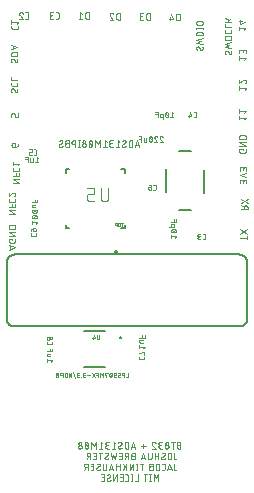
<source format=gbr>
G04 EAGLE Gerber RS-274X export*
G75*
%MOMM*%
%FSLAX34Y34*%
%LPD*%
%INSilkscreen Bottom*%
%IPPOS*%
%AMOC8*
5,1,8,0,0,1.08239X$1,22.5*%
G01*
%ADD10C,0.050800*%
%ADD11C,0.025400*%
%ADD12C,0.127000*%
%ADD13C,0.140000*%
%ADD14C,0.152400*%
%ADD15C,0.200000*%
%ADD16C,0.101600*%


D10*
X88900Y-14732D02*
X94488Y-12869D01*
X88900Y-11007D01*
X90297Y-11472D02*
X90297Y-14266D01*
X92004Y-6579D02*
X92004Y-5648D01*
X88900Y-5648D01*
X88900Y-7511D01*
X88902Y-7581D01*
X88908Y-7650D01*
X88918Y-7719D01*
X88931Y-7787D01*
X88949Y-7855D01*
X88970Y-7921D01*
X88995Y-7986D01*
X89023Y-8050D01*
X89055Y-8112D01*
X89090Y-8172D01*
X89129Y-8230D01*
X89171Y-8285D01*
X89216Y-8339D01*
X89264Y-8389D01*
X89314Y-8437D01*
X89368Y-8482D01*
X89423Y-8524D01*
X89481Y-8563D01*
X89541Y-8598D01*
X89603Y-8630D01*
X89667Y-8658D01*
X89732Y-8683D01*
X89798Y-8704D01*
X89866Y-8722D01*
X89934Y-8735D01*
X90003Y-8745D01*
X90072Y-8751D01*
X90142Y-8753D01*
X90142Y-8752D02*
X93246Y-8752D01*
X93246Y-8753D02*
X93316Y-8751D01*
X93385Y-8745D01*
X93454Y-8735D01*
X93522Y-8722D01*
X93590Y-8704D01*
X93656Y-8683D01*
X93721Y-8658D01*
X93785Y-8630D01*
X93847Y-8598D01*
X93907Y-8563D01*
X93965Y-8524D01*
X94020Y-8482D01*
X94074Y-8437D01*
X94124Y-8389D01*
X94172Y-8339D01*
X94217Y-8285D01*
X94259Y-8230D01*
X94298Y-8172D01*
X94333Y-8112D01*
X94365Y-8050D01*
X94393Y-7986D01*
X94418Y-7921D01*
X94439Y-7855D01*
X94457Y-7787D01*
X94470Y-7719D01*
X94480Y-7650D01*
X94486Y-7581D01*
X94488Y-7511D01*
X94488Y-5648D01*
X94488Y-2900D02*
X88900Y-2900D01*
X88900Y204D02*
X94488Y-2900D01*
X94488Y204D02*
X88900Y204D01*
X88900Y2952D02*
X94488Y2952D01*
X94488Y4504D01*
X94486Y4580D01*
X94481Y4656D01*
X94471Y4732D01*
X94458Y4807D01*
X94441Y4881D01*
X94421Y4955D01*
X94397Y5027D01*
X94370Y5098D01*
X94339Y5168D01*
X94305Y5236D01*
X94267Y5302D01*
X94226Y5366D01*
X94183Y5429D01*
X94136Y5489D01*
X94086Y5546D01*
X94033Y5601D01*
X93978Y5654D01*
X93921Y5704D01*
X93861Y5751D01*
X93798Y5794D01*
X93734Y5835D01*
X93668Y5873D01*
X93600Y5907D01*
X93530Y5938D01*
X93459Y5965D01*
X93386Y5989D01*
X93313Y6009D01*
X93239Y6026D01*
X93164Y6039D01*
X93088Y6049D01*
X93012Y6054D01*
X92936Y6056D01*
X90452Y6056D01*
X90373Y6054D01*
X90295Y6048D01*
X90217Y6038D01*
X90140Y6024D01*
X90063Y6006D01*
X89987Y5985D01*
X89913Y5959D01*
X89840Y5930D01*
X89769Y5897D01*
X89699Y5861D01*
X89631Y5821D01*
X89565Y5778D01*
X89502Y5731D01*
X89441Y5682D01*
X89383Y5629D01*
X89327Y5573D01*
X89274Y5515D01*
X89225Y5454D01*
X89178Y5391D01*
X89135Y5325D01*
X89095Y5257D01*
X89059Y5188D01*
X89026Y5116D01*
X88997Y5043D01*
X88971Y4969D01*
X88950Y4893D01*
X88932Y4816D01*
X88918Y4739D01*
X88908Y4661D01*
X88902Y4583D01*
X88900Y4504D01*
X88900Y2952D01*
X88900Y15428D02*
X94488Y15428D01*
X88900Y18532D01*
X94488Y18532D01*
X94488Y21291D02*
X88900Y21291D01*
X94488Y21291D02*
X94488Y23774D01*
X92004Y23774D02*
X92004Y21291D01*
X88900Y27077D02*
X88900Y28319D01*
X88900Y27077D02*
X88902Y27007D01*
X88908Y26938D01*
X88918Y26869D01*
X88931Y26801D01*
X88949Y26733D01*
X88970Y26667D01*
X88995Y26602D01*
X89023Y26538D01*
X89055Y26476D01*
X89090Y26416D01*
X89129Y26358D01*
X89171Y26303D01*
X89216Y26249D01*
X89264Y26199D01*
X89314Y26151D01*
X89368Y26106D01*
X89423Y26064D01*
X89481Y26025D01*
X89541Y25990D01*
X89603Y25958D01*
X89667Y25930D01*
X89732Y25905D01*
X89798Y25884D01*
X89866Y25866D01*
X89934Y25853D01*
X90003Y25843D01*
X90072Y25837D01*
X90142Y25835D01*
X93246Y25835D01*
X93316Y25837D01*
X93385Y25843D01*
X93454Y25853D01*
X93522Y25866D01*
X93590Y25884D01*
X93656Y25905D01*
X93721Y25930D01*
X93785Y25958D01*
X93847Y25990D01*
X93907Y26025D01*
X93965Y26064D01*
X94020Y26106D01*
X94074Y26151D01*
X94124Y26199D01*
X94172Y26249D01*
X94217Y26303D01*
X94259Y26358D01*
X94298Y26416D01*
X94333Y26476D01*
X94365Y26538D01*
X94393Y26602D01*
X94418Y26667D01*
X94439Y26733D01*
X94457Y26801D01*
X94470Y26869D01*
X94480Y26938D01*
X94486Y27007D01*
X94488Y27077D01*
X94488Y28319D01*
X94488Y32131D02*
X94486Y32204D01*
X94480Y32277D01*
X94471Y32350D01*
X94457Y32421D01*
X94440Y32493D01*
X94420Y32563D01*
X94395Y32632D01*
X94367Y32699D01*
X94336Y32765D01*
X94301Y32830D01*
X94263Y32892D01*
X94221Y32952D01*
X94177Y33010D01*
X94129Y33066D01*
X94079Y33119D01*
X94026Y33169D01*
X93970Y33217D01*
X93912Y33261D01*
X93852Y33303D01*
X93790Y33341D01*
X93725Y33376D01*
X93659Y33407D01*
X93592Y33435D01*
X93523Y33460D01*
X93453Y33480D01*
X93381Y33497D01*
X93310Y33511D01*
X93237Y33520D01*
X93164Y33526D01*
X93091Y33528D01*
X94488Y32131D02*
X94486Y32047D01*
X94480Y31964D01*
X94471Y31881D01*
X94457Y31799D01*
X94440Y31717D01*
X94418Y31636D01*
X94393Y31556D01*
X94365Y31478D01*
X94333Y31400D01*
X94297Y31325D01*
X94258Y31251D01*
X94215Y31179D01*
X94169Y31109D01*
X94120Y31042D01*
X94067Y30976D01*
X94012Y30914D01*
X93954Y30854D01*
X93893Y30796D01*
X93830Y30742D01*
X93764Y30690D01*
X93696Y30642D01*
X93625Y30597D01*
X93553Y30555D01*
X93478Y30517D01*
X93402Y30482D01*
X93325Y30451D01*
X93246Y30423D01*
X92005Y33062D02*
X92058Y33116D01*
X92115Y33167D01*
X92174Y33215D01*
X92235Y33260D01*
X92298Y33301D01*
X92364Y33340D01*
X92431Y33375D01*
X92500Y33407D01*
X92571Y33435D01*
X92642Y33459D01*
X92715Y33480D01*
X92789Y33497D01*
X92864Y33511D01*
X92939Y33520D01*
X93015Y33526D01*
X93091Y33528D01*
X92004Y33062D02*
X88900Y30424D01*
X88900Y33528D01*
X92202Y41590D02*
X97790Y41590D01*
X92202Y44694D01*
X97790Y44694D01*
X97790Y47453D02*
X92202Y47453D01*
X97790Y47453D02*
X97790Y49936D01*
X95306Y49936D02*
X95306Y47453D01*
X92202Y53239D02*
X92202Y54481D01*
X92202Y53239D02*
X92204Y53169D01*
X92210Y53100D01*
X92220Y53031D01*
X92233Y52963D01*
X92251Y52895D01*
X92272Y52829D01*
X92297Y52764D01*
X92325Y52700D01*
X92357Y52638D01*
X92392Y52578D01*
X92431Y52520D01*
X92473Y52465D01*
X92518Y52411D01*
X92566Y52361D01*
X92616Y52313D01*
X92670Y52268D01*
X92725Y52226D01*
X92783Y52187D01*
X92843Y52152D01*
X92905Y52120D01*
X92969Y52092D01*
X93034Y52067D01*
X93100Y52046D01*
X93168Y52028D01*
X93236Y52015D01*
X93305Y52005D01*
X93374Y51999D01*
X93444Y51997D01*
X96548Y51997D01*
X96618Y51999D01*
X96687Y52005D01*
X96756Y52015D01*
X96824Y52028D01*
X96892Y52046D01*
X96958Y52067D01*
X97023Y52092D01*
X97087Y52120D01*
X97149Y52152D01*
X97209Y52187D01*
X97267Y52226D01*
X97322Y52268D01*
X97376Y52313D01*
X97426Y52361D01*
X97474Y52411D01*
X97519Y52465D01*
X97561Y52520D01*
X97600Y52578D01*
X97635Y52638D01*
X97667Y52700D01*
X97695Y52764D01*
X97720Y52829D01*
X97741Y52895D01*
X97759Y52963D01*
X97772Y53031D01*
X97782Y53100D01*
X97788Y53169D01*
X97790Y53239D01*
X97790Y54481D01*
X96548Y56586D02*
X97790Y58138D01*
X92202Y58138D01*
X92202Y56586D02*
X92202Y59690D01*
X94290Y72334D02*
X94290Y74196D01*
X94291Y74196D02*
X94289Y74266D01*
X94283Y74335D01*
X94273Y74404D01*
X94260Y74472D01*
X94242Y74540D01*
X94221Y74606D01*
X94196Y74671D01*
X94168Y74735D01*
X94136Y74797D01*
X94101Y74857D01*
X94062Y74915D01*
X94020Y74970D01*
X93975Y75024D01*
X93927Y75074D01*
X93877Y75122D01*
X93823Y75167D01*
X93768Y75209D01*
X93710Y75248D01*
X93650Y75283D01*
X93588Y75315D01*
X93524Y75343D01*
X93459Y75368D01*
X93393Y75389D01*
X93325Y75407D01*
X93257Y75420D01*
X93188Y75430D01*
X93119Y75436D01*
X93049Y75438D01*
X92738Y75438D01*
X92661Y75436D01*
X92583Y75430D01*
X92507Y75421D01*
X92430Y75407D01*
X92355Y75390D01*
X92281Y75369D01*
X92207Y75344D01*
X92135Y75316D01*
X92065Y75284D01*
X91996Y75249D01*
X91929Y75210D01*
X91864Y75168D01*
X91801Y75123D01*
X91740Y75075D01*
X91682Y75024D01*
X91627Y74970D01*
X91574Y74913D01*
X91525Y74854D01*
X91478Y74792D01*
X91434Y74728D01*
X91394Y74662D01*
X91357Y74594D01*
X91323Y74524D01*
X91293Y74453D01*
X91267Y74380D01*
X91244Y74306D01*
X91225Y74231D01*
X91210Y74156D01*
X91198Y74079D01*
X91190Y74002D01*
X91186Y73925D01*
X91186Y73847D01*
X91190Y73770D01*
X91198Y73693D01*
X91210Y73616D01*
X91225Y73541D01*
X91244Y73466D01*
X91267Y73392D01*
X91293Y73319D01*
X91323Y73248D01*
X91357Y73178D01*
X91394Y73110D01*
X91434Y73044D01*
X91478Y72980D01*
X91525Y72918D01*
X91574Y72859D01*
X91627Y72802D01*
X91682Y72748D01*
X91740Y72697D01*
X91801Y72649D01*
X91864Y72604D01*
X91929Y72562D01*
X91996Y72523D01*
X92065Y72488D01*
X92135Y72456D01*
X92207Y72428D01*
X92281Y72403D01*
X92355Y72382D01*
X92430Y72365D01*
X92507Y72351D01*
X92583Y72342D01*
X92661Y72336D01*
X92738Y72334D01*
X94290Y72334D01*
X94290Y72333D02*
X94388Y72335D01*
X94485Y72341D01*
X94582Y72350D01*
X94679Y72364D01*
X94775Y72381D01*
X94870Y72402D01*
X94964Y72426D01*
X95058Y72455D01*
X95150Y72487D01*
X95241Y72522D01*
X95330Y72561D01*
X95418Y72604D01*
X95504Y72650D01*
X95588Y72699D01*
X95670Y72752D01*
X95750Y72807D01*
X95828Y72866D01*
X95903Y72928D01*
X95976Y72993D01*
X96046Y73061D01*
X96114Y73131D01*
X96179Y73204D01*
X96241Y73279D01*
X96300Y73357D01*
X96355Y73437D01*
X96408Y73519D01*
X96457Y73603D01*
X96503Y73689D01*
X96546Y73777D01*
X96585Y73866D01*
X96620Y73957D01*
X96652Y74049D01*
X96681Y74143D01*
X96705Y74237D01*
X96726Y74332D01*
X96743Y74428D01*
X96757Y74525D01*
X96766Y74622D01*
X96772Y74719D01*
X96774Y74817D01*
X90932Y97480D02*
X90932Y99342D01*
X90934Y99412D01*
X90940Y99481D01*
X90950Y99550D01*
X90963Y99618D01*
X90981Y99686D01*
X91002Y99752D01*
X91027Y99817D01*
X91055Y99881D01*
X91087Y99943D01*
X91122Y100003D01*
X91161Y100061D01*
X91203Y100116D01*
X91248Y100170D01*
X91296Y100220D01*
X91346Y100268D01*
X91400Y100313D01*
X91455Y100355D01*
X91513Y100394D01*
X91573Y100429D01*
X91635Y100461D01*
X91699Y100489D01*
X91764Y100514D01*
X91830Y100535D01*
X91898Y100553D01*
X91966Y100566D01*
X92035Y100576D01*
X92104Y100582D01*
X92174Y100584D01*
X92795Y100584D01*
X92865Y100582D01*
X92934Y100576D01*
X93003Y100566D01*
X93071Y100553D01*
X93139Y100535D01*
X93205Y100514D01*
X93270Y100489D01*
X93334Y100461D01*
X93396Y100429D01*
X93456Y100394D01*
X93514Y100355D01*
X93569Y100313D01*
X93623Y100268D01*
X93673Y100220D01*
X93721Y100170D01*
X93766Y100116D01*
X93808Y100061D01*
X93847Y100003D01*
X93882Y99943D01*
X93914Y99881D01*
X93942Y99817D01*
X93967Y99752D01*
X93988Y99686D01*
X94006Y99618D01*
X94019Y99550D01*
X94029Y99481D01*
X94035Y99412D01*
X94037Y99342D01*
X94036Y99342D02*
X94036Y97480D01*
X96520Y97480D01*
X96520Y100584D01*
X90678Y120628D02*
X90680Y120698D01*
X90686Y120767D01*
X90696Y120836D01*
X90709Y120904D01*
X90727Y120972D01*
X90748Y121038D01*
X90773Y121103D01*
X90801Y121167D01*
X90833Y121229D01*
X90868Y121289D01*
X90907Y121347D01*
X90949Y121402D01*
X90994Y121456D01*
X91042Y121506D01*
X91092Y121554D01*
X91146Y121599D01*
X91201Y121641D01*
X91259Y121680D01*
X91319Y121715D01*
X91381Y121747D01*
X91445Y121775D01*
X91510Y121800D01*
X91576Y121821D01*
X91644Y121839D01*
X91712Y121852D01*
X91781Y121862D01*
X91850Y121868D01*
X91920Y121870D01*
X90678Y120628D02*
X90680Y120529D01*
X90685Y120431D01*
X90695Y120333D01*
X90708Y120235D01*
X90724Y120138D01*
X90744Y120041D01*
X90768Y119946D01*
X90796Y119851D01*
X90827Y119757D01*
X90861Y119665D01*
X90899Y119574D01*
X90940Y119484D01*
X90985Y119396D01*
X91033Y119310D01*
X91084Y119226D01*
X91138Y119144D01*
X91196Y119063D01*
X91256Y118985D01*
X91319Y118910D01*
X91385Y118836D01*
X91454Y118766D01*
X95024Y118920D02*
X95094Y118922D01*
X95163Y118928D01*
X95232Y118938D01*
X95300Y118951D01*
X95368Y118969D01*
X95434Y118990D01*
X95499Y119015D01*
X95563Y119043D01*
X95625Y119075D01*
X95685Y119110D01*
X95743Y119149D01*
X95798Y119191D01*
X95852Y119236D01*
X95902Y119284D01*
X95950Y119334D01*
X95995Y119388D01*
X96037Y119443D01*
X96076Y119501D01*
X96111Y119561D01*
X96143Y119623D01*
X96171Y119687D01*
X96196Y119752D01*
X96217Y119818D01*
X96235Y119886D01*
X96248Y119954D01*
X96258Y120023D01*
X96264Y120092D01*
X96266Y120162D01*
X96264Y120256D01*
X96258Y120349D01*
X96249Y120442D01*
X96236Y120535D01*
X96219Y120627D01*
X96199Y120718D01*
X96174Y120809D01*
X96147Y120898D01*
X96115Y120986D01*
X96080Y121073D01*
X96042Y121159D01*
X96000Y121242D01*
X95955Y121324D01*
X95907Y121405D01*
X95855Y121483D01*
X95800Y121559D01*
X93938Y119542D02*
X93974Y119483D01*
X94014Y119427D01*
X94057Y119373D01*
X94102Y119321D01*
X94151Y119272D01*
X94202Y119226D01*
X94255Y119183D01*
X94311Y119142D01*
X94369Y119105D01*
X94429Y119070D01*
X94490Y119040D01*
X94553Y119012D01*
X94618Y118988D01*
X94684Y118968D01*
X94751Y118951D01*
X94818Y118938D01*
X94886Y118929D01*
X94955Y118923D01*
X95024Y118921D01*
X93006Y121248D02*
X92970Y121307D01*
X92930Y121363D01*
X92887Y121417D01*
X92842Y121469D01*
X92793Y121518D01*
X92742Y121564D01*
X92689Y121607D01*
X92633Y121648D01*
X92575Y121685D01*
X92515Y121720D01*
X92454Y121750D01*
X92391Y121778D01*
X92326Y121802D01*
X92260Y121822D01*
X92193Y121839D01*
X92126Y121852D01*
X92058Y121861D01*
X91989Y121867D01*
X91920Y121869D01*
X93006Y121249D02*
X93938Y119541D01*
X90678Y125294D02*
X90678Y126536D01*
X90678Y125294D02*
X90680Y125224D01*
X90686Y125155D01*
X90696Y125086D01*
X90709Y125018D01*
X90727Y124950D01*
X90748Y124884D01*
X90773Y124819D01*
X90801Y124755D01*
X90833Y124693D01*
X90868Y124633D01*
X90907Y124575D01*
X90949Y124520D01*
X90994Y124466D01*
X91042Y124416D01*
X91092Y124368D01*
X91146Y124323D01*
X91201Y124281D01*
X91259Y124242D01*
X91319Y124207D01*
X91381Y124175D01*
X91445Y124147D01*
X91510Y124122D01*
X91576Y124101D01*
X91644Y124083D01*
X91712Y124070D01*
X91781Y124060D01*
X91850Y124054D01*
X91920Y124052D01*
X95024Y124052D01*
X95094Y124054D01*
X95163Y124060D01*
X95232Y124070D01*
X95300Y124083D01*
X95368Y124101D01*
X95434Y124122D01*
X95499Y124147D01*
X95563Y124175D01*
X95625Y124207D01*
X95685Y124242D01*
X95743Y124281D01*
X95798Y124323D01*
X95852Y124368D01*
X95902Y124416D01*
X95950Y124466D01*
X95995Y124520D01*
X96037Y124575D01*
X96076Y124633D01*
X96111Y124693D01*
X96143Y124755D01*
X96171Y124819D01*
X96196Y124884D01*
X96217Y124950D01*
X96235Y125018D01*
X96248Y125086D01*
X96258Y125155D01*
X96264Y125224D01*
X96266Y125294D01*
X96266Y126536D01*
X96266Y128834D02*
X90678Y128834D01*
X90678Y131318D01*
X90678Y145788D02*
X90680Y145858D01*
X90686Y145927D01*
X90696Y145996D01*
X90709Y146064D01*
X90727Y146132D01*
X90748Y146198D01*
X90773Y146263D01*
X90801Y146327D01*
X90833Y146389D01*
X90868Y146449D01*
X90907Y146507D01*
X90949Y146562D01*
X90994Y146616D01*
X91042Y146666D01*
X91092Y146714D01*
X91146Y146759D01*
X91201Y146801D01*
X91259Y146840D01*
X91319Y146875D01*
X91381Y146907D01*
X91445Y146935D01*
X91510Y146960D01*
X91576Y146981D01*
X91644Y146999D01*
X91712Y147012D01*
X91781Y147022D01*
X91850Y147028D01*
X91920Y147030D01*
X90678Y145788D02*
X90680Y145689D01*
X90685Y145591D01*
X90695Y145493D01*
X90708Y145395D01*
X90724Y145298D01*
X90744Y145201D01*
X90768Y145106D01*
X90796Y145011D01*
X90827Y144917D01*
X90861Y144825D01*
X90899Y144734D01*
X90940Y144644D01*
X90985Y144556D01*
X91033Y144470D01*
X91084Y144386D01*
X91138Y144304D01*
X91196Y144223D01*
X91256Y144145D01*
X91319Y144070D01*
X91385Y143996D01*
X91454Y143926D01*
X95024Y144080D02*
X95094Y144082D01*
X95163Y144088D01*
X95232Y144098D01*
X95300Y144111D01*
X95368Y144129D01*
X95434Y144150D01*
X95499Y144175D01*
X95563Y144203D01*
X95625Y144235D01*
X95685Y144270D01*
X95743Y144309D01*
X95798Y144351D01*
X95852Y144396D01*
X95902Y144444D01*
X95950Y144494D01*
X95995Y144548D01*
X96037Y144603D01*
X96076Y144661D01*
X96111Y144721D01*
X96143Y144783D01*
X96171Y144847D01*
X96196Y144912D01*
X96217Y144978D01*
X96235Y145046D01*
X96248Y145114D01*
X96258Y145183D01*
X96264Y145252D01*
X96266Y145322D01*
X96264Y145416D01*
X96258Y145509D01*
X96249Y145602D01*
X96236Y145695D01*
X96219Y145787D01*
X96199Y145878D01*
X96174Y145969D01*
X96147Y146058D01*
X96115Y146146D01*
X96080Y146233D01*
X96042Y146319D01*
X96000Y146402D01*
X95955Y146484D01*
X95907Y146565D01*
X95855Y146643D01*
X95800Y146719D01*
X93938Y144702D02*
X93974Y144643D01*
X94014Y144587D01*
X94057Y144533D01*
X94102Y144481D01*
X94151Y144432D01*
X94202Y144386D01*
X94255Y144343D01*
X94311Y144302D01*
X94369Y144265D01*
X94429Y144230D01*
X94490Y144200D01*
X94553Y144172D01*
X94618Y144148D01*
X94684Y144128D01*
X94751Y144111D01*
X94818Y144098D01*
X94886Y144089D01*
X94955Y144083D01*
X95024Y144081D01*
X93006Y146409D02*
X92970Y146468D01*
X92930Y146524D01*
X92887Y146578D01*
X92842Y146630D01*
X92793Y146679D01*
X92742Y146725D01*
X92689Y146768D01*
X92633Y146809D01*
X92575Y146846D01*
X92515Y146881D01*
X92454Y146911D01*
X92391Y146939D01*
X92326Y146963D01*
X92260Y146983D01*
X92193Y147000D01*
X92126Y147013D01*
X92058Y147022D01*
X91989Y147028D01*
X91920Y147030D01*
X93006Y146409D02*
X93938Y144702D01*
X96266Y149412D02*
X90678Y149412D01*
X96266Y149412D02*
X96266Y150964D01*
X96264Y151040D01*
X96259Y151116D01*
X96249Y151192D01*
X96236Y151267D01*
X96219Y151341D01*
X96199Y151415D01*
X96175Y151487D01*
X96148Y151558D01*
X96117Y151628D01*
X96083Y151696D01*
X96045Y151762D01*
X96004Y151826D01*
X95961Y151889D01*
X95914Y151949D01*
X95864Y152006D01*
X95811Y152061D01*
X95756Y152114D01*
X95699Y152164D01*
X95639Y152211D01*
X95576Y152254D01*
X95512Y152295D01*
X95446Y152333D01*
X95378Y152367D01*
X95308Y152398D01*
X95237Y152425D01*
X95164Y152449D01*
X95091Y152469D01*
X95017Y152486D01*
X94942Y152499D01*
X94866Y152509D01*
X94790Y152514D01*
X94714Y152516D01*
X92230Y152516D01*
X92151Y152514D01*
X92073Y152508D01*
X91995Y152498D01*
X91918Y152484D01*
X91841Y152466D01*
X91765Y152445D01*
X91691Y152419D01*
X91618Y152390D01*
X91547Y152357D01*
X91477Y152321D01*
X91409Y152281D01*
X91343Y152238D01*
X91280Y152191D01*
X91219Y152142D01*
X91161Y152089D01*
X91105Y152033D01*
X91052Y151975D01*
X91003Y151914D01*
X90956Y151851D01*
X90913Y151785D01*
X90873Y151717D01*
X90837Y151648D01*
X90804Y151576D01*
X90775Y151503D01*
X90749Y151429D01*
X90728Y151353D01*
X90710Y151276D01*
X90696Y151199D01*
X90686Y151121D01*
X90680Y151043D01*
X90678Y150964D01*
X90678Y149412D01*
X90678Y154771D02*
X96266Y156633D01*
X90678Y158496D01*
X92075Y158030D02*
X92075Y155236D01*
X91186Y173127D02*
X91186Y174369D01*
X91186Y173127D02*
X91188Y173057D01*
X91194Y172988D01*
X91204Y172919D01*
X91217Y172851D01*
X91235Y172783D01*
X91256Y172717D01*
X91281Y172652D01*
X91309Y172588D01*
X91341Y172526D01*
X91376Y172466D01*
X91415Y172408D01*
X91457Y172353D01*
X91502Y172299D01*
X91550Y172249D01*
X91600Y172201D01*
X91654Y172156D01*
X91709Y172114D01*
X91767Y172075D01*
X91827Y172040D01*
X91889Y172008D01*
X91953Y171980D01*
X92018Y171955D01*
X92084Y171934D01*
X92152Y171916D01*
X92220Y171903D01*
X92289Y171893D01*
X92358Y171887D01*
X92428Y171885D01*
X95532Y171885D01*
X95602Y171887D01*
X95671Y171893D01*
X95740Y171903D01*
X95808Y171916D01*
X95876Y171934D01*
X95942Y171955D01*
X96007Y171980D01*
X96071Y172008D01*
X96133Y172040D01*
X96193Y172075D01*
X96251Y172114D01*
X96306Y172156D01*
X96360Y172201D01*
X96410Y172249D01*
X96458Y172299D01*
X96503Y172353D01*
X96545Y172408D01*
X96584Y172466D01*
X96619Y172526D01*
X96651Y172588D01*
X96679Y172652D01*
X96704Y172717D01*
X96725Y172783D01*
X96743Y172851D01*
X96756Y172919D01*
X96766Y172988D01*
X96772Y173057D01*
X96774Y173127D01*
X96774Y174369D01*
X95532Y176474D02*
X96774Y178026D01*
X91186Y178026D01*
X91186Y176474D02*
X91186Y179578D01*
X102999Y180848D02*
X104241Y180848D01*
X104311Y180850D01*
X104380Y180856D01*
X104449Y180866D01*
X104517Y180879D01*
X104585Y180897D01*
X104651Y180918D01*
X104716Y180943D01*
X104780Y180971D01*
X104842Y181003D01*
X104902Y181038D01*
X104960Y181077D01*
X105015Y181119D01*
X105069Y181164D01*
X105119Y181212D01*
X105167Y181262D01*
X105212Y181316D01*
X105254Y181371D01*
X105293Y181429D01*
X105328Y181489D01*
X105360Y181551D01*
X105388Y181615D01*
X105413Y181680D01*
X105434Y181746D01*
X105452Y181814D01*
X105465Y181882D01*
X105475Y181951D01*
X105481Y182020D01*
X105483Y182090D01*
X105483Y185194D01*
X105481Y185264D01*
X105475Y185333D01*
X105465Y185402D01*
X105452Y185470D01*
X105434Y185538D01*
X105413Y185604D01*
X105388Y185669D01*
X105360Y185733D01*
X105328Y185795D01*
X105293Y185855D01*
X105254Y185913D01*
X105212Y185968D01*
X105167Y186022D01*
X105119Y186072D01*
X105069Y186120D01*
X105015Y186165D01*
X104960Y186207D01*
X104902Y186246D01*
X104842Y186281D01*
X104780Y186313D01*
X104716Y186341D01*
X104651Y186366D01*
X104585Y186387D01*
X104517Y186405D01*
X104449Y186418D01*
X104380Y186428D01*
X104311Y186434D01*
X104241Y186436D01*
X102999Y186436D01*
X99187Y186436D02*
X99114Y186434D01*
X99041Y186428D01*
X98968Y186419D01*
X98897Y186405D01*
X98825Y186388D01*
X98755Y186368D01*
X98686Y186343D01*
X98619Y186315D01*
X98553Y186284D01*
X98489Y186249D01*
X98426Y186211D01*
X98366Y186169D01*
X98308Y186125D01*
X98252Y186077D01*
X98199Y186027D01*
X98149Y185974D01*
X98101Y185918D01*
X98057Y185860D01*
X98015Y185800D01*
X97977Y185738D01*
X97942Y185673D01*
X97911Y185607D01*
X97883Y185540D01*
X97858Y185471D01*
X97838Y185401D01*
X97821Y185329D01*
X97807Y185258D01*
X97798Y185185D01*
X97792Y185112D01*
X97790Y185039D01*
X99187Y186436D02*
X99271Y186434D01*
X99354Y186428D01*
X99437Y186419D01*
X99519Y186405D01*
X99601Y186388D01*
X99682Y186366D01*
X99762Y186341D01*
X99840Y186313D01*
X99918Y186281D01*
X99993Y186245D01*
X100067Y186206D01*
X100139Y186163D01*
X100209Y186117D01*
X100276Y186068D01*
X100342Y186015D01*
X100404Y185960D01*
X100464Y185902D01*
X100522Y185841D01*
X100576Y185778D01*
X100628Y185712D01*
X100676Y185644D01*
X100721Y185573D01*
X100763Y185501D01*
X100801Y185426D01*
X100836Y185350D01*
X100867Y185273D01*
X100895Y185194D01*
X98256Y183953D02*
X98202Y184006D01*
X98151Y184063D01*
X98103Y184122D01*
X98058Y184183D01*
X98017Y184246D01*
X97978Y184312D01*
X97943Y184379D01*
X97911Y184448D01*
X97883Y184519D01*
X97859Y184590D01*
X97838Y184663D01*
X97821Y184737D01*
X97807Y184812D01*
X97798Y184887D01*
X97792Y184963D01*
X97790Y185039D01*
X98256Y183952D02*
X100894Y180848D01*
X97790Y180848D01*
X128653Y180594D02*
X129895Y180594D01*
X129965Y180596D01*
X130034Y180602D01*
X130103Y180612D01*
X130171Y180625D01*
X130239Y180643D01*
X130305Y180664D01*
X130370Y180689D01*
X130434Y180717D01*
X130496Y180749D01*
X130556Y180784D01*
X130614Y180823D01*
X130669Y180865D01*
X130723Y180910D01*
X130773Y180958D01*
X130821Y181008D01*
X130866Y181062D01*
X130908Y181117D01*
X130947Y181175D01*
X130982Y181235D01*
X131014Y181297D01*
X131042Y181361D01*
X131067Y181426D01*
X131088Y181492D01*
X131106Y181560D01*
X131119Y181628D01*
X131129Y181697D01*
X131135Y181766D01*
X131137Y181836D01*
X131137Y184940D01*
X131135Y185010D01*
X131129Y185079D01*
X131119Y185148D01*
X131106Y185216D01*
X131088Y185284D01*
X131067Y185350D01*
X131042Y185415D01*
X131014Y185479D01*
X130982Y185541D01*
X130947Y185601D01*
X130908Y185659D01*
X130866Y185714D01*
X130821Y185768D01*
X130773Y185818D01*
X130723Y185866D01*
X130669Y185911D01*
X130614Y185953D01*
X130556Y185992D01*
X130496Y186027D01*
X130434Y186059D01*
X130370Y186087D01*
X130305Y186112D01*
X130239Y186133D01*
X130171Y186151D01*
X130103Y186164D01*
X130034Y186174D01*
X129965Y186180D01*
X129895Y186182D01*
X128653Y186182D01*
X126548Y180594D02*
X124996Y180594D01*
X124919Y180596D01*
X124841Y180602D01*
X124765Y180611D01*
X124688Y180625D01*
X124613Y180642D01*
X124539Y180663D01*
X124465Y180688D01*
X124393Y180716D01*
X124323Y180748D01*
X124254Y180783D01*
X124187Y180822D01*
X124122Y180864D01*
X124059Y180909D01*
X123998Y180957D01*
X123940Y181008D01*
X123885Y181062D01*
X123832Y181119D01*
X123783Y181178D01*
X123736Y181240D01*
X123692Y181304D01*
X123652Y181370D01*
X123615Y181438D01*
X123581Y181508D01*
X123551Y181579D01*
X123525Y181652D01*
X123502Y181726D01*
X123483Y181801D01*
X123468Y181876D01*
X123456Y181953D01*
X123448Y182030D01*
X123444Y182107D01*
X123444Y182185D01*
X123448Y182262D01*
X123456Y182339D01*
X123468Y182416D01*
X123483Y182491D01*
X123502Y182566D01*
X123525Y182640D01*
X123551Y182713D01*
X123581Y182784D01*
X123615Y182854D01*
X123652Y182922D01*
X123692Y182988D01*
X123736Y183052D01*
X123783Y183114D01*
X123832Y183173D01*
X123885Y183230D01*
X123940Y183284D01*
X123998Y183335D01*
X124059Y183383D01*
X124122Y183428D01*
X124187Y183470D01*
X124254Y183509D01*
X124323Y183544D01*
X124393Y183576D01*
X124465Y183604D01*
X124539Y183629D01*
X124613Y183650D01*
X124688Y183667D01*
X124765Y183681D01*
X124841Y183690D01*
X124919Y183696D01*
X124996Y183698D01*
X124686Y186182D02*
X126548Y186182D01*
X124686Y186182D02*
X124616Y186180D01*
X124547Y186174D01*
X124478Y186164D01*
X124410Y186151D01*
X124342Y186133D01*
X124276Y186112D01*
X124211Y186087D01*
X124147Y186059D01*
X124085Y186027D01*
X124025Y185992D01*
X123967Y185953D01*
X123912Y185911D01*
X123858Y185866D01*
X123808Y185818D01*
X123760Y185768D01*
X123715Y185714D01*
X123673Y185659D01*
X123634Y185601D01*
X123599Y185541D01*
X123567Y185479D01*
X123539Y185415D01*
X123514Y185350D01*
X123493Y185284D01*
X123475Y185216D01*
X123462Y185148D01*
X123452Y185079D01*
X123446Y185010D01*
X123444Y184940D01*
X123446Y184870D01*
X123452Y184801D01*
X123462Y184732D01*
X123475Y184664D01*
X123493Y184596D01*
X123514Y184530D01*
X123539Y184465D01*
X123567Y184401D01*
X123599Y184339D01*
X123634Y184279D01*
X123673Y184221D01*
X123715Y184166D01*
X123760Y184112D01*
X123808Y184062D01*
X123858Y184014D01*
X123912Y183969D01*
X123967Y183927D01*
X124025Y183888D01*
X124085Y183853D01*
X124147Y183821D01*
X124211Y183793D01*
X124276Y183768D01*
X124342Y183747D01*
X124410Y183729D01*
X124478Y183716D01*
X124547Y183706D01*
X124616Y183700D01*
X124686Y183698D01*
X125928Y183698D01*
X156856Y186182D02*
X156856Y180594D01*
X156856Y186182D02*
X155303Y186182D01*
X155227Y186180D01*
X155151Y186175D01*
X155075Y186165D01*
X155000Y186152D01*
X154926Y186135D01*
X154852Y186115D01*
X154780Y186091D01*
X154709Y186064D01*
X154639Y186033D01*
X154571Y185999D01*
X154505Y185961D01*
X154441Y185920D01*
X154378Y185877D01*
X154318Y185830D01*
X154261Y185780D01*
X154206Y185727D01*
X154153Y185672D01*
X154103Y185615D01*
X154056Y185555D01*
X154013Y185492D01*
X153972Y185428D01*
X153934Y185362D01*
X153900Y185294D01*
X153869Y185224D01*
X153842Y185153D01*
X153818Y185081D01*
X153798Y185007D01*
X153781Y184933D01*
X153768Y184858D01*
X153758Y184782D01*
X153753Y184706D01*
X153751Y184630D01*
X153751Y182146D01*
X153753Y182070D01*
X153758Y181994D01*
X153768Y181918D01*
X153781Y181843D01*
X153798Y181769D01*
X153818Y181695D01*
X153842Y181623D01*
X153869Y181552D01*
X153900Y181482D01*
X153934Y181414D01*
X153972Y181348D01*
X154013Y181284D01*
X154056Y181221D01*
X154103Y181161D01*
X154153Y181104D01*
X154206Y181049D01*
X154261Y180996D01*
X154318Y180946D01*
X154378Y180899D01*
X154441Y180856D01*
X154505Y180815D01*
X154571Y180777D01*
X154639Y180743D01*
X154709Y180712D01*
X154780Y180685D01*
X154852Y180661D01*
X154926Y180641D01*
X155000Y180624D01*
X155075Y180611D01*
X155151Y180601D01*
X155227Y180596D01*
X155303Y180594D01*
X156856Y180594D01*
X151186Y184940D02*
X149634Y186182D01*
X149634Y180594D01*
X151186Y180594D02*
X148082Y180594D01*
X183018Y180086D02*
X183018Y185674D01*
X181465Y185674D01*
X181389Y185672D01*
X181313Y185667D01*
X181237Y185657D01*
X181162Y185644D01*
X181088Y185627D01*
X181014Y185607D01*
X180942Y185583D01*
X180871Y185556D01*
X180801Y185525D01*
X180733Y185491D01*
X180667Y185453D01*
X180603Y185412D01*
X180540Y185369D01*
X180480Y185322D01*
X180423Y185272D01*
X180368Y185219D01*
X180315Y185164D01*
X180265Y185107D01*
X180218Y185047D01*
X180175Y184984D01*
X180134Y184920D01*
X180096Y184854D01*
X180062Y184786D01*
X180031Y184716D01*
X180004Y184645D01*
X179980Y184573D01*
X179960Y184499D01*
X179943Y184425D01*
X179930Y184350D01*
X179920Y184274D01*
X179915Y184198D01*
X179913Y184122D01*
X179913Y181638D01*
X179915Y181562D01*
X179920Y181486D01*
X179930Y181410D01*
X179943Y181335D01*
X179960Y181261D01*
X179980Y181187D01*
X180004Y181115D01*
X180031Y181044D01*
X180062Y180974D01*
X180096Y180906D01*
X180134Y180840D01*
X180175Y180776D01*
X180218Y180713D01*
X180265Y180653D01*
X180315Y180596D01*
X180368Y180541D01*
X180423Y180488D01*
X180480Y180438D01*
X180540Y180391D01*
X180603Y180348D01*
X180667Y180307D01*
X180733Y180269D01*
X180801Y180235D01*
X180871Y180204D01*
X180942Y180177D01*
X181014Y180153D01*
X181088Y180133D01*
X181162Y180116D01*
X181237Y180103D01*
X181313Y180093D01*
X181389Y180088D01*
X181465Y180086D01*
X183018Y180086D01*
X175641Y185674D02*
X175568Y185672D01*
X175495Y185666D01*
X175422Y185657D01*
X175351Y185643D01*
X175279Y185626D01*
X175209Y185606D01*
X175140Y185581D01*
X175073Y185553D01*
X175007Y185522D01*
X174943Y185487D01*
X174880Y185449D01*
X174820Y185407D01*
X174762Y185363D01*
X174706Y185315D01*
X174653Y185265D01*
X174603Y185212D01*
X174555Y185156D01*
X174511Y185098D01*
X174469Y185038D01*
X174431Y184976D01*
X174396Y184911D01*
X174365Y184845D01*
X174337Y184778D01*
X174312Y184709D01*
X174292Y184639D01*
X174275Y184567D01*
X174261Y184496D01*
X174252Y184423D01*
X174246Y184350D01*
X174244Y184277D01*
X175641Y185674D02*
X175725Y185672D01*
X175808Y185666D01*
X175891Y185657D01*
X175973Y185643D01*
X176055Y185626D01*
X176136Y185604D01*
X176216Y185579D01*
X176294Y185551D01*
X176372Y185519D01*
X176447Y185483D01*
X176521Y185444D01*
X176593Y185401D01*
X176663Y185355D01*
X176730Y185306D01*
X176796Y185253D01*
X176858Y185198D01*
X176918Y185140D01*
X176976Y185079D01*
X177030Y185016D01*
X177082Y184950D01*
X177130Y184882D01*
X177175Y184811D01*
X177217Y184739D01*
X177255Y184664D01*
X177290Y184588D01*
X177321Y184511D01*
X177349Y184432D01*
X174710Y183191D02*
X174656Y183244D01*
X174605Y183301D01*
X174557Y183360D01*
X174512Y183421D01*
X174471Y183484D01*
X174432Y183550D01*
X174397Y183617D01*
X174365Y183686D01*
X174337Y183757D01*
X174313Y183828D01*
X174292Y183901D01*
X174275Y183975D01*
X174261Y184050D01*
X174252Y184125D01*
X174246Y184201D01*
X174244Y184277D01*
X174710Y183190D02*
X177348Y180086D01*
X174244Y180086D01*
X208418Y179832D02*
X208418Y185420D01*
X206865Y185420D01*
X206789Y185418D01*
X206713Y185413D01*
X206637Y185403D01*
X206562Y185390D01*
X206488Y185373D01*
X206414Y185353D01*
X206342Y185329D01*
X206271Y185302D01*
X206201Y185271D01*
X206133Y185237D01*
X206067Y185199D01*
X206003Y185158D01*
X205940Y185115D01*
X205880Y185068D01*
X205823Y185018D01*
X205768Y184965D01*
X205715Y184910D01*
X205665Y184853D01*
X205618Y184793D01*
X205575Y184730D01*
X205534Y184666D01*
X205496Y184600D01*
X205462Y184532D01*
X205431Y184462D01*
X205404Y184391D01*
X205380Y184319D01*
X205360Y184245D01*
X205343Y184171D01*
X205330Y184096D01*
X205320Y184020D01*
X205315Y183944D01*
X205313Y183868D01*
X205313Y181384D01*
X205315Y181308D01*
X205320Y181232D01*
X205330Y181156D01*
X205343Y181081D01*
X205360Y181007D01*
X205380Y180933D01*
X205404Y180861D01*
X205431Y180790D01*
X205462Y180720D01*
X205496Y180652D01*
X205534Y180586D01*
X205575Y180522D01*
X205618Y180459D01*
X205665Y180399D01*
X205715Y180342D01*
X205768Y180287D01*
X205823Y180234D01*
X205880Y180184D01*
X205940Y180137D01*
X206003Y180094D01*
X206067Y180053D01*
X206133Y180015D01*
X206201Y179981D01*
X206271Y179950D01*
X206342Y179923D01*
X206414Y179899D01*
X206488Y179879D01*
X206562Y179862D01*
X206637Y179849D01*
X206713Y179839D01*
X206789Y179834D01*
X206865Y179832D01*
X208418Y179832D01*
X202748Y179832D02*
X201196Y179832D01*
X201119Y179834D01*
X201041Y179840D01*
X200965Y179849D01*
X200888Y179863D01*
X200813Y179880D01*
X200739Y179901D01*
X200665Y179926D01*
X200593Y179954D01*
X200523Y179986D01*
X200454Y180021D01*
X200387Y180060D01*
X200322Y180102D01*
X200259Y180147D01*
X200198Y180195D01*
X200140Y180246D01*
X200085Y180300D01*
X200032Y180357D01*
X199983Y180416D01*
X199936Y180478D01*
X199892Y180542D01*
X199852Y180608D01*
X199815Y180676D01*
X199781Y180746D01*
X199751Y180817D01*
X199725Y180890D01*
X199702Y180964D01*
X199683Y181039D01*
X199668Y181114D01*
X199656Y181191D01*
X199648Y181268D01*
X199644Y181345D01*
X199644Y181423D01*
X199648Y181500D01*
X199656Y181577D01*
X199668Y181654D01*
X199683Y181729D01*
X199702Y181804D01*
X199725Y181878D01*
X199751Y181951D01*
X199781Y182022D01*
X199815Y182092D01*
X199852Y182160D01*
X199892Y182226D01*
X199936Y182290D01*
X199983Y182352D01*
X200032Y182411D01*
X200085Y182468D01*
X200140Y182522D01*
X200198Y182573D01*
X200259Y182621D01*
X200322Y182666D01*
X200387Y182708D01*
X200454Y182747D01*
X200523Y182782D01*
X200593Y182814D01*
X200665Y182842D01*
X200739Y182867D01*
X200813Y182888D01*
X200888Y182905D01*
X200965Y182919D01*
X201041Y182928D01*
X201119Y182934D01*
X201196Y182936D01*
X200886Y185420D02*
X202748Y185420D01*
X200886Y185420D02*
X200816Y185418D01*
X200747Y185412D01*
X200678Y185402D01*
X200610Y185389D01*
X200542Y185371D01*
X200476Y185350D01*
X200411Y185325D01*
X200347Y185297D01*
X200285Y185265D01*
X200225Y185230D01*
X200167Y185191D01*
X200112Y185149D01*
X200058Y185104D01*
X200008Y185056D01*
X199960Y185006D01*
X199915Y184952D01*
X199873Y184897D01*
X199834Y184839D01*
X199799Y184779D01*
X199767Y184717D01*
X199739Y184653D01*
X199714Y184588D01*
X199693Y184522D01*
X199675Y184454D01*
X199662Y184386D01*
X199652Y184317D01*
X199646Y184248D01*
X199644Y184178D01*
X199646Y184108D01*
X199652Y184039D01*
X199662Y183970D01*
X199675Y183902D01*
X199693Y183834D01*
X199714Y183768D01*
X199739Y183703D01*
X199767Y183639D01*
X199799Y183577D01*
X199834Y183517D01*
X199873Y183459D01*
X199915Y183404D01*
X199960Y183350D01*
X200008Y183300D01*
X200058Y183252D01*
X200112Y183207D01*
X200167Y183165D01*
X200225Y183126D01*
X200285Y183091D01*
X200347Y183059D01*
X200411Y183031D01*
X200476Y183006D01*
X200542Y182985D01*
X200610Y182967D01*
X200678Y182954D01*
X200747Y182944D01*
X200816Y182938D01*
X200886Y182936D01*
X202128Y182936D01*
X233564Y185166D02*
X233564Y179578D01*
X233564Y185166D02*
X232011Y185166D01*
X231935Y185164D01*
X231859Y185159D01*
X231783Y185149D01*
X231708Y185136D01*
X231634Y185119D01*
X231560Y185099D01*
X231488Y185075D01*
X231417Y185048D01*
X231347Y185017D01*
X231279Y184983D01*
X231213Y184945D01*
X231149Y184904D01*
X231086Y184861D01*
X231026Y184814D01*
X230969Y184764D01*
X230914Y184711D01*
X230861Y184656D01*
X230811Y184599D01*
X230764Y184539D01*
X230721Y184476D01*
X230680Y184412D01*
X230642Y184346D01*
X230608Y184278D01*
X230577Y184208D01*
X230550Y184137D01*
X230526Y184065D01*
X230506Y183991D01*
X230489Y183917D01*
X230476Y183842D01*
X230466Y183766D01*
X230461Y183690D01*
X230459Y183614D01*
X230459Y181130D01*
X230461Y181054D01*
X230466Y180978D01*
X230476Y180902D01*
X230489Y180827D01*
X230506Y180753D01*
X230526Y180679D01*
X230550Y180607D01*
X230577Y180536D01*
X230608Y180466D01*
X230642Y180398D01*
X230680Y180332D01*
X230721Y180268D01*
X230764Y180205D01*
X230811Y180145D01*
X230861Y180088D01*
X230914Y180033D01*
X230969Y179980D01*
X231026Y179930D01*
X231086Y179883D01*
X231149Y179840D01*
X231213Y179799D01*
X231279Y179761D01*
X231347Y179727D01*
X231417Y179696D01*
X231488Y179669D01*
X231560Y179645D01*
X231634Y179625D01*
X231708Y179608D01*
X231783Y179595D01*
X231859Y179585D01*
X231935Y179580D01*
X232011Y179578D01*
X233564Y179578D01*
X227894Y180820D02*
X226653Y185166D01*
X227894Y180820D02*
X224790Y180820D01*
X225721Y182062D02*
X225721Y179578D01*
X248892Y157283D02*
X248822Y157281D01*
X248753Y157275D01*
X248684Y157265D01*
X248616Y157252D01*
X248548Y157234D01*
X248482Y157213D01*
X248417Y157188D01*
X248353Y157160D01*
X248291Y157128D01*
X248231Y157093D01*
X248173Y157054D01*
X248118Y157012D01*
X248064Y156967D01*
X248014Y156919D01*
X247966Y156869D01*
X247921Y156815D01*
X247879Y156760D01*
X247840Y156702D01*
X247805Y156642D01*
X247773Y156580D01*
X247745Y156516D01*
X247720Y156451D01*
X247699Y156385D01*
X247681Y156317D01*
X247668Y156249D01*
X247658Y156180D01*
X247652Y156111D01*
X247650Y156041D01*
X247652Y155942D01*
X247657Y155844D01*
X247667Y155746D01*
X247680Y155648D01*
X247696Y155551D01*
X247716Y155454D01*
X247740Y155359D01*
X247768Y155264D01*
X247799Y155170D01*
X247833Y155078D01*
X247871Y154987D01*
X247912Y154897D01*
X247957Y154809D01*
X248005Y154723D01*
X248056Y154639D01*
X248110Y154557D01*
X248168Y154476D01*
X248228Y154398D01*
X248291Y154323D01*
X248357Y154249D01*
X248426Y154179D01*
X251996Y154333D02*
X252066Y154335D01*
X252135Y154341D01*
X252204Y154351D01*
X252272Y154364D01*
X252340Y154382D01*
X252406Y154403D01*
X252471Y154428D01*
X252535Y154456D01*
X252597Y154488D01*
X252657Y154523D01*
X252715Y154562D01*
X252770Y154604D01*
X252824Y154649D01*
X252874Y154697D01*
X252922Y154747D01*
X252967Y154801D01*
X253009Y154856D01*
X253048Y154914D01*
X253083Y154974D01*
X253115Y155036D01*
X253143Y155100D01*
X253168Y155165D01*
X253189Y155231D01*
X253207Y155299D01*
X253220Y155367D01*
X253230Y155436D01*
X253236Y155505D01*
X253238Y155575D01*
X253236Y155669D01*
X253230Y155762D01*
X253221Y155855D01*
X253208Y155948D01*
X253191Y156040D01*
X253171Y156131D01*
X253146Y156222D01*
X253119Y156311D01*
X253087Y156399D01*
X253052Y156486D01*
X253014Y156572D01*
X252972Y156655D01*
X252927Y156737D01*
X252879Y156818D01*
X252827Y156896D01*
X252772Y156972D01*
X250910Y154954D02*
X250946Y154895D01*
X250986Y154839D01*
X251029Y154785D01*
X251074Y154733D01*
X251123Y154684D01*
X251174Y154638D01*
X251227Y154595D01*
X251283Y154554D01*
X251341Y154517D01*
X251401Y154482D01*
X251462Y154452D01*
X251525Y154424D01*
X251590Y154400D01*
X251656Y154380D01*
X251723Y154363D01*
X251790Y154350D01*
X251858Y154341D01*
X251927Y154335D01*
X251996Y154333D01*
X249978Y156661D02*
X249942Y156720D01*
X249902Y156776D01*
X249859Y156830D01*
X249814Y156882D01*
X249765Y156931D01*
X249714Y156977D01*
X249661Y157020D01*
X249605Y157061D01*
X249547Y157098D01*
X249487Y157133D01*
X249426Y157163D01*
X249363Y157191D01*
X249298Y157215D01*
X249232Y157235D01*
X249165Y157252D01*
X249098Y157265D01*
X249030Y157274D01*
X248961Y157280D01*
X248892Y157282D01*
X249978Y156662D02*
X250910Y154954D01*
X253238Y159282D02*
X247650Y160523D01*
X251375Y161765D01*
X247650Y163007D01*
X253238Y164249D01*
X253238Y166614D02*
X247650Y166614D01*
X253238Y166614D02*
X253238Y168166D01*
X253236Y168242D01*
X253231Y168318D01*
X253221Y168394D01*
X253208Y168469D01*
X253191Y168543D01*
X253171Y168617D01*
X253147Y168689D01*
X253120Y168760D01*
X253089Y168830D01*
X253055Y168898D01*
X253017Y168964D01*
X252976Y169028D01*
X252933Y169091D01*
X252886Y169151D01*
X252836Y169208D01*
X252783Y169263D01*
X252728Y169316D01*
X252671Y169366D01*
X252611Y169413D01*
X252548Y169456D01*
X252484Y169497D01*
X252418Y169535D01*
X252350Y169569D01*
X252280Y169600D01*
X252209Y169627D01*
X252136Y169651D01*
X252063Y169671D01*
X251989Y169688D01*
X251914Y169701D01*
X251838Y169711D01*
X251762Y169716D01*
X251686Y169718D01*
X249202Y169718D01*
X249123Y169716D01*
X249045Y169710D01*
X248967Y169700D01*
X248890Y169686D01*
X248813Y169668D01*
X248737Y169647D01*
X248663Y169621D01*
X248590Y169592D01*
X248519Y169559D01*
X248449Y169523D01*
X248381Y169483D01*
X248315Y169440D01*
X248252Y169393D01*
X248191Y169344D01*
X248133Y169291D01*
X248077Y169235D01*
X248024Y169177D01*
X247975Y169116D01*
X247928Y169053D01*
X247885Y168987D01*
X247845Y168919D01*
X247809Y168850D01*
X247776Y168778D01*
X247747Y168705D01*
X247721Y168631D01*
X247700Y168555D01*
X247682Y168478D01*
X247668Y168401D01*
X247658Y168323D01*
X247652Y168245D01*
X247650Y168166D01*
X247650Y166614D01*
X247650Y172738D02*
X253238Y172738D01*
X247650Y172117D02*
X247650Y173359D01*
X253238Y173359D02*
X253238Y172117D01*
X251686Y175575D02*
X249202Y175575D01*
X251686Y175575D02*
X251763Y175577D01*
X251841Y175583D01*
X251917Y175592D01*
X251994Y175606D01*
X252069Y175623D01*
X252143Y175644D01*
X252217Y175669D01*
X252289Y175697D01*
X252359Y175729D01*
X252428Y175764D01*
X252495Y175803D01*
X252560Y175845D01*
X252623Y175890D01*
X252684Y175938D01*
X252742Y175989D01*
X252797Y176043D01*
X252850Y176100D01*
X252899Y176159D01*
X252946Y176221D01*
X252990Y176285D01*
X253030Y176351D01*
X253067Y176419D01*
X253101Y176489D01*
X253131Y176560D01*
X253157Y176633D01*
X253180Y176707D01*
X253199Y176782D01*
X253214Y176857D01*
X253226Y176934D01*
X253234Y177011D01*
X253238Y177088D01*
X253238Y177166D01*
X253234Y177243D01*
X253226Y177320D01*
X253214Y177397D01*
X253199Y177472D01*
X253180Y177547D01*
X253157Y177621D01*
X253131Y177694D01*
X253101Y177765D01*
X253067Y177835D01*
X253030Y177903D01*
X252990Y177969D01*
X252946Y178033D01*
X252899Y178095D01*
X252850Y178154D01*
X252797Y178211D01*
X252742Y178265D01*
X252684Y178316D01*
X252623Y178364D01*
X252560Y178409D01*
X252495Y178451D01*
X252428Y178490D01*
X252359Y178525D01*
X252289Y178557D01*
X252217Y178585D01*
X252143Y178610D01*
X252069Y178631D01*
X251994Y178648D01*
X251917Y178662D01*
X251841Y178671D01*
X251763Y178677D01*
X251686Y178679D01*
X249202Y178679D01*
X249125Y178677D01*
X249047Y178671D01*
X248971Y178662D01*
X248894Y178648D01*
X248819Y178631D01*
X248745Y178610D01*
X248671Y178585D01*
X248599Y178557D01*
X248529Y178525D01*
X248460Y178490D01*
X248393Y178451D01*
X248328Y178409D01*
X248265Y178364D01*
X248204Y178316D01*
X248146Y178265D01*
X248091Y178211D01*
X248038Y178154D01*
X247989Y178095D01*
X247942Y178033D01*
X247898Y177969D01*
X247858Y177903D01*
X247821Y177835D01*
X247787Y177765D01*
X247757Y177694D01*
X247731Y177621D01*
X247708Y177547D01*
X247689Y177472D01*
X247674Y177397D01*
X247662Y177320D01*
X247654Y177243D01*
X247650Y177166D01*
X247650Y177088D01*
X247654Y177011D01*
X247662Y176934D01*
X247674Y176857D01*
X247689Y176782D01*
X247708Y176707D01*
X247731Y176633D01*
X247757Y176560D01*
X247787Y176489D01*
X247821Y176419D01*
X247858Y176351D01*
X247898Y176285D01*
X247942Y176221D01*
X247989Y176159D01*
X248038Y176100D01*
X248091Y176043D01*
X248146Y175989D01*
X248204Y175938D01*
X248265Y175890D01*
X248328Y175845D01*
X248393Y175803D01*
X248460Y175764D01*
X248529Y175729D01*
X248599Y175697D01*
X248671Y175669D01*
X248745Y175644D01*
X248819Y175623D01*
X248894Y175606D01*
X248971Y175592D01*
X249047Y175583D01*
X249125Y175577D01*
X249202Y175575D01*
X271780Y152485D02*
X271782Y152555D01*
X271788Y152624D01*
X271798Y152693D01*
X271811Y152761D01*
X271829Y152829D01*
X271850Y152895D01*
X271875Y152960D01*
X271903Y153024D01*
X271935Y153086D01*
X271970Y153146D01*
X272009Y153204D01*
X272051Y153259D01*
X272096Y153313D01*
X272144Y153363D01*
X272194Y153411D01*
X272248Y153456D01*
X272303Y153498D01*
X272361Y153537D01*
X272421Y153572D01*
X272483Y153604D01*
X272547Y153632D01*
X272612Y153657D01*
X272678Y153678D01*
X272746Y153696D01*
X272814Y153709D01*
X272883Y153719D01*
X272952Y153725D01*
X273022Y153727D01*
X271780Y152485D02*
X271782Y152386D01*
X271787Y152288D01*
X271797Y152190D01*
X271810Y152092D01*
X271826Y151995D01*
X271846Y151898D01*
X271870Y151803D01*
X271898Y151708D01*
X271929Y151614D01*
X271963Y151522D01*
X272001Y151431D01*
X272042Y151341D01*
X272087Y151253D01*
X272135Y151167D01*
X272186Y151083D01*
X272240Y151001D01*
X272298Y150920D01*
X272358Y150842D01*
X272421Y150767D01*
X272487Y150693D01*
X272556Y150623D01*
X276126Y150777D02*
X276196Y150779D01*
X276265Y150785D01*
X276334Y150795D01*
X276402Y150808D01*
X276470Y150826D01*
X276536Y150847D01*
X276601Y150872D01*
X276665Y150900D01*
X276727Y150932D01*
X276787Y150967D01*
X276845Y151006D01*
X276900Y151048D01*
X276954Y151093D01*
X277004Y151141D01*
X277052Y151191D01*
X277097Y151245D01*
X277139Y151300D01*
X277178Y151358D01*
X277213Y151418D01*
X277245Y151480D01*
X277273Y151544D01*
X277298Y151609D01*
X277319Y151675D01*
X277337Y151743D01*
X277350Y151811D01*
X277360Y151880D01*
X277366Y151949D01*
X277368Y152019D01*
X277366Y152113D01*
X277360Y152206D01*
X277351Y152299D01*
X277338Y152392D01*
X277321Y152484D01*
X277301Y152575D01*
X277276Y152666D01*
X277249Y152755D01*
X277217Y152843D01*
X277182Y152930D01*
X277144Y153016D01*
X277102Y153099D01*
X277057Y153181D01*
X277009Y153262D01*
X276957Y153340D01*
X276902Y153416D01*
X275040Y151398D02*
X275076Y151339D01*
X275116Y151283D01*
X275159Y151229D01*
X275204Y151177D01*
X275253Y151128D01*
X275304Y151082D01*
X275357Y151039D01*
X275413Y150998D01*
X275471Y150961D01*
X275531Y150926D01*
X275592Y150896D01*
X275655Y150868D01*
X275720Y150844D01*
X275786Y150824D01*
X275853Y150807D01*
X275920Y150794D01*
X275988Y150785D01*
X276057Y150779D01*
X276126Y150777D01*
X274108Y153105D02*
X274072Y153164D01*
X274032Y153220D01*
X273989Y153274D01*
X273944Y153326D01*
X273895Y153375D01*
X273844Y153421D01*
X273791Y153464D01*
X273735Y153505D01*
X273677Y153542D01*
X273617Y153577D01*
X273556Y153607D01*
X273493Y153635D01*
X273428Y153659D01*
X273362Y153679D01*
X273295Y153696D01*
X273228Y153709D01*
X273160Y153718D01*
X273091Y153724D01*
X273022Y153726D01*
X274108Y153106D02*
X275040Y151398D01*
X277368Y155726D02*
X271780Y156967D01*
X275505Y158209D01*
X271780Y159451D01*
X277368Y160693D01*
X277368Y163058D02*
X271780Y163058D01*
X277368Y163058D02*
X277368Y164610D01*
X277366Y164686D01*
X277361Y164762D01*
X277351Y164838D01*
X277338Y164913D01*
X277321Y164987D01*
X277301Y165061D01*
X277277Y165133D01*
X277250Y165204D01*
X277219Y165274D01*
X277185Y165342D01*
X277147Y165408D01*
X277106Y165472D01*
X277063Y165535D01*
X277016Y165595D01*
X276966Y165652D01*
X276913Y165707D01*
X276858Y165760D01*
X276801Y165810D01*
X276741Y165857D01*
X276678Y165900D01*
X276614Y165941D01*
X276548Y165979D01*
X276480Y166013D01*
X276410Y166044D01*
X276339Y166071D01*
X276266Y166095D01*
X276193Y166115D01*
X276119Y166132D01*
X276044Y166145D01*
X275968Y166155D01*
X275892Y166160D01*
X275816Y166162D01*
X273332Y166162D01*
X273253Y166160D01*
X273175Y166154D01*
X273097Y166144D01*
X273020Y166130D01*
X272943Y166112D01*
X272867Y166091D01*
X272793Y166065D01*
X272720Y166036D01*
X272649Y166003D01*
X272579Y165967D01*
X272511Y165927D01*
X272445Y165884D01*
X272382Y165837D01*
X272321Y165788D01*
X272263Y165735D01*
X272207Y165679D01*
X272154Y165621D01*
X272105Y165560D01*
X272058Y165497D01*
X272015Y165431D01*
X271975Y165363D01*
X271939Y165294D01*
X271906Y165222D01*
X271877Y165149D01*
X271851Y165075D01*
X271830Y164999D01*
X271812Y164922D01*
X271798Y164845D01*
X271788Y164767D01*
X271782Y164689D01*
X271780Y164610D01*
X271780Y163058D01*
X271780Y169953D02*
X271780Y171194D01*
X271780Y169953D02*
X271782Y169883D01*
X271788Y169814D01*
X271798Y169745D01*
X271811Y169677D01*
X271829Y169609D01*
X271850Y169543D01*
X271875Y169478D01*
X271903Y169414D01*
X271935Y169352D01*
X271970Y169292D01*
X272009Y169234D01*
X272051Y169179D01*
X272096Y169125D01*
X272144Y169075D01*
X272194Y169027D01*
X272248Y168982D01*
X272303Y168940D01*
X272361Y168901D01*
X272421Y168866D01*
X272483Y168834D01*
X272547Y168806D01*
X272612Y168781D01*
X272678Y168760D01*
X272746Y168742D01*
X272814Y168729D01*
X272883Y168719D01*
X272952Y168713D01*
X273022Y168711D01*
X276126Y168711D01*
X276196Y168713D01*
X276265Y168719D01*
X276334Y168729D01*
X276402Y168742D01*
X276470Y168760D01*
X276536Y168781D01*
X276601Y168806D01*
X276665Y168834D01*
X276727Y168866D01*
X276787Y168901D01*
X276845Y168940D01*
X276900Y168982D01*
X276954Y169027D01*
X277004Y169075D01*
X277052Y169125D01*
X277097Y169179D01*
X277139Y169234D01*
X277178Y169292D01*
X277213Y169352D01*
X277245Y169414D01*
X277273Y169478D01*
X277298Y169543D01*
X277319Y169609D01*
X277337Y169677D01*
X277350Y169745D01*
X277360Y169814D01*
X277366Y169883D01*
X277368Y169953D01*
X277368Y171194D01*
X277368Y173493D02*
X271780Y173493D01*
X271780Y175976D01*
X271780Y178320D02*
X277368Y178320D01*
X277368Y181424D02*
X273953Y178320D01*
X275195Y179561D02*
X271780Y181424D01*
X288064Y170987D02*
X289306Y172539D01*
X283718Y172539D01*
X283718Y170987D02*
X283718Y174092D01*
X284960Y176474D02*
X289306Y177715D01*
X284960Y176474D02*
X284960Y179578D01*
X286202Y178647D02*
X283718Y178647D01*
X289560Y147647D02*
X288318Y146095D01*
X289560Y147647D02*
X283972Y147647D01*
X283972Y146095D02*
X283972Y149200D01*
X283972Y151582D02*
X283972Y153134D01*
X283974Y153211D01*
X283980Y153289D01*
X283989Y153365D01*
X284003Y153442D01*
X284020Y153517D01*
X284041Y153591D01*
X284066Y153665D01*
X284094Y153737D01*
X284126Y153807D01*
X284161Y153876D01*
X284200Y153943D01*
X284242Y154008D01*
X284287Y154071D01*
X284335Y154132D01*
X284386Y154190D01*
X284440Y154245D01*
X284497Y154298D01*
X284556Y154347D01*
X284618Y154394D01*
X284682Y154438D01*
X284748Y154478D01*
X284816Y154515D01*
X284886Y154549D01*
X284957Y154579D01*
X285030Y154605D01*
X285104Y154628D01*
X285179Y154647D01*
X285254Y154662D01*
X285331Y154674D01*
X285408Y154682D01*
X285485Y154686D01*
X285563Y154686D01*
X285640Y154682D01*
X285717Y154674D01*
X285794Y154662D01*
X285869Y154647D01*
X285944Y154628D01*
X286018Y154605D01*
X286091Y154579D01*
X286162Y154549D01*
X286232Y154515D01*
X286300Y154478D01*
X286366Y154438D01*
X286430Y154394D01*
X286492Y154347D01*
X286551Y154298D01*
X286608Y154245D01*
X286662Y154190D01*
X286713Y154132D01*
X286761Y154071D01*
X286806Y154008D01*
X286848Y153943D01*
X286887Y153876D01*
X286922Y153807D01*
X286954Y153737D01*
X286982Y153665D01*
X287007Y153591D01*
X287028Y153517D01*
X287045Y153442D01*
X287059Y153365D01*
X287068Y153289D01*
X287074Y153211D01*
X287076Y153134D01*
X289560Y153444D02*
X289560Y151582D01*
X289560Y153444D02*
X289558Y153514D01*
X289552Y153583D01*
X289542Y153652D01*
X289529Y153720D01*
X289511Y153788D01*
X289490Y153854D01*
X289465Y153919D01*
X289437Y153983D01*
X289405Y154045D01*
X289370Y154105D01*
X289331Y154163D01*
X289289Y154218D01*
X289244Y154272D01*
X289196Y154322D01*
X289146Y154370D01*
X289092Y154415D01*
X289037Y154457D01*
X288979Y154496D01*
X288919Y154531D01*
X288857Y154563D01*
X288793Y154591D01*
X288728Y154616D01*
X288662Y154637D01*
X288594Y154655D01*
X288526Y154668D01*
X288457Y154678D01*
X288388Y154684D01*
X288318Y154686D01*
X288248Y154684D01*
X288179Y154678D01*
X288110Y154668D01*
X288042Y154655D01*
X287974Y154637D01*
X287908Y154616D01*
X287843Y154591D01*
X287779Y154563D01*
X287717Y154531D01*
X287657Y154496D01*
X287599Y154457D01*
X287544Y154415D01*
X287490Y154370D01*
X287440Y154322D01*
X287392Y154272D01*
X287347Y154218D01*
X287305Y154163D01*
X287266Y154105D01*
X287231Y154045D01*
X287199Y153983D01*
X287171Y153919D01*
X287146Y153854D01*
X287125Y153788D01*
X287107Y153720D01*
X287094Y153652D01*
X287084Y153583D01*
X287078Y153514D01*
X287076Y153444D01*
X287076Y152202D01*
X289814Y122247D02*
X288572Y120695D01*
X289814Y122247D02*
X284226Y122247D01*
X284226Y120695D02*
X284226Y123800D01*
X288417Y129286D02*
X288490Y129284D01*
X288563Y129278D01*
X288636Y129269D01*
X288707Y129255D01*
X288779Y129238D01*
X288849Y129218D01*
X288918Y129193D01*
X288985Y129165D01*
X289051Y129134D01*
X289116Y129099D01*
X289178Y129061D01*
X289238Y129019D01*
X289296Y128975D01*
X289352Y128927D01*
X289405Y128877D01*
X289455Y128824D01*
X289503Y128768D01*
X289547Y128710D01*
X289589Y128650D01*
X289627Y128588D01*
X289662Y128523D01*
X289693Y128457D01*
X289721Y128390D01*
X289746Y128321D01*
X289766Y128251D01*
X289783Y128179D01*
X289797Y128108D01*
X289806Y128035D01*
X289812Y127962D01*
X289814Y127889D01*
X289812Y127805D01*
X289806Y127722D01*
X289797Y127639D01*
X289783Y127557D01*
X289766Y127475D01*
X289744Y127394D01*
X289719Y127314D01*
X289691Y127236D01*
X289659Y127158D01*
X289623Y127083D01*
X289584Y127009D01*
X289541Y126937D01*
X289495Y126867D01*
X289446Y126800D01*
X289393Y126734D01*
X289338Y126672D01*
X289280Y126612D01*
X289219Y126554D01*
X289156Y126500D01*
X289090Y126448D01*
X289022Y126400D01*
X288951Y126355D01*
X288879Y126313D01*
X288804Y126275D01*
X288728Y126240D01*
X288651Y126209D01*
X288572Y126181D01*
X287331Y128820D02*
X287384Y128874D01*
X287441Y128925D01*
X287500Y128973D01*
X287561Y129018D01*
X287624Y129059D01*
X287690Y129098D01*
X287757Y129133D01*
X287826Y129165D01*
X287897Y129193D01*
X287968Y129217D01*
X288041Y129238D01*
X288115Y129255D01*
X288190Y129269D01*
X288265Y129278D01*
X288341Y129284D01*
X288417Y129286D01*
X287330Y128820D02*
X284226Y126182D01*
X284226Y129286D01*
X289560Y97101D02*
X288318Y95549D01*
X289560Y97101D02*
X283972Y97101D01*
X283972Y95549D02*
X283972Y98654D01*
X288318Y101036D02*
X289560Y102588D01*
X283972Y102588D01*
X283972Y101036D02*
X283972Y104140D01*
X287076Y70592D02*
X287076Y69660D01*
X287076Y70592D02*
X283972Y70592D01*
X283972Y68729D01*
X283974Y68659D01*
X283980Y68590D01*
X283990Y68521D01*
X284003Y68453D01*
X284021Y68385D01*
X284042Y68319D01*
X284067Y68254D01*
X284095Y68190D01*
X284127Y68128D01*
X284162Y68068D01*
X284201Y68010D01*
X284243Y67955D01*
X284288Y67901D01*
X284336Y67851D01*
X284386Y67803D01*
X284440Y67758D01*
X284495Y67716D01*
X284553Y67677D01*
X284613Y67642D01*
X284675Y67610D01*
X284739Y67582D01*
X284804Y67557D01*
X284870Y67536D01*
X284938Y67518D01*
X285006Y67505D01*
X285075Y67495D01*
X285144Y67489D01*
X285214Y67487D01*
X288318Y67487D01*
X288388Y67489D01*
X288457Y67495D01*
X288526Y67505D01*
X288594Y67518D01*
X288662Y67536D01*
X288728Y67557D01*
X288793Y67582D01*
X288857Y67610D01*
X288919Y67642D01*
X288979Y67677D01*
X289037Y67716D01*
X289092Y67758D01*
X289146Y67803D01*
X289196Y67851D01*
X289244Y67901D01*
X289289Y67955D01*
X289331Y68010D01*
X289370Y68068D01*
X289405Y68128D01*
X289437Y68190D01*
X289465Y68254D01*
X289490Y68319D01*
X289511Y68385D01*
X289529Y68453D01*
X289542Y68521D01*
X289552Y68590D01*
X289558Y68659D01*
X289560Y68729D01*
X289560Y70592D01*
X289560Y73339D02*
X283972Y73339D01*
X283972Y76444D02*
X289560Y73339D01*
X289560Y76444D02*
X283972Y76444D01*
X283972Y79192D02*
X289560Y79192D01*
X289560Y80744D01*
X289558Y80820D01*
X289553Y80896D01*
X289543Y80972D01*
X289530Y81047D01*
X289513Y81121D01*
X289493Y81195D01*
X289469Y81267D01*
X289442Y81338D01*
X289411Y81408D01*
X289377Y81476D01*
X289339Y81542D01*
X289298Y81606D01*
X289255Y81669D01*
X289208Y81729D01*
X289158Y81786D01*
X289105Y81841D01*
X289050Y81894D01*
X288993Y81944D01*
X288933Y81991D01*
X288870Y82034D01*
X288806Y82075D01*
X288740Y82113D01*
X288672Y82147D01*
X288602Y82178D01*
X288531Y82205D01*
X288458Y82229D01*
X288385Y82249D01*
X288311Y82266D01*
X288236Y82279D01*
X288160Y82289D01*
X288084Y82294D01*
X288008Y82296D01*
X285524Y82296D01*
X285445Y82294D01*
X285367Y82288D01*
X285289Y82278D01*
X285212Y82264D01*
X285135Y82246D01*
X285059Y82225D01*
X284985Y82199D01*
X284912Y82170D01*
X284841Y82137D01*
X284771Y82101D01*
X284703Y82061D01*
X284637Y82018D01*
X284574Y81971D01*
X284513Y81922D01*
X284455Y81869D01*
X284399Y81813D01*
X284346Y81755D01*
X284297Y81694D01*
X284250Y81631D01*
X284207Y81565D01*
X284167Y81497D01*
X284131Y81428D01*
X284098Y81356D01*
X284069Y81283D01*
X284043Y81209D01*
X284022Y81133D01*
X284004Y81056D01*
X283990Y80979D01*
X283980Y80901D01*
X283974Y80823D01*
X283972Y80744D01*
X283972Y79192D01*
X284480Y42847D02*
X284480Y41295D01*
X284480Y42847D02*
X284482Y42924D01*
X284488Y43002D01*
X284497Y43078D01*
X284511Y43155D01*
X284528Y43230D01*
X284549Y43304D01*
X284574Y43378D01*
X284602Y43450D01*
X284634Y43520D01*
X284669Y43589D01*
X284708Y43656D01*
X284750Y43721D01*
X284795Y43784D01*
X284843Y43845D01*
X284894Y43903D01*
X284948Y43958D01*
X285005Y44011D01*
X285064Y44060D01*
X285126Y44107D01*
X285190Y44151D01*
X285256Y44191D01*
X285324Y44228D01*
X285394Y44262D01*
X285465Y44292D01*
X285538Y44318D01*
X285612Y44341D01*
X285687Y44360D01*
X285762Y44375D01*
X285839Y44387D01*
X285916Y44395D01*
X285993Y44399D01*
X286071Y44399D01*
X286148Y44395D01*
X286225Y44387D01*
X286302Y44375D01*
X286377Y44360D01*
X286452Y44341D01*
X286526Y44318D01*
X286599Y44292D01*
X286670Y44262D01*
X286740Y44228D01*
X286808Y44191D01*
X286874Y44151D01*
X286938Y44107D01*
X287000Y44060D01*
X287059Y44011D01*
X287116Y43958D01*
X287170Y43903D01*
X287221Y43845D01*
X287269Y43784D01*
X287314Y43721D01*
X287356Y43656D01*
X287395Y43589D01*
X287430Y43520D01*
X287462Y43450D01*
X287490Y43378D01*
X287515Y43304D01*
X287536Y43230D01*
X287553Y43155D01*
X287567Y43078D01*
X287576Y43002D01*
X287582Y42924D01*
X287584Y42847D01*
X290068Y43157D02*
X290068Y41295D01*
X290068Y43157D02*
X290066Y43227D01*
X290060Y43296D01*
X290050Y43365D01*
X290037Y43433D01*
X290019Y43501D01*
X289998Y43567D01*
X289973Y43632D01*
X289945Y43696D01*
X289913Y43758D01*
X289878Y43818D01*
X289839Y43876D01*
X289797Y43931D01*
X289752Y43985D01*
X289704Y44035D01*
X289654Y44083D01*
X289600Y44128D01*
X289545Y44170D01*
X289487Y44209D01*
X289427Y44244D01*
X289365Y44276D01*
X289301Y44304D01*
X289236Y44329D01*
X289170Y44350D01*
X289102Y44368D01*
X289034Y44381D01*
X288965Y44391D01*
X288896Y44397D01*
X288826Y44399D01*
X288756Y44397D01*
X288687Y44391D01*
X288618Y44381D01*
X288550Y44368D01*
X288482Y44350D01*
X288416Y44329D01*
X288351Y44304D01*
X288287Y44276D01*
X288225Y44244D01*
X288165Y44209D01*
X288107Y44170D01*
X288052Y44128D01*
X287998Y44083D01*
X287948Y44035D01*
X287900Y43985D01*
X287855Y43931D01*
X287813Y43876D01*
X287774Y43818D01*
X287739Y43758D01*
X287707Y43696D01*
X287679Y43632D01*
X287654Y43567D01*
X287633Y43501D01*
X287615Y43433D01*
X287602Y43365D01*
X287592Y43296D01*
X287586Y43227D01*
X287584Y43157D01*
X287584Y41916D01*
X290068Y46471D02*
X284480Y48333D01*
X290068Y50196D01*
X284480Y52268D02*
X284480Y53820D01*
X284482Y53897D01*
X284488Y53975D01*
X284497Y54051D01*
X284511Y54128D01*
X284528Y54203D01*
X284549Y54277D01*
X284574Y54351D01*
X284602Y54423D01*
X284634Y54493D01*
X284669Y54562D01*
X284708Y54629D01*
X284750Y54694D01*
X284795Y54757D01*
X284843Y54818D01*
X284894Y54876D01*
X284948Y54931D01*
X285005Y54984D01*
X285064Y55033D01*
X285126Y55080D01*
X285190Y55124D01*
X285256Y55164D01*
X285324Y55201D01*
X285394Y55235D01*
X285465Y55265D01*
X285538Y55291D01*
X285612Y55314D01*
X285687Y55333D01*
X285762Y55348D01*
X285839Y55360D01*
X285916Y55368D01*
X285993Y55372D01*
X286071Y55372D01*
X286148Y55368D01*
X286225Y55360D01*
X286302Y55348D01*
X286377Y55333D01*
X286452Y55314D01*
X286526Y55291D01*
X286599Y55265D01*
X286670Y55235D01*
X286740Y55201D01*
X286808Y55164D01*
X286874Y55124D01*
X286938Y55080D01*
X287000Y55033D01*
X287059Y54984D01*
X287116Y54931D01*
X287170Y54876D01*
X287221Y54818D01*
X287269Y54757D01*
X287314Y54694D01*
X287356Y54629D01*
X287395Y54562D01*
X287430Y54493D01*
X287462Y54423D01*
X287490Y54351D01*
X287515Y54277D01*
X287536Y54203D01*
X287553Y54128D01*
X287567Y54051D01*
X287576Y53975D01*
X287582Y53897D01*
X287584Y53820D01*
X290068Y54130D02*
X290068Y52268D01*
X290068Y54130D02*
X290066Y54200D01*
X290060Y54269D01*
X290050Y54338D01*
X290037Y54406D01*
X290019Y54474D01*
X289998Y54540D01*
X289973Y54605D01*
X289945Y54669D01*
X289913Y54731D01*
X289878Y54791D01*
X289839Y54849D01*
X289797Y54904D01*
X289752Y54958D01*
X289704Y55008D01*
X289654Y55056D01*
X289600Y55101D01*
X289545Y55143D01*
X289487Y55182D01*
X289427Y55217D01*
X289365Y55249D01*
X289301Y55277D01*
X289236Y55302D01*
X289170Y55323D01*
X289102Y55341D01*
X289034Y55354D01*
X288965Y55364D01*
X288896Y55370D01*
X288826Y55372D01*
X288756Y55370D01*
X288687Y55364D01*
X288618Y55354D01*
X288550Y55341D01*
X288482Y55323D01*
X288416Y55302D01*
X288351Y55277D01*
X288287Y55249D01*
X288225Y55217D01*
X288165Y55182D01*
X288107Y55143D01*
X288052Y55101D01*
X287998Y55056D01*
X287948Y55008D01*
X287900Y54958D01*
X287855Y54904D01*
X287813Y54849D01*
X287774Y54791D01*
X287739Y54731D01*
X287707Y54669D01*
X287679Y54605D01*
X287654Y54540D01*
X287633Y54474D01*
X287615Y54406D01*
X287602Y54338D01*
X287592Y54269D01*
X287586Y54200D01*
X287584Y54130D01*
X287584Y52888D01*
X285496Y19583D02*
X291084Y19583D01*
X291084Y21135D01*
X291082Y21212D01*
X291076Y21290D01*
X291067Y21366D01*
X291053Y21443D01*
X291036Y21518D01*
X291015Y21592D01*
X290990Y21666D01*
X290962Y21738D01*
X290930Y21808D01*
X290895Y21877D01*
X290856Y21944D01*
X290814Y22009D01*
X290769Y22072D01*
X290721Y22133D01*
X290670Y22191D01*
X290616Y22246D01*
X290559Y22299D01*
X290500Y22348D01*
X290438Y22395D01*
X290374Y22439D01*
X290308Y22479D01*
X290240Y22516D01*
X290170Y22550D01*
X290099Y22580D01*
X290026Y22606D01*
X289952Y22629D01*
X289877Y22648D01*
X289802Y22663D01*
X289725Y22675D01*
X289648Y22683D01*
X289571Y22687D01*
X289493Y22687D01*
X289416Y22683D01*
X289339Y22675D01*
X289262Y22663D01*
X289187Y22648D01*
X289112Y22629D01*
X289038Y22606D01*
X288965Y22580D01*
X288894Y22550D01*
X288824Y22516D01*
X288756Y22479D01*
X288690Y22439D01*
X288626Y22395D01*
X288564Y22348D01*
X288505Y22299D01*
X288448Y22246D01*
X288394Y22191D01*
X288343Y22133D01*
X288295Y22072D01*
X288250Y22009D01*
X288208Y21944D01*
X288169Y21877D01*
X288134Y21808D01*
X288102Y21738D01*
X288074Y21666D01*
X288049Y21592D01*
X288028Y21518D01*
X288011Y21443D01*
X287997Y21366D01*
X287988Y21290D01*
X287982Y21212D01*
X287980Y21135D01*
X287980Y19583D01*
X287980Y21446D02*
X285496Y22687D01*
X285496Y24723D02*
X291084Y28448D01*
X291084Y24723D02*
X285496Y28448D01*
X284734Y-4443D02*
X290322Y-4443D01*
X290322Y-2891D02*
X290322Y-5996D01*
X284734Y-1185D02*
X290322Y2540D01*
X290322Y-1185D02*
X284734Y2540D01*
X234188Y-180030D02*
X232636Y-180030D01*
X232559Y-180032D01*
X232481Y-180038D01*
X232405Y-180047D01*
X232328Y-180061D01*
X232253Y-180078D01*
X232179Y-180099D01*
X232105Y-180124D01*
X232033Y-180152D01*
X231963Y-180184D01*
X231894Y-180219D01*
X231827Y-180258D01*
X231762Y-180300D01*
X231699Y-180345D01*
X231638Y-180393D01*
X231580Y-180444D01*
X231525Y-180498D01*
X231472Y-180555D01*
X231423Y-180614D01*
X231376Y-180676D01*
X231332Y-180740D01*
X231292Y-180806D01*
X231255Y-180874D01*
X231221Y-180944D01*
X231191Y-181015D01*
X231165Y-181088D01*
X231142Y-181162D01*
X231123Y-181237D01*
X231108Y-181312D01*
X231096Y-181389D01*
X231088Y-181466D01*
X231084Y-181543D01*
X231084Y-181621D01*
X231088Y-181698D01*
X231096Y-181775D01*
X231108Y-181852D01*
X231123Y-181927D01*
X231142Y-182002D01*
X231165Y-182076D01*
X231191Y-182149D01*
X231221Y-182220D01*
X231255Y-182290D01*
X231292Y-182358D01*
X231332Y-182424D01*
X231376Y-182488D01*
X231423Y-182550D01*
X231472Y-182609D01*
X231525Y-182666D01*
X231580Y-182720D01*
X231638Y-182771D01*
X231699Y-182819D01*
X231762Y-182864D01*
X231827Y-182906D01*
X231894Y-182945D01*
X231963Y-182980D01*
X232033Y-183012D01*
X232105Y-183040D01*
X232179Y-183065D01*
X232253Y-183086D01*
X232328Y-183103D01*
X232405Y-183117D01*
X232481Y-183126D01*
X232559Y-183132D01*
X232636Y-183134D01*
X234188Y-183134D01*
X234188Y-177546D01*
X232636Y-177546D01*
X232566Y-177548D01*
X232497Y-177554D01*
X232428Y-177564D01*
X232360Y-177577D01*
X232292Y-177595D01*
X232226Y-177616D01*
X232161Y-177641D01*
X232097Y-177669D01*
X232035Y-177701D01*
X231975Y-177736D01*
X231917Y-177775D01*
X231862Y-177817D01*
X231808Y-177862D01*
X231758Y-177910D01*
X231710Y-177960D01*
X231665Y-178014D01*
X231623Y-178069D01*
X231584Y-178127D01*
X231549Y-178187D01*
X231517Y-178249D01*
X231489Y-178313D01*
X231464Y-178378D01*
X231443Y-178444D01*
X231425Y-178512D01*
X231412Y-178580D01*
X231402Y-178649D01*
X231396Y-178718D01*
X231394Y-178788D01*
X231396Y-178858D01*
X231402Y-178927D01*
X231412Y-178996D01*
X231425Y-179064D01*
X231443Y-179132D01*
X231464Y-179198D01*
X231489Y-179263D01*
X231517Y-179327D01*
X231549Y-179389D01*
X231584Y-179449D01*
X231623Y-179507D01*
X231665Y-179562D01*
X231710Y-179616D01*
X231758Y-179666D01*
X231808Y-179714D01*
X231862Y-179759D01*
X231917Y-179801D01*
X231975Y-179840D01*
X232035Y-179875D01*
X232097Y-179907D01*
X232161Y-179935D01*
X232226Y-179960D01*
X232292Y-179981D01*
X232360Y-179999D01*
X232428Y-180012D01*
X232497Y-180022D01*
X232566Y-180028D01*
X232636Y-180030D01*
X227781Y-177546D02*
X227781Y-183134D01*
X229333Y-177546D02*
X226229Y-177546D01*
X224212Y-181582D02*
X224210Y-181505D01*
X224204Y-181427D01*
X224195Y-181351D01*
X224181Y-181274D01*
X224164Y-181199D01*
X224143Y-181125D01*
X224118Y-181051D01*
X224090Y-180979D01*
X224058Y-180909D01*
X224023Y-180840D01*
X223984Y-180773D01*
X223942Y-180708D01*
X223897Y-180645D01*
X223849Y-180584D01*
X223798Y-180526D01*
X223744Y-180471D01*
X223687Y-180418D01*
X223628Y-180369D01*
X223566Y-180322D01*
X223502Y-180278D01*
X223436Y-180238D01*
X223368Y-180201D01*
X223298Y-180167D01*
X223227Y-180137D01*
X223154Y-180111D01*
X223080Y-180088D01*
X223005Y-180069D01*
X222930Y-180054D01*
X222853Y-180042D01*
X222776Y-180034D01*
X222699Y-180030D01*
X222621Y-180030D01*
X222544Y-180034D01*
X222467Y-180042D01*
X222390Y-180054D01*
X222315Y-180069D01*
X222240Y-180088D01*
X222166Y-180111D01*
X222093Y-180137D01*
X222022Y-180167D01*
X221952Y-180201D01*
X221884Y-180238D01*
X221818Y-180278D01*
X221754Y-180322D01*
X221692Y-180369D01*
X221633Y-180418D01*
X221576Y-180471D01*
X221522Y-180526D01*
X221471Y-180584D01*
X221423Y-180645D01*
X221378Y-180708D01*
X221336Y-180773D01*
X221297Y-180840D01*
X221262Y-180909D01*
X221230Y-180979D01*
X221202Y-181051D01*
X221177Y-181125D01*
X221156Y-181199D01*
X221139Y-181274D01*
X221125Y-181351D01*
X221116Y-181427D01*
X221110Y-181505D01*
X221108Y-181582D01*
X221110Y-181659D01*
X221116Y-181737D01*
X221125Y-181813D01*
X221139Y-181890D01*
X221156Y-181965D01*
X221177Y-182039D01*
X221202Y-182113D01*
X221230Y-182185D01*
X221262Y-182255D01*
X221297Y-182324D01*
X221336Y-182391D01*
X221378Y-182456D01*
X221423Y-182519D01*
X221471Y-182580D01*
X221522Y-182638D01*
X221576Y-182693D01*
X221633Y-182746D01*
X221692Y-182795D01*
X221754Y-182842D01*
X221818Y-182886D01*
X221884Y-182926D01*
X221952Y-182963D01*
X222022Y-182997D01*
X222093Y-183027D01*
X222166Y-183053D01*
X222240Y-183076D01*
X222315Y-183095D01*
X222390Y-183110D01*
X222467Y-183122D01*
X222544Y-183130D01*
X222621Y-183134D01*
X222699Y-183134D01*
X222776Y-183130D01*
X222853Y-183122D01*
X222930Y-183110D01*
X223005Y-183095D01*
X223080Y-183076D01*
X223154Y-183053D01*
X223227Y-183027D01*
X223298Y-182997D01*
X223368Y-182963D01*
X223436Y-182926D01*
X223502Y-182886D01*
X223566Y-182842D01*
X223628Y-182795D01*
X223687Y-182746D01*
X223744Y-182693D01*
X223798Y-182638D01*
X223849Y-182580D01*
X223897Y-182519D01*
X223942Y-182456D01*
X223984Y-182391D01*
X224023Y-182324D01*
X224058Y-182255D01*
X224090Y-182185D01*
X224118Y-182113D01*
X224143Y-182039D01*
X224164Y-181965D01*
X224181Y-181890D01*
X224195Y-181813D01*
X224204Y-181737D01*
X224210Y-181659D01*
X224212Y-181582D01*
X223902Y-178788D02*
X223900Y-178718D01*
X223894Y-178649D01*
X223884Y-178580D01*
X223871Y-178512D01*
X223853Y-178444D01*
X223832Y-178378D01*
X223807Y-178313D01*
X223779Y-178249D01*
X223747Y-178187D01*
X223712Y-178127D01*
X223673Y-178069D01*
X223631Y-178014D01*
X223586Y-177960D01*
X223538Y-177910D01*
X223488Y-177862D01*
X223434Y-177817D01*
X223379Y-177775D01*
X223321Y-177736D01*
X223261Y-177701D01*
X223199Y-177669D01*
X223135Y-177641D01*
X223070Y-177616D01*
X223004Y-177595D01*
X222936Y-177577D01*
X222868Y-177564D01*
X222799Y-177554D01*
X222730Y-177548D01*
X222660Y-177546D01*
X222590Y-177548D01*
X222521Y-177554D01*
X222452Y-177564D01*
X222384Y-177577D01*
X222316Y-177595D01*
X222250Y-177616D01*
X222185Y-177641D01*
X222121Y-177669D01*
X222059Y-177701D01*
X221999Y-177736D01*
X221941Y-177775D01*
X221886Y-177817D01*
X221832Y-177862D01*
X221782Y-177910D01*
X221734Y-177960D01*
X221689Y-178014D01*
X221647Y-178069D01*
X221608Y-178127D01*
X221573Y-178187D01*
X221541Y-178249D01*
X221513Y-178313D01*
X221488Y-178378D01*
X221467Y-178444D01*
X221449Y-178512D01*
X221436Y-178580D01*
X221426Y-178649D01*
X221420Y-178718D01*
X221418Y-178788D01*
X221420Y-178858D01*
X221426Y-178927D01*
X221436Y-178996D01*
X221449Y-179064D01*
X221467Y-179132D01*
X221488Y-179198D01*
X221513Y-179263D01*
X221541Y-179327D01*
X221573Y-179389D01*
X221608Y-179449D01*
X221647Y-179507D01*
X221689Y-179562D01*
X221734Y-179616D01*
X221782Y-179666D01*
X221832Y-179714D01*
X221886Y-179759D01*
X221941Y-179801D01*
X221999Y-179840D01*
X222059Y-179875D01*
X222121Y-179907D01*
X222185Y-179935D01*
X222250Y-179960D01*
X222316Y-179981D01*
X222384Y-179999D01*
X222452Y-180012D01*
X222521Y-180022D01*
X222590Y-180028D01*
X222660Y-180030D01*
X222730Y-180028D01*
X222799Y-180022D01*
X222868Y-180012D01*
X222936Y-179999D01*
X223004Y-179981D01*
X223070Y-179960D01*
X223135Y-179935D01*
X223199Y-179907D01*
X223261Y-179875D01*
X223321Y-179840D01*
X223379Y-179801D01*
X223434Y-179759D01*
X223488Y-179714D01*
X223538Y-179666D01*
X223586Y-179616D01*
X223631Y-179562D01*
X223673Y-179507D01*
X223712Y-179449D01*
X223747Y-179389D01*
X223779Y-179327D01*
X223807Y-179263D01*
X223832Y-179198D01*
X223853Y-179132D01*
X223871Y-179064D01*
X223884Y-178996D01*
X223894Y-178927D01*
X223900Y-178858D01*
X223902Y-178788D01*
X218726Y-183134D02*
X217174Y-183134D01*
X217097Y-183132D01*
X217019Y-183126D01*
X216943Y-183117D01*
X216866Y-183103D01*
X216791Y-183086D01*
X216717Y-183065D01*
X216643Y-183040D01*
X216571Y-183012D01*
X216501Y-182980D01*
X216432Y-182945D01*
X216365Y-182906D01*
X216300Y-182864D01*
X216237Y-182819D01*
X216176Y-182771D01*
X216118Y-182720D01*
X216063Y-182666D01*
X216010Y-182609D01*
X215961Y-182550D01*
X215914Y-182488D01*
X215870Y-182424D01*
X215830Y-182358D01*
X215793Y-182290D01*
X215759Y-182220D01*
X215729Y-182149D01*
X215703Y-182076D01*
X215680Y-182002D01*
X215661Y-181927D01*
X215646Y-181852D01*
X215634Y-181775D01*
X215626Y-181698D01*
X215622Y-181621D01*
X215622Y-181543D01*
X215626Y-181466D01*
X215634Y-181389D01*
X215646Y-181312D01*
X215661Y-181237D01*
X215680Y-181162D01*
X215703Y-181088D01*
X215729Y-181015D01*
X215759Y-180944D01*
X215793Y-180874D01*
X215830Y-180806D01*
X215870Y-180740D01*
X215914Y-180676D01*
X215961Y-180614D01*
X216010Y-180555D01*
X216063Y-180498D01*
X216118Y-180444D01*
X216176Y-180393D01*
X216237Y-180345D01*
X216300Y-180300D01*
X216365Y-180258D01*
X216432Y-180219D01*
X216501Y-180184D01*
X216571Y-180152D01*
X216643Y-180124D01*
X216717Y-180099D01*
X216791Y-180078D01*
X216866Y-180061D01*
X216943Y-180047D01*
X217019Y-180038D01*
X217097Y-180032D01*
X217174Y-180030D01*
X216864Y-177546D02*
X218726Y-177546D01*
X216864Y-177546D02*
X216794Y-177548D01*
X216725Y-177554D01*
X216656Y-177564D01*
X216588Y-177577D01*
X216520Y-177595D01*
X216454Y-177616D01*
X216389Y-177641D01*
X216325Y-177669D01*
X216263Y-177701D01*
X216203Y-177736D01*
X216145Y-177775D01*
X216090Y-177817D01*
X216036Y-177862D01*
X215986Y-177910D01*
X215938Y-177960D01*
X215893Y-178014D01*
X215851Y-178069D01*
X215812Y-178127D01*
X215777Y-178187D01*
X215745Y-178249D01*
X215717Y-178313D01*
X215692Y-178378D01*
X215671Y-178444D01*
X215653Y-178512D01*
X215640Y-178580D01*
X215630Y-178649D01*
X215624Y-178718D01*
X215622Y-178788D01*
X215624Y-178858D01*
X215630Y-178927D01*
X215640Y-178996D01*
X215653Y-179064D01*
X215671Y-179132D01*
X215692Y-179198D01*
X215717Y-179263D01*
X215745Y-179327D01*
X215777Y-179389D01*
X215812Y-179449D01*
X215851Y-179507D01*
X215893Y-179562D01*
X215938Y-179616D01*
X215986Y-179666D01*
X216036Y-179714D01*
X216090Y-179759D01*
X216145Y-179801D01*
X216203Y-179840D01*
X216263Y-179875D01*
X216325Y-179907D01*
X216389Y-179935D01*
X216454Y-179960D01*
X216520Y-179981D01*
X216588Y-179999D01*
X216656Y-180012D01*
X216725Y-180022D01*
X216794Y-180028D01*
X216864Y-180030D01*
X218105Y-180030D01*
X211532Y-177546D02*
X211459Y-177548D01*
X211386Y-177554D01*
X211313Y-177563D01*
X211242Y-177577D01*
X211170Y-177594D01*
X211100Y-177614D01*
X211031Y-177639D01*
X210964Y-177667D01*
X210898Y-177698D01*
X210834Y-177733D01*
X210771Y-177771D01*
X210711Y-177813D01*
X210653Y-177857D01*
X210597Y-177905D01*
X210544Y-177955D01*
X210494Y-178008D01*
X210446Y-178064D01*
X210402Y-178122D01*
X210360Y-178182D01*
X210322Y-178245D01*
X210287Y-178309D01*
X210256Y-178375D01*
X210228Y-178442D01*
X210203Y-178511D01*
X210183Y-178581D01*
X210166Y-178653D01*
X210152Y-178724D01*
X210143Y-178797D01*
X210137Y-178870D01*
X210135Y-178943D01*
X211532Y-177546D02*
X211616Y-177548D01*
X211699Y-177554D01*
X211782Y-177563D01*
X211865Y-177577D01*
X211946Y-177594D01*
X212027Y-177616D01*
X212107Y-177641D01*
X212185Y-177669D01*
X212263Y-177701D01*
X212338Y-177737D01*
X212412Y-177776D01*
X212484Y-177819D01*
X212554Y-177865D01*
X212621Y-177914D01*
X212687Y-177967D01*
X212749Y-178022D01*
X212809Y-178080D01*
X212867Y-178141D01*
X212921Y-178204D01*
X212973Y-178270D01*
X213021Y-178338D01*
X213066Y-178409D01*
X213108Y-178481D01*
X213146Y-178556D01*
X213181Y-178632D01*
X213212Y-178709D01*
X213240Y-178788D01*
X210602Y-180029D02*
X210548Y-179976D01*
X210497Y-179919D01*
X210449Y-179860D01*
X210404Y-179799D01*
X210363Y-179736D01*
X210324Y-179670D01*
X210289Y-179603D01*
X210257Y-179534D01*
X210229Y-179463D01*
X210205Y-179392D01*
X210184Y-179319D01*
X210167Y-179245D01*
X210153Y-179170D01*
X210144Y-179095D01*
X210138Y-179019D01*
X210136Y-178943D01*
X210601Y-180030D02*
X213240Y-183134D01*
X210135Y-183134D01*
X204772Y-180961D02*
X201047Y-180961D01*
X202910Y-182824D02*
X202910Y-179098D01*
X195994Y-183134D02*
X194131Y-177546D01*
X192269Y-183134D01*
X192734Y-181737D02*
X195528Y-181737D01*
X190014Y-183134D02*
X190014Y-177546D01*
X188462Y-177546D01*
X188386Y-177548D01*
X188310Y-177553D01*
X188234Y-177563D01*
X188159Y-177576D01*
X188085Y-177593D01*
X188011Y-177613D01*
X187939Y-177637D01*
X187868Y-177664D01*
X187798Y-177695D01*
X187730Y-177729D01*
X187664Y-177767D01*
X187600Y-177808D01*
X187537Y-177851D01*
X187477Y-177898D01*
X187420Y-177948D01*
X187365Y-178001D01*
X187312Y-178056D01*
X187262Y-178113D01*
X187215Y-178173D01*
X187172Y-178236D01*
X187131Y-178300D01*
X187093Y-178366D01*
X187059Y-178434D01*
X187028Y-178504D01*
X187001Y-178575D01*
X186977Y-178647D01*
X186957Y-178721D01*
X186940Y-178795D01*
X186927Y-178870D01*
X186917Y-178946D01*
X186912Y-179022D01*
X186910Y-179098D01*
X186910Y-181582D01*
X186912Y-181658D01*
X186917Y-181734D01*
X186927Y-181810D01*
X186940Y-181885D01*
X186957Y-181959D01*
X186977Y-182033D01*
X187001Y-182105D01*
X187028Y-182176D01*
X187059Y-182246D01*
X187093Y-182314D01*
X187131Y-182380D01*
X187172Y-182444D01*
X187215Y-182507D01*
X187262Y-182567D01*
X187312Y-182624D01*
X187365Y-182679D01*
X187420Y-182732D01*
X187477Y-182782D01*
X187537Y-182829D01*
X187600Y-182872D01*
X187664Y-182913D01*
X187730Y-182951D01*
X187798Y-182985D01*
X187868Y-183016D01*
X187939Y-183043D01*
X188012Y-183067D01*
X188085Y-183087D01*
X188159Y-183104D01*
X188234Y-183117D01*
X188310Y-183127D01*
X188386Y-183132D01*
X188462Y-183134D01*
X190014Y-183134D01*
X182665Y-183134D02*
X182595Y-183132D01*
X182526Y-183126D01*
X182457Y-183116D01*
X182389Y-183103D01*
X182321Y-183085D01*
X182255Y-183064D01*
X182190Y-183039D01*
X182126Y-183011D01*
X182064Y-182979D01*
X182004Y-182944D01*
X181946Y-182905D01*
X181891Y-182863D01*
X181837Y-182818D01*
X181787Y-182770D01*
X181739Y-182720D01*
X181694Y-182666D01*
X181652Y-182611D01*
X181613Y-182553D01*
X181578Y-182493D01*
X181546Y-182431D01*
X181518Y-182367D01*
X181493Y-182302D01*
X181472Y-182236D01*
X181454Y-182168D01*
X181441Y-182100D01*
X181431Y-182031D01*
X181425Y-181962D01*
X181423Y-181892D01*
X182665Y-183134D02*
X182764Y-183132D01*
X182862Y-183127D01*
X182960Y-183117D01*
X183058Y-183104D01*
X183155Y-183088D01*
X183252Y-183068D01*
X183347Y-183044D01*
X183442Y-183016D01*
X183536Y-182985D01*
X183628Y-182951D01*
X183719Y-182913D01*
X183809Y-182872D01*
X183897Y-182827D01*
X183983Y-182779D01*
X184067Y-182728D01*
X184149Y-182674D01*
X184230Y-182616D01*
X184308Y-182556D01*
X184383Y-182493D01*
X184457Y-182427D01*
X184527Y-182358D01*
X184373Y-178788D02*
X184371Y-178718D01*
X184365Y-178649D01*
X184355Y-178580D01*
X184342Y-178512D01*
X184324Y-178444D01*
X184303Y-178378D01*
X184278Y-178313D01*
X184250Y-178249D01*
X184218Y-178187D01*
X184183Y-178127D01*
X184144Y-178069D01*
X184102Y-178014D01*
X184057Y-177960D01*
X184009Y-177910D01*
X183959Y-177862D01*
X183905Y-177817D01*
X183850Y-177775D01*
X183792Y-177736D01*
X183732Y-177701D01*
X183670Y-177669D01*
X183606Y-177641D01*
X183541Y-177616D01*
X183475Y-177595D01*
X183407Y-177577D01*
X183339Y-177564D01*
X183270Y-177554D01*
X183201Y-177548D01*
X183131Y-177546D01*
X183037Y-177548D01*
X182944Y-177554D01*
X182851Y-177563D01*
X182758Y-177576D01*
X182666Y-177593D01*
X182575Y-177613D01*
X182484Y-177638D01*
X182395Y-177665D01*
X182307Y-177697D01*
X182220Y-177732D01*
X182134Y-177770D01*
X182050Y-177812D01*
X181968Y-177857D01*
X181888Y-177905D01*
X181810Y-177957D01*
X181734Y-178012D01*
X183752Y-179874D02*
X183811Y-179838D01*
X183867Y-179798D01*
X183921Y-179755D01*
X183973Y-179710D01*
X184022Y-179661D01*
X184068Y-179610D01*
X184111Y-179557D01*
X184152Y-179501D01*
X184189Y-179443D01*
X184224Y-179383D01*
X184254Y-179322D01*
X184282Y-179259D01*
X184306Y-179194D01*
X184326Y-179128D01*
X184343Y-179061D01*
X184356Y-178994D01*
X184365Y-178926D01*
X184371Y-178857D01*
X184373Y-178788D01*
X182045Y-180806D02*
X181986Y-180842D01*
X181930Y-180882D01*
X181876Y-180925D01*
X181824Y-180970D01*
X181775Y-181019D01*
X181729Y-181070D01*
X181686Y-181123D01*
X181645Y-181179D01*
X181608Y-181237D01*
X181573Y-181296D01*
X181543Y-181358D01*
X181515Y-181421D01*
X181491Y-181486D01*
X181471Y-181552D01*
X181454Y-181619D01*
X181441Y-181686D01*
X181432Y-181754D01*
X181426Y-181823D01*
X181424Y-181892D01*
X182044Y-180806D02*
X183752Y-179874D01*
X179224Y-178788D02*
X177672Y-177546D01*
X177672Y-183134D01*
X179224Y-183134D02*
X176120Y-183134D01*
X173738Y-183134D02*
X172186Y-183134D01*
X172109Y-183132D01*
X172031Y-183126D01*
X171955Y-183117D01*
X171878Y-183103D01*
X171803Y-183086D01*
X171729Y-183065D01*
X171655Y-183040D01*
X171583Y-183012D01*
X171513Y-182980D01*
X171444Y-182945D01*
X171377Y-182906D01*
X171312Y-182864D01*
X171249Y-182819D01*
X171188Y-182771D01*
X171130Y-182720D01*
X171075Y-182666D01*
X171022Y-182609D01*
X170973Y-182550D01*
X170926Y-182488D01*
X170882Y-182424D01*
X170842Y-182358D01*
X170805Y-182290D01*
X170771Y-182220D01*
X170741Y-182149D01*
X170715Y-182076D01*
X170692Y-182002D01*
X170673Y-181927D01*
X170658Y-181852D01*
X170646Y-181775D01*
X170638Y-181698D01*
X170634Y-181621D01*
X170634Y-181543D01*
X170638Y-181466D01*
X170646Y-181389D01*
X170658Y-181312D01*
X170673Y-181237D01*
X170692Y-181162D01*
X170715Y-181088D01*
X170741Y-181015D01*
X170771Y-180944D01*
X170805Y-180874D01*
X170842Y-180806D01*
X170882Y-180740D01*
X170926Y-180676D01*
X170973Y-180614D01*
X171022Y-180555D01*
X171075Y-180498D01*
X171130Y-180444D01*
X171188Y-180393D01*
X171249Y-180345D01*
X171312Y-180300D01*
X171377Y-180258D01*
X171444Y-180219D01*
X171513Y-180184D01*
X171583Y-180152D01*
X171655Y-180124D01*
X171729Y-180099D01*
X171803Y-180078D01*
X171878Y-180061D01*
X171955Y-180047D01*
X172031Y-180038D01*
X172109Y-180032D01*
X172186Y-180030D01*
X171875Y-177546D02*
X173738Y-177546D01*
X171875Y-177546D02*
X171805Y-177548D01*
X171736Y-177554D01*
X171667Y-177564D01*
X171599Y-177577D01*
X171531Y-177595D01*
X171465Y-177616D01*
X171400Y-177641D01*
X171336Y-177669D01*
X171274Y-177701D01*
X171214Y-177736D01*
X171156Y-177775D01*
X171101Y-177817D01*
X171047Y-177862D01*
X170997Y-177910D01*
X170949Y-177960D01*
X170904Y-178014D01*
X170862Y-178069D01*
X170823Y-178127D01*
X170788Y-178187D01*
X170756Y-178249D01*
X170728Y-178313D01*
X170703Y-178378D01*
X170682Y-178444D01*
X170664Y-178512D01*
X170651Y-178580D01*
X170641Y-178649D01*
X170635Y-178718D01*
X170633Y-178788D01*
X170635Y-178858D01*
X170641Y-178927D01*
X170651Y-178996D01*
X170664Y-179064D01*
X170682Y-179132D01*
X170703Y-179198D01*
X170728Y-179263D01*
X170756Y-179327D01*
X170788Y-179389D01*
X170823Y-179449D01*
X170862Y-179507D01*
X170904Y-179562D01*
X170949Y-179616D01*
X170997Y-179666D01*
X171047Y-179714D01*
X171101Y-179759D01*
X171156Y-179801D01*
X171214Y-179840D01*
X171274Y-179875D01*
X171336Y-179907D01*
X171400Y-179935D01*
X171465Y-179960D01*
X171531Y-179981D01*
X171599Y-179999D01*
X171667Y-180012D01*
X171736Y-180022D01*
X171805Y-180028D01*
X171875Y-180030D01*
X173117Y-180030D01*
X168252Y-178788D02*
X166699Y-177546D01*
X166699Y-183134D01*
X165147Y-183134D02*
X168252Y-183134D01*
X162527Y-183134D02*
X162527Y-177546D01*
X160664Y-180650D01*
X158802Y-177546D01*
X158802Y-183134D01*
X156182Y-180340D02*
X156180Y-180209D01*
X156175Y-180079D01*
X156165Y-179949D01*
X156152Y-179819D01*
X156136Y-179689D01*
X156116Y-179560D01*
X156092Y-179432D01*
X156064Y-179305D01*
X156033Y-179178D01*
X155998Y-179052D01*
X155960Y-178927D01*
X155918Y-178803D01*
X155873Y-178681D01*
X155824Y-178560D01*
X155772Y-178440D01*
X155716Y-178322D01*
X155693Y-178262D01*
X155667Y-178202D01*
X155638Y-178145D01*
X155605Y-178089D01*
X155569Y-178035D01*
X155531Y-177983D01*
X155489Y-177933D01*
X155445Y-177886D01*
X155398Y-177841D01*
X155348Y-177799D01*
X155297Y-177760D01*
X155243Y-177724D01*
X155187Y-177691D01*
X155130Y-177661D01*
X155071Y-177634D01*
X155010Y-177611D01*
X154949Y-177591D01*
X154886Y-177575D01*
X154822Y-177562D01*
X154758Y-177553D01*
X154694Y-177548D01*
X154629Y-177546D01*
X154564Y-177548D01*
X154500Y-177553D01*
X154436Y-177562D01*
X154372Y-177575D01*
X154309Y-177591D01*
X154248Y-177611D01*
X154187Y-177634D01*
X154128Y-177661D01*
X154071Y-177691D01*
X154015Y-177724D01*
X153961Y-177760D01*
X153910Y-177799D01*
X153860Y-177841D01*
X153813Y-177886D01*
X153769Y-177933D01*
X153727Y-177983D01*
X153689Y-178035D01*
X153653Y-178089D01*
X153620Y-178145D01*
X153591Y-178202D01*
X153565Y-178262D01*
X153542Y-178322D01*
X153543Y-178322D02*
X153487Y-178440D01*
X153435Y-178560D01*
X153386Y-178681D01*
X153341Y-178803D01*
X153299Y-178927D01*
X153261Y-179052D01*
X153226Y-179178D01*
X153195Y-179304D01*
X153167Y-179432D01*
X153143Y-179560D01*
X153123Y-179689D01*
X153107Y-179819D01*
X153094Y-179949D01*
X153084Y-180079D01*
X153079Y-180209D01*
X153077Y-180340D01*
X156182Y-180340D02*
X156180Y-180471D01*
X156175Y-180601D01*
X156165Y-180731D01*
X156152Y-180861D01*
X156136Y-180991D01*
X156116Y-181120D01*
X156092Y-181248D01*
X156064Y-181375D01*
X156033Y-181502D01*
X155998Y-181628D01*
X155960Y-181753D01*
X155918Y-181877D01*
X155873Y-181999D01*
X155824Y-182120D01*
X155772Y-182240D01*
X155716Y-182358D01*
X155693Y-182418D01*
X155667Y-182478D01*
X155638Y-182535D01*
X155605Y-182591D01*
X155569Y-182645D01*
X155531Y-182697D01*
X155489Y-182747D01*
X155445Y-182794D01*
X155398Y-182839D01*
X155348Y-182881D01*
X155297Y-182920D01*
X155243Y-182956D01*
X155187Y-182989D01*
X155130Y-183019D01*
X155071Y-183046D01*
X155010Y-183069D01*
X154949Y-183089D01*
X154886Y-183105D01*
X154822Y-183118D01*
X154758Y-183127D01*
X154694Y-183132D01*
X154629Y-183134D01*
X153543Y-182358D02*
X153487Y-182240D01*
X153435Y-182120D01*
X153386Y-181999D01*
X153341Y-181877D01*
X153299Y-181753D01*
X153261Y-181628D01*
X153226Y-181502D01*
X153195Y-181376D01*
X153167Y-181248D01*
X153143Y-181120D01*
X153123Y-180991D01*
X153107Y-180861D01*
X153094Y-180731D01*
X153084Y-180601D01*
X153079Y-180471D01*
X153077Y-180340D01*
X153542Y-182358D02*
X153565Y-182418D01*
X153591Y-182478D01*
X153620Y-182535D01*
X153653Y-182591D01*
X153689Y-182645D01*
X153727Y-182697D01*
X153769Y-182747D01*
X153813Y-182794D01*
X153860Y-182839D01*
X153910Y-182881D01*
X153961Y-182920D01*
X154015Y-182956D01*
X154071Y-182989D01*
X154128Y-183019D01*
X154187Y-183046D01*
X154248Y-183069D01*
X154309Y-183089D01*
X154372Y-183105D01*
X154436Y-183118D01*
X154500Y-183127D01*
X154564Y-183132D01*
X154629Y-183134D01*
X155871Y-181892D02*
X153388Y-178788D01*
X150695Y-181582D02*
X150693Y-181505D01*
X150687Y-181427D01*
X150678Y-181351D01*
X150664Y-181274D01*
X150647Y-181199D01*
X150626Y-181125D01*
X150601Y-181051D01*
X150573Y-180979D01*
X150541Y-180909D01*
X150506Y-180840D01*
X150467Y-180773D01*
X150425Y-180708D01*
X150380Y-180645D01*
X150332Y-180584D01*
X150281Y-180526D01*
X150227Y-180471D01*
X150170Y-180418D01*
X150111Y-180369D01*
X150049Y-180322D01*
X149985Y-180278D01*
X149919Y-180238D01*
X149851Y-180201D01*
X149781Y-180167D01*
X149710Y-180137D01*
X149637Y-180111D01*
X149563Y-180088D01*
X149488Y-180069D01*
X149413Y-180054D01*
X149336Y-180042D01*
X149259Y-180034D01*
X149182Y-180030D01*
X149104Y-180030D01*
X149027Y-180034D01*
X148950Y-180042D01*
X148873Y-180054D01*
X148798Y-180069D01*
X148723Y-180088D01*
X148649Y-180111D01*
X148576Y-180137D01*
X148505Y-180167D01*
X148435Y-180201D01*
X148367Y-180238D01*
X148301Y-180278D01*
X148237Y-180322D01*
X148175Y-180369D01*
X148116Y-180418D01*
X148059Y-180471D01*
X148005Y-180526D01*
X147954Y-180584D01*
X147906Y-180645D01*
X147861Y-180708D01*
X147819Y-180773D01*
X147780Y-180840D01*
X147745Y-180909D01*
X147713Y-180979D01*
X147685Y-181051D01*
X147660Y-181125D01*
X147639Y-181199D01*
X147622Y-181274D01*
X147608Y-181351D01*
X147599Y-181427D01*
X147593Y-181505D01*
X147591Y-181582D01*
X147593Y-181659D01*
X147599Y-181737D01*
X147608Y-181813D01*
X147622Y-181890D01*
X147639Y-181965D01*
X147660Y-182039D01*
X147685Y-182113D01*
X147713Y-182185D01*
X147745Y-182255D01*
X147780Y-182324D01*
X147819Y-182391D01*
X147861Y-182456D01*
X147906Y-182519D01*
X147954Y-182580D01*
X148005Y-182638D01*
X148059Y-182693D01*
X148116Y-182746D01*
X148175Y-182795D01*
X148237Y-182842D01*
X148301Y-182886D01*
X148367Y-182926D01*
X148435Y-182963D01*
X148505Y-182997D01*
X148576Y-183027D01*
X148649Y-183053D01*
X148723Y-183076D01*
X148798Y-183095D01*
X148873Y-183110D01*
X148950Y-183122D01*
X149027Y-183130D01*
X149104Y-183134D01*
X149182Y-183134D01*
X149259Y-183130D01*
X149336Y-183122D01*
X149413Y-183110D01*
X149488Y-183095D01*
X149563Y-183076D01*
X149637Y-183053D01*
X149710Y-183027D01*
X149781Y-182997D01*
X149851Y-182963D01*
X149919Y-182926D01*
X149985Y-182886D01*
X150049Y-182842D01*
X150111Y-182795D01*
X150170Y-182746D01*
X150227Y-182693D01*
X150281Y-182638D01*
X150332Y-182580D01*
X150380Y-182519D01*
X150425Y-182456D01*
X150467Y-182391D01*
X150506Y-182324D01*
X150541Y-182255D01*
X150573Y-182185D01*
X150601Y-182113D01*
X150626Y-182039D01*
X150647Y-181965D01*
X150664Y-181890D01*
X150678Y-181813D01*
X150687Y-181737D01*
X150693Y-181659D01*
X150695Y-181582D01*
X150385Y-178788D02*
X150383Y-178718D01*
X150377Y-178649D01*
X150367Y-178580D01*
X150354Y-178512D01*
X150336Y-178444D01*
X150315Y-178378D01*
X150290Y-178313D01*
X150262Y-178249D01*
X150230Y-178187D01*
X150195Y-178127D01*
X150156Y-178069D01*
X150114Y-178014D01*
X150069Y-177960D01*
X150021Y-177910D01*
X149971Y-177862D01*
X149917Y-177817D01*
X149862Y-177775D01*
X149804Y-177736D01*
X149744Y-177701D01*
X149682Y-177669D01*
X149618Y-177641D01*
X149553Y-177616D01*
X149487Y-177595D01*
X149419Y-177577D01*
X149351Y-177564D01*
X149282Y-177554D01*
X149213Y-177548D01*
X149143Y-177546D01*
X149073Y-177548D01*
X149004Y-177554D01*
X148935Y-177564D01*
X148867Y-177577D01*
X148799Y-177595D01*
X148733Y-177616D01*
X148668Y-177641D01*
X148604Y-177669D01*
X148542Y-177701D01*
X148482Y-177736D01*
X148424Y-177775D01*
X148369Y-177817D01*
X148315Y-177862D01*
X148265Y-177910D01*
X148217Y-177960D01*
X148172Y-178014D01*
X148130Y-178069D01*
X148091Y-178127D01*
X148056Y-178187D01*
X148024Y-178249D01*
X147996Y-178313D01*
X147971Y-178378D01*
X147950Y-178444D01*
X147932Y-178512D01*
X147919Y-178580D01*
X147909Y-178649D01*
X147903Y-178718D01*
X147901Y-178788D01*
X147903Y-178858D01*
X147909Y-178927D01*
X147919Y-178996D01*
X147932Y-179064D01*
X147950Y-179132D01*
X147971Y-179198D01*
X147996Y-179263D01*
X148024Y-179327D01*
X148056Y-179389D01*
X148091Y-179449D01*
X148130Y-179507D01*
X148172Y-179562D01*
X148217Y-179616D01*
X148265Y-179666D01*
X148315Y-179714D01*
X148369Y-179759D01*
X148424Y-179801D01*
X148482Y-179840D01*
X148542Y-179875D01*
X148604Y-179907D01*
X148668Y-179935D01*
X148733Y-179960D01*
X148799Y-179981D01*
X148867Y-179999D01*
X148935Y-180012D01*
X149004Y-180022D01*
X149073Y-180028D01*
X149143Y-180030D01*
X149213Y-180028D01*
X149282Y-180022D01*
X149351Y-180012D01*
X149419Y-179999D01*
X149487Y-179981D01*
X149553Y-179960D01*
X149618Y-179935D01*
X149682Y-179907D01*
X149744Y-179875D01*
X149804Y-179840D01*
X149862Y-179801D01*
X149917Y-179759D01*
X149971Y-179714D01*
X150021Y-179666D01*
X150069Y-179616D01*
X150114Y-179562D01*
X150156Y-179507D01*
X150195Y-179449D01*
X150230Y-179389D01*
X150262Y-179327D01*
X150290Y-179263D01*
X150315Y-179198D01*
X150336Y-179132D01*
X150354Y-179064D01*
X150367Y-178996D01*
X150377Y-178927D01*
X150383Y-178858D01*
X150385Y-178788D01*
X228994Y-186690D02*
X228994Y-191036D01*
X228996Y-191106D01*
X229002Y-191175D01*
X229012Y-191244D01*
X229025Y-191312D01*
X229043Y-191380D01*
X229064Y-191446D01*
X229089Y-191511D01*
X229117Y-191575D01*
X229149Y-191637D01*
X229184Y-191697D01*
X229223Y-191755D01*
X229265Y-191810D01*
X229310Y-191864D01*
X229358Y-191914D01*
X229408Y-191962D01*
X229462Y-192007D01*
X229517Y-192049D01*
X229575Y-192088D01*
X229635Y-192123D01*
X229697Y-192155D01*
X229761Y-192183D01*
X229826Y-192208D01*
X229892Y-192229D01*
X229960Y-192247D01*
X230028Y-192260D01*
X230097Y-192270D01*
X230166Y-192276D01*
X230236Y-192278D01*
X230857Y-192278D01*
X226452Y-190726D02*
X226452Y-188242D01*
X226450Y-188165D01*
X226444Y-188087D01*
X226435Y-188011D01*
X226421Y-187934D01*
X226404Y-187859D01*
X226383Y-187785D01*
X226358Y-187711D01*
X226330Y-187639D01*
X226298Y-187569D01*
X226263Y-187500D01*
X226224Y-187433D01*
X226182Y-187368D01*
X226137Y-187305D01*
X226089Y-187244D01*
X226038Y-187186D01*
X225984Y-187131D01*
X225927Y-187078D01*
X225868Y-187029D01*
X225806Y-186982D01*
X225742Y-186938D01*
X225676Y-186898D01*
X225608Y-186861D01*
X225538Y-186827D01*
X225467Y-186797D01*
X225394Y-186771D01*
X225320Y-186748D01*
X225245Y-186729D01*
X225170Y-186714D01*
X225093Y-186702D01*
X225016Y-186694D01*
X224939Y-186690D01*
X224861Y-186690D01*
X224784Y-186694D01*
X224707Y-186702D01*
X224630Y-186714D01*
X224555Y-186729D01*
X224480Y-186748D01*
X224406Y-186771D01*
X224333Y-186797D01*
X224262Y-186827D01*
X224192Y-186861D01*
X224124Y-186898D01*
X224058Y-186938D01*
X223994Y-186982D01*
X223932Y-187029D01*
X223873Y-187078D01*
X223816Y-187131D01*
X223762Y-187186D01*
X223711Y-187244D01*
X223663Y-187305D01*
X223618Y-187368D01*
X223576Y-187433D01*
X223537Y-187500D01*
X223502Y-187569D01*
X223470Y-187639D01*
X223442Y-187711D01*
X223417Y-187785D01*
X223396Y-187859D01*
X223379Y-187934D01*
X223365Y-188011D01*
X223356Y-188087D01*
X223350Y-188165D01*
X223348Y-188242D01*
X223347Y-188242D02*
X223347Y-190726D01*
X223348Y-190726D02*
X223350Y-190803D01*
X223356Y-190881D01*
X223365Y-190957D01*
X223379Y-191034D01*
X223396Y-191109D01*
X223417Y-191183D01*
X223442Y-191257D01*
X223470Y-191329D01*
X223502Y-191399D01*
X223537Y-191468D01*
X223576Y-191535D01*
X223618Y-191600D01*
X223663Y-191663D01*
X223711Y-191724D01*
X223762Y-191782D01*
X223816Y-191837D01*
X223873Y-191890D01*
X223932Y-191939D01*
X223994Y-191986D01*
X224058Y-192030D01*
X224124Y-192070D01*
X224192Y-192107D01*
X224262Y-192141D01*
X224333Y-192171D01*
X224406Y-192197D01*
X224480Y-192220D01*
X224555Y-192239D01*
X224630Y-192254D01*
X224707Y-192266D01*
X224784Y-192274D01*
X224861Y-192278D01*
X224939Y-192278D01*
X225016Y-192274D01*
X225093Y-192266D01*
X225170Y-192254D01*
X225245Y-192239D01*
X225320Y-192220D01*
X225394Y-192197D01*
X225467Y-192171D01*
X225538Y-192141D01*
X225608Y-192107D01*
X225676Y-192070D01*
X225742Y-192030D01*
X225806Y-191986D01*
X225868Y-191939D01*
X225927Y-191890D01*
X225984Y-191837D01*
X226038Y-191782D01*
X226089Y-191724D01*
X226137Y-191663D01*
X226182Y-191600D01*
X226224Y-191535D01*
X226263Y-191468D01*
X226298Y-191399D01*
X226330Y-191329D01*
X226358Y-191257D01*
X226383Y-191183D01*
X226404Y-191109D01*
X226421Y-191034D01*
X226435Y-190957D01*
X226444Y-190881D01*
X226450Y-190803D01*
X226452Y-190726D01*
X219286Y-192278D02*
X219216Y-192276D01*
X219147Y-192270D01*
X219078Y-192260D01*
X219010Y-192247D01*
X218942Y-192229D01*
X218876Y-192208D01*
X218811Y-192183D01*
X218747Y-192155D01*
X218685Y-192123D01*
X218625Y-192088D01*
X218567Y-192049D01*
X218512Y-192007D01*
X218458Y-191962D01*
X218408Y-191914D01*
X218360Y-191864D01*
X218315Y-191810D01*
X218273Y-191755D01*
X218234Y-191697D01*
X218199Y-191637D01*
X218167Y-191575D01*
X218139Y-191511D01*
X218114Y-191446D01*
X218093Y-191380D01*
X218075Y-191312D01*
X218062Y-191244D01*
X218052Y-191175D01*
X218046Y-191106D01*
X218044Y-191036D01*
X219286Y-192278D02*
X219385Y-192276D01*
X219483Y-192271D01*
X219581Y-192261D01*
X219679Y-192248D01*
X219776Y-192232D01*
X219873Y-192212D01*
X219968Y-192188D01*
X220063Y-192160D01*
X220157Y-192129D01*
X220249Y-192095D01*
X220340Y-192057D01*
X220430Y-192016D01*
X220518Y-191971D01*
X220604Y-191923D01*
X220688Y-191872D01*
X220770Y-191818D01*
X220851Y-191760D01*
X220929Y-191700D01*
X221004Y-191637D01*
X221078Y-191571D01*
X221148Y-191502D01*
X220993Y-187932D02*
X220991Y-187862D01*
X220985Y-187793D01*
X220975Y-187724D01*
X220962Y-187656D01*
X220944Y-187588D01*
X220923Y-187522D01*
X220898Y-187457D01*
X220870Y-187393D01*
X220838Y-187331D01*
X220803Y-187271D01*
X220764Y-187213D01*
X220722Y-187158D01*
X220677Y-187104D01*
X220629Y-187054D01*
X220579Y-187006D01*
X220525Y-186961D01*
X220470Y-186919D01*
X220412Y-186880D01*
X220352Y-186845D01*
X220290Y-186813D01*
X220226Y-186785D01*
X220161Y-186760D01*
X220095Y-186739D01*
X220027Y-186721D01*
X219959Y-186708D01*
X219890Y-186698D01*
X219821Y-186692D01*
X219751Y-186690D01*
X219657Y-186692D01*
X219564Y-186698D01*
X219471Y-186707D01*
X219378Y-186720D01*
X219286Y-186737D01*
X219195Y-186757D01*
X219104Y-186782D01*
X219015Y-186809D01*
X218927Y-186841D01*
X218840Y-186876D01*
X218754Y-186914D01*
X218670Y-186956D01*
X218588Y-187001D01*
X218508Y-187049D01*
X218430Y-187101D01*
X218354Y-187156D01*
X220372Y-189018D02*
X220431Y-188982D01*
X220487Y-188942D01*
X220541Y-188899D01*
X220593Y-188854D01*
X220642Y-188805D01*
X220688Y-188754D01*
X220731Y-188701D01*
X220772Y-188645D01*
X220809Y-188587D01*
X220844Y-188527D01*
X220874Y-188466D01*
X220902Y-188403D01*
X220926Y-188338D01*
X220946Y-188272D01*
X220963Y-188205D01*
X220976Y-188138D01*
X220985Y-188070D01*
X220991Y-188001D01*
X220993Y-187932D01*
X218665Y-189950D02*
X218606Y-189986D01*
X218550Y-190026D01*
X218496Y-190069D01*
X218444Y-190114D01*
X218395Y-190163D01*
X218349Y-190214D01*
X218306Y-190267D01*
X218265Y-190323D01*
X218228Y-190381D01*
X218193Y-190440D01*
X218163Y-190502D01*
X218135Y-190565D01*
X218111Y-190630D01*
X218091Y-190696D01*
X218074Y-190763D01*
X218061Y-190830D01*
X218052Y-190898D01*
X218046Y-190967D01*
X218044Y-191036D01*
X218665Y-189950D02*
X220372Y-189018D01*
X215662Y-186690D02*
X215662Y-192278D01*
X215662Y-189174D02*
X212558Y-189174D01*
X212558Y-186690D02*
X212558Y-192278D01*
X209810Y-190726D02*
X209810Y-186690D01*
X209810Y-190726D02*
X209808Y-190803D01*
X209802Y-190881D01*
X209793Y-190957D01*
X209779Y-191034D01*
X209762Y-191109D01*
X209741Y-191183D01*
X209716Y-191257D01*
X209688Y-191329D01*
X209656Y-191399D01*
X209621Y-191468D01*
X209582Y-191535D01*
X209540Y-191600D01*
X209495Y-191663D01*
X209447Y-191724D01*
X209396Y-191782D01*
X209342Y-191837D01*
X209285Y-191890D01*
X209226Y-191939D01*
X209164Y-191986D01*
X209100Y-192030D01*
X209034Y-192070D01*
X208966Y-192107D01*
X208896Y-192141D01*
X208825Y-192171D01*
X208752Y-192197D01*
X208678Y-192220D01*
X208603Y-192239D01*
X208528Y-192254D01*
X208451Y-192266D01*
X208374Y-192274D01*
X208297Y-192278D01*
X208219Y-192278D01*
X208142Y-192274D01*
X208065Y-192266D01*
X207988Y-192254D01*
X207913Y-192239D01*
X207838Y-192220D01*
X207764Y-192197D01*
X207691Y-192171D01*
X207620Y-192141D01*
X207550Y-192107D01*
X207482Y-192070D01*
X207416Y-192030D01*
X207352Y-191986D01*
X207290Y-191939D01*
X207231Y-191890D01*
X207174Y-191837D01*
X207120Y-191782D01*
X207069Y-191724D01*
X207021Y-191663D01*
X206976Y-191600D01*
X206934Y-191535D01*
X206895Y-191468D01*
X206860Y-191399D01*
X206828Y-191329D01*
X206800Y-191257D01*
X206775Y-191183D01*
X206754Y-191109D01*
X206737Y-191034D01*
X206723Y-190957D01*
X206714Y-190881D01*
X206708Y-190803D01*
X206706Y-190726D01*
X206705Y-190726D02*
X206705Y-186690D01*
X202588Y-186690D02*
X204451Y-192278D01*
X200726Y-192278D02*
X202588Y-186690D01*
X201191Y-190881D02*
X203985Y-190881D01*
X195462Y-189174D02*
X193910Y-189174D01*
X193833Y-189176D01*
X193755Y-189182D01*
X193679Y-189191D01*
X193602Y-189205D01*
X193527Y-189222D01*
X193453Y-189243D01*
X193379Y-189268D01*
X193307Y-189296D01*
X193237Y-189328D01*
X193168Y-189363D01*
X193101Y-189402D01*
X193036Y-189444D01*
X192973Y-189489D01*
X192912Y-189537D01*
X192854Y-189588D01*
X192799Y-189642D01*
X192746Y-189699D01*
X192697Y-189758D01*
X192650Y-189820D01*
X192606Y-189884D01*
X192566Y-189950D01*
X192529Y-190018D01*
X192495Y-190088D01*
X192465Y-190159D01*
X192439Y-190232D01*
X192416Y-190306D01*
X192397Y-190381D01*
X192382Y-190456D01*
X192370Y-190533D01*
X192362Y-190610D01*
X192358Y-190687D01*
X192358Y-190765D01*
X192362Y-190842D01*
X192370Y-190919D01*
X192382Y-190996D01*
X192397Y-191071D01*
X192416Y-191146D01*
X192439Y-191220D01*
X192465Y-191293D01*
X192495Y-191364D01*
X192529Y-191434D01*
X192566Y-191502D01*
X192606Y-191568D01*
X192650Y-191632D01*
X192697Y-191694D01*
X192746Y-191753D01*
X192799Y-191810D01*
X192854Y-191864D01*
X192912Y-191915D01*
X192973Y-191963D01*
X193036Y-192008D01*
X193101Y-192050D01*
X193168Y-192089D01*
X193237Y-192124D01*
X193307Y-192156D01*
X193379Y-192184D01*
X193453Y-192209D01*
X193527Y-192230D01*
X193602Y-192247D01*
X193679Y-192261D01*
X193755Y-192270D01*
X193833Y-192276D01*
X193910Y-192278D01*
X195462Y-192278D01*
X195462Y-186690D01*
X193910Y-186690D01*
X193840Y-186692D01*
X193771Y-186698D01*
X193702Y-186708D01*
X193634Y-186721D01*
X193566Y-186739D01*
X193500Y-186760D01*
X193435Y-186785D01*
X193371Y-186813D01*
X193309Y-186845D01*
X193249Y-186880D01*
X193191Y-186919D01*
X193136Y-186961D01*
X193082Y-187006D01*
X193032Y-187054D01*
X192984Y-187104D01*
X192939Y-187158D01*
X192897Y-187213D01*
X192858Y-187271D01*
X192823Y-187331D01*
X192791Y-187393D01*
X192763Y-187457D01*
X192738Y-187522D01*
X192717Y-187588D01*
X192699Y-187656D01*
X192686Y-187724D01*
X192676Y-187793D01*
X192670Y-187862D01*
X192668Y-187932D01*
X192670Y-188002D01*
X192676Y-188071D01*
X192686Y-188140D01*
X192699Y-188208D01*
X192717Y-188276D01*
X192738Y-188342D01*
X192763Y-188407D01*
X192791Y-188471D01*
X192823Y-188533D01*
X192858Y-188593D01*
X192897Y-188651D01*
X192939Y-188706D01*
X192984Y-188760D01*
X193032Y-188810D01*
X193082Y-188858D01*
X193136Y-188903D01*
X193191Y-188945D01*
X193249Y-188984D01*
X193309Y-189019D01*
X193371Y-189051D01*
X193435Y-189079D01*
X193500Y-189104D01*
X193566Y-189125D01*
X193634Y-189143D01*
X193702Y-189156D01*
X193771Y-189166D01*
X193840Y-189172D01*
X193910Y-189174D01*
X190023Y-186690D02*
X190023Y-192278D01*
X190023Y-186690D02*
X188471Y-186690D01*
X188394Y-186692D01*
X188316Y-186698D01*
X188240Y-186707D01*
X188163Y-186721D01*
X188088Y-186738D01*
X188014Y-186759D01*
X187940Y-186784D01*
X187868Y-186812D01*
X187798Y-186844D01*
X187729Y-186879D01*
X187662Y-186918D01*
X187597Y-186960D01*
X187534Y-187005D01*
X187473Y-187053D01*
X187415Y-187104D01*
X187360Y-187158D01*
X187307Y-187215D01*
X187258Y-187274D01*
X187211Y-187336D01*
X187167Y-187400D01*
X187127Y-187466D01*
X187090Y-187534D01*
X187056Y-187604D01*
X187026Y-187675D01*
X187000Y-187748D01*
X186977Y-187822D01*
X186958Y-187897D01*
X186943Y-187972D01*
X186931Y-188049D01*
X186923Y-188126D01*
X186919Y-188203D01*
X186919Y-188281D01*
X186923Y-188358D01*
X186931Y-188435D01*
X186943Y-188512D01*
X186958Y-188587D01*
X186977Y-188662D01*
X187000Y-188736D01*
X187026Y-188809D01*
X187056Y-188880D01*
X187090Y-188950D01*
X187127Y-189018D01*
X187167Y-189084D01*
X187211Y-189148D01*
X187258Y-189210D01*
X187307Y-189269D01*
X187360Y-189326D01*
X187415Y-189380D01*
X187473Y-189431D01*
X187534Y-189479D01*
X187597Y-189524D01*
X187662Y-189566D01*
X187729Y-189605D01*
X187798Y-189640D01*
X187868Y-189672D01*
X187940Y-189700D01*
X188014Y-189725D01*
X188088Y-189746D01*
X188163Y-189763D01*
X188240Y-189777D01*
X188316Y-189786D01*
X188394Y-189792D01*
X188471Y-189794D01*
X190023Y-189794D01*
X188160Y-189794D02*
X186918Y-192278D01*
X184379Y-192278D02*
X181895Y-192278D01*
X184379Y-192278D02*
X184379Y-186690D01*
X181895Y-186690D01*
X182516Y-189174D02*
X184379Y-189174D01*
X180018Y-186690D02*
X178776Y-192278D01*
X177534Y-188553D01*
X176292Y-192278D01*
X175050Y-186690D01*
X169947Y-191036D02*
X169949Y-191106D01*
X169955Y-191175D01*
X169965Y-191244D01*
X169978Y-191312D01*
X169996Y-191380D01*
X170017Y-191446D01*
X170042Y-191511D01*
X170070Y-191575D01*
X170102Y-191637D01*
X170137Y-191697D01*
X170176Y-191755D01*
X170218Y-191810D01*
X170263Y-191864D01*
X170311Y-191914D01*
X170361Y-191962D01*
X170415Y-192007D01*
X170470Y-192049D01*
X170528Y-192088D01*
X170588Y-192123D01*
X170650Y-192155D01*
X170714Y-192183D01*
X170779Y-192208D01*
X170845Y-192229D01*
X170913Y-192247D01*
X170981Y-192260D01*
X171050Y-192270D01*
X171119Y-192276D01*
X171189Y-192278D01*
X171288Y-192276D01*
X171386Y-192271D01*
X171484Y-192261D01*
X171582Y-192248D01*
X171679Y-192232D01*
X171776Y-192212D01*
X171871Y-192188D01*
X171966Y-192160D01*
X172060Y-192129D01*
X172152Y-192095D01*
X172243Y-192057D01*
X172333Y-192016D01*
X172421Y-191971D01*
X172507Y-191923D01*
X172591Y-191872D01*
X172673Y-191818D01*
X172754Y-191760D01*
X172832Y-191700D01*
X172907Y-191637D01*
X172981Y-191571D01*
X173051Y-191502D01*
X172896Y-187932D02*
X172894Y-187862D01*
X172888Y-187793D01*
X172878Y-187724D01*
X172865Y-187656D01*
X172847Y-187588D01*
X172826Y-187522D01*
X172801Y-187457D01*
X172773Y-187393D01*
X172741Y-187331D01*
X172706Y-187271D01*
X172667Y-187213D01*
X172625Y-187158D01*
X172580Y-187104D01*
X172532Y-187054D01*
X172482Y-187006D01*
X172428Y-186961D01*
X172373Y-186919D01*
X172315Y-186880D01*
X172255Y-186845D01*
X172193Y-186813D01*
X172129Y-186785D01*
X172064Y-186760D01*
X171998Y-186739D01*
X171930Y-186721D01*
X171862Y-186708D01*
X171793Y-186698D01*
X171724Y-186692D01*
X171654Y-186690D01*
X171560Y-186692D01*
X171467Y-186698D01*
X171374Y-186707D01*
X171281Y-186720D01*
X171189Y-186737D01*
X171098Y-186757D01*
X171007Y-186782D01*
X170918Y-186809D01*
X170830Y-186841D01*
X170743Y-186876D01*
X170657Y-186914D01*
X170573Y-186956D01*
X170491Y-187001D01*
X170411Y-187049D01*
X170333Y-187101D01*
X170257Y-187156D01*
X172275Y-189018D02*
X172334Y-188982D01*
X172390Y-188942D01*
X172444Y-188899D01*
X172496Y-188854D01*
X172545Y-188805D01*
X172591Y-188754D01*
X172634Y-188701D01*
X172675Y-188645D01*
X172712Y-188587D01*
X172747Y-188527D01*
X172777Y-188466D01*
X172805Y-188403D01*
X172829Y-188338D01*
X172849Y-188272D01*
X172866Y-188205D01*
X172879Y-188138D01*
X172888Y-188070D01*
X172894Y-188001D01*
X172896Y-187932D01*
X170568Y-189950D02*
X170509Y-189986D01*
X170453Y-190026D01*
X170399Y-190069D01*
X170347Y-190114D01*
X170298Y-190163D01*
X170252Y-190214D01*
X170209Y-190267D01*
X170168Y-190323D01*
X170131Y-190381D01*
X170096Y-190440D01*
X170066Y-190502D01*
X170038Y-190565D01*
X170014Y-190630D01*
X169994Y-190696D01*
X169977Y-190763D01*
X169964Y-190830D01*
X169955Y-190898D01*
X169949Y-190967D01*
X169947Y-191036D01*
X170568Y-189950D02*
X172275Y-189018D01*
X166561Y-186690D02*
X166561Y-192278D01*
X168113Y-186690D02*
X165009Y-186690D01*
X162799Y-192278D02*
X160315Y-192278D01*
X162799Y-192278D02*
X162799Y-186690D01*
X160315Y-186690D01*
X160936Y-189174D02*
X162799Y-189174D01*
X158019Y-186690D02*
X158019Y-192278D01*
X158019Y-186690D02*
X156467Y-186690D01*
X156390Y-186692D01*
X156312Y-186698D01*
X156236Y-186707D01*
X156159Y-186721D01*
X156084Y-186738D01*
X156010Y-186759D01*
X155936Y-186784D01*
X155864Y-186812D01*
X155794Y-186844D01*
X155725Y-186879D01*
X155658Y-186918D01*
X155593Y-186960D01*
X155530Y-187005D01*
X155469Y-187053D01*
X155411Y-187104D01*
X155356Y-187158D01*
X155303Y-187215D01*
X155254Y-187274D01*
X155207Y-187336D01*
X155163Y-187400D01*
X155123Y-187466D01*
X155086Y-187534D01*
X155052Y-187604D01*
X155022Y-187675D01*
X154996Y-187748D01*
X154973Y-187822D01*
X154954Y-187897D01*
X154939Y-187972D01*
X154927Y-188049D01*
X154919Y-188126D01*
X154915Y-188203D01*
X154915Y-188281D01*
X154919Y-188358D01*
X154927Y-188435D01*
X154939Y-188512D01*
X154954Y-188587D01*
X154973Y-188662D01*
X154996Y-188736D01*
X155022Y-188809D01*
X155052Y-188880D01*
X155086Y-188950D01*
X155123Y-189018D01*
X155163Y-189084D01*
X155207Y-189148D01*
X155254Y-189210D01*
X155303Y-189269D01*
X155356Y-189326D01*
X155411Y-189380D01*
X155469Y-189431D01*
X155530Y-189479D01*
X155593Y-189524D01*
X155658Y-189566D01*
X155725Y-189605D01*
X155794Y-189640D01*
X155864Y-189672D01*
X155936Y-189700D01*
X156010Y-189725D01*
X156084Y-189746D01*
X156159Y-189763D01*
X156236Y-189777D01*
X156312Y-189786D01*
X156390Y-189792D01*
X156467Y-189794D01*
X158019Y-189794D01*
X156156Y-189794D02*
X154915Y-192278D01*
X228994Y-195834D02*
X228994Y-200180D01*
X228996Y-200250D01*
X229002Y-200319D01*
X229012Y-200388D01*
X229025Y-200456D01*
X229043Y-200524D01*
X229064Y-200590D01*
X229089Y-200655D01*
X229117Y-200719D01*
X229149Y-200781D01*
X229184Y-200841D01*
X229223Y-200899D01*
X229265Y-200954D01*
X229310Y-201008D01*
X229358Y-201058D01*
X229408Y-201106D01*
X229462Y-201151D01*
X229517Y-201193D01*
X229575Y-201232D01*
X229635Y-201267D01*
X229697Y-201299D01*
X229761Y-201327D01*
X229826Y-201352D01*
X229892Y-201373D01*
X229960Y-201391D01*
X230028Y-201404D01*
X230097Y-201414D01*
X230166Y-201420D01*
X230236Y-201422D01*
X230857Y-201422D01*
X226762Y-201422D02*
X224900Y-195834D01*
X223037Y-201422D01*
X223503Y-200025D02*
X226297Y-200025D01*
X219740Y-201422D02*
X218498Y-201422D01*
X219740Y-201422D02*
X219810Y-201420D01*
X219879Y-201414D01*
X219948Y-201404D01*
X220016Y-201391D01*
X220084Y-201373D01*
X220150Y-201352D01*
X220215Y-201327D01*
X220279Y-201299D01*
X220341Y-201267D01*
X220401Y-201232D01*
X220459Y-201193D01*
X220514Y-201151D01*
X220568Y-201106D01*
X220618Y-201058D01*
X220666Y-201008D01*
X220711Y-200954D01*
X220753Y-200899D01*
X220792Y-200841D01*
X220827Y-200781D01*
X220859Y-200719D01*
X220887Y-200655D01*
X220912Y-200590D01*
X220933Y-200524D01*
X220951Y-200456D01*
X220964Y-200388D01*
X220974Y-200319D01*
X220980Y-200250D01*
X220982Y-200180D01*
X220982Y-197076D01*
X220980Y-197006D01*
X220974Y-196937D01*
X220964Y-196868D01*
X220951Y-196800D01*
X220933Y-196732D01*
X220912Y-196666D01*
X220887Y-196601D01*
X220859Y-196537D01*
X220827Y-196475D01*
X220792Y-196415D01*
X220753Y-196357D01*
X220711Y-196302D01*
X220666Y-196248D01*
X220618Y-196198D01*
X220568Y-196150D01*
X220514Y-196105D01*
X220459Y-196063D01*
X220401Y-196024D01*
X220341Y-195989D01*
X220279Y-195957D01*
X220215Y-195929D01*
X220150Y-195904D01*
X220084Y-195883D01*
X220016Y-195865D01*
X219948Y-195852D01*
X219879Y-195842D01*
X219810Y-195836D01*
X219740Y-195834D01*
X218498Y-195834D01*
X216394Y-197386D02*
X216394Y-199870D01*
X216393Y-197386D02*
X216391Y-197309D01*
X216385Y-197231D01*
X216376Y-197155D01*
X216362Y-197078D01*
X216345Y-197003D01*
X216324Y-196929D01*
X216299Y-196855D01*
X216271Y-196783D01*
X216239Y-196713D01*
X216204Y-196644D01*
X216165Y-196577D01*
X216123Y-196512D01*
X216078Y-196449D01*
X216030Y-196388D01*
X215979Y-196330D01*
X215925Y-196275D01*
X215868Y-196222D01*
X215809Y-196173D01*
X215747Y-196126D01*
X215683Y-196082D01*
X215617Y-196042D01*
X215549Y-196005D01*
X215479Y-195971D01*
X215408Y-195941D01*
X215335Y-195915D01*
X215261Y-195892D01*
X215186Y-195873D01*
X215111Y-195858D01*
X215034Y-195846D01*
X214957Y-195838D01*
X214880Y-195834D01*
X214802Y-195834D01*
X214725Y-195838D01*
X214648Y-195846D01*
X214571Y-195858D01*
X214496Y-195873D01*
X214421Y-195892D01*
X214347Y-195915D01*
X214274Y-195941D01*
X214203Y-195971D01*
X214133Y-196005D01*
X214065Y-196042D01*
X213999Y-196082D01*
X213935Y-196126D01*
X213873Y-196173D01*
X213814Y-196222D01*
X213757Y-196275D01*
X213703Y-196330D01*
X213652Y-196388D01*
X213604Y-196449D01*
X213559Y-196512D01*
X213517Y-196577D01*
X213478Y-196644D01*
X213443Y-196713D01*
X213411Y-196783D01*
X213383Y-196855D01*
X213358Y-196929D01*
X213337Y-197003D01*
X213320Y-197078D01*
X213306Y-197155D01*
X213297Y-197231D01*
X213291Y-197309D01*
X213289Y-197386D01*
X213289Y-199870D01*
X213291Y-199947D01*
X213297Y-200025D01*
X213306Y-200101D01*
X213320Y-200178D01*
X213337Y-200253D01*
X213358Y-200327D01*
X213383Y-200401D01*
X213411Y-200473D01*
X213443Y-200543D01*
X213478Y-200612D01*
X213517Y-200679D01*
X213559Y-200744D01*
X213604Y-200807D01*
X213652Y-200868D01*
X213703Y-200926D01*
X213757Y-200981D01*
X213814Y-201034D01*
X213873Y-201083D01*
X213935Y-201130D01*
X213999Y-201174D01*
X214065Y-201214D01*
X214133Y-201251D01*
X214203Y-201285D01*
X214274Y-201315D01*
X214347Y-201341D01*
X214421Y-201364D01*
X214496Y-201383D01*
X214571Y-201398D01*
X214648Y-201410D01*
X214725Y-201418D01*
X214802Y-201422D01*
X214880Y-201422D01*
X214957Y-201418D01*
X215034Y-201410D01*
X215111Y-201398D01*
X215186Y-201383D01*
X215261Y-201364D01*
X215335Y-201341D01*
X215408Y-201315D01*
X215479Y-201285D01*
X215549Y-201251D01*
X215617Y-201214D01*
X215683Y-201174D01*
X215747Y-201130D01*
X215809Y-201083D01*
X215868Y-201034D01*
X215925Y-200981D01*
X215979Y-200926D01*
X216030Y-200868D01*
X216078Y-200807D01*
X216123Y-200744D01*
X216165Y-200679D01*
X216204Y-200612D01*
X216239Y-200543D01*
X216271Y-200473D01*
X216299Y-200401D01*
X216324Y-200327D01*
X216345Y-200253D01*
X216362Y-200178D01*
X216376Y-200101D01*
X216385Y-200025D01*
X216391Y-199947D01*
X216393Y-199870D01*
X210641Y-198318D02*
X209089Y-198318D01*
X209012Y-198320D01*
X208934Y-198326D01*
X208858Y-198335D01*
X208781Y-198349D01*
X208706Y-198366D01*
X208632Y-198387D01*
X208558Y-198412D01*
X208486Y-198440D01*
X208416Y-198472D01*
X208347Y-198507D01*
X208280Y-198546D01*
X208215Y-198588D01*
X208152Y-198633D01*
X208091Y-198681D01*
X208033Y-198732D01*
X207978Y-198786D01*
X207925Y-198843D01*
X207876Y-198902D01*
X207829Y-198964D01*
X207785Y-199028D01*
X207745Y-199094D01*
X207708Y-199162D01*
X207674Y-199232D01*
X207644Y-199303D01*
X207618Y-199376D01*
X207595Y-199450D01*
X207576Y-199525D01*
X207561Y-199600D01*
X207549Y-199677D01*
X207541Y-199754D01*
X207537Y-199831D01*
X207537Y-199909D01*
X207541Y-199986D01*
X207549Y-200063D01*
X207561Y-200140D01*
X207576Y-200215D01*
X207595Y-200290D01*
X207618Y-200364D01*
X207644Y-200437D01*
X207674Y-200508D01*
X207708Y-200578D01*
X207745Y-200646D01*
X207785Y-200712D01*
X207829Y-200776D01*
X207876Y-200838D01*
X207925Y-200897D01*
X207978Y-200954D01*
X208033Y-201008D01*
X208091Y-201059D01*
X208152Y-201107D01*
X208215Y-201152D01*
X208280Y-201194D01*
X208347Y-201233D01*
X208416Y-201268D01*
X208486Y-201300D01*
X208558Y-201328D01*
X208632Y-201353D01*
X208706Y-201374D01*
X208781Y-201391D01*
X208858Y-201405D01*
X208934Y-201414D01*
X209012Y-201420D01*
X209089Y-201422D01*
X210641Y-201422D01*
X210641Y-195834D01*
X209089Y-195834D01*
X209019Y-195836D01*
X208950Y-195842D01*
X208881Y-195852D01*
X208813Y-195865D01*
X208745Y-195883D01*
X208679Y-195904D01*
X208614Y-195929D01*
X208550Y-195957D01*
X208488Y-195989D01*
X208428Y-196024D01*
X208370Y-196063D01*
X208315Y-196105D01*
X208261Y-196150D01*
X208211Y-196198D01*
X208163Y-196248D01*
X208118Y-196302D01*
X208076Y-196357D01*
X208037Y-196415D01*
X208002Y-196475D01*
X207970Y-196537D01*
X207942Y-196601D01*
X207917Y-196666D01*
X207896Y-196732D01*
X207878Y-196800D01*
X207865Y-196868D01*
X207855Y-196937D01*
X207849Y-197006D01*
X207847Y-197076D01*
X207849Y-197146D01*
X207855Y-197215D01*
X207865Y-197284D01*
X207878Y-197352D01*
X207896Y-197420D01*
X207917Y-197486D01*
X207942Y-197551D01*
X207970Y-197615D01*
X208002Y-197677D01*
X208037Y-197737D01*
X208076Y-197795D01*
X208118Y-197850D01*
X208163Y-197904D01*
X208211Y-197954D01*
X208261Y-198002D01*
X208315Y-198047D01*
X208370Y-198089D01*
X208428Y-198128D01*
X208488Y-198163D01*
X208550Y-198195D01*
X208614Y-198223D01*
X208679Y-198248D01*
X208745Y-198269D01*
X208813Y-198287D01*
X208881Y-198300D01*
X208950Y-198310D01*
X209019Y-198316D01*
X209089Y-198318D01*
X201308Y-195834D02*
X201308Y-201422D01*
X202861Y-195834D02*
X199756Y-195834D01*
X197285Y-195834D02*
X197285Y-201422D01*
X197906Y-201422D02*
X196664Y-201422D01*
X196664Y-195834D02*
X197906Y-195834D01*
X194265Y-195834D02*
X194265Y-201422D01*
X191161Y-201422D02*
X194265Y-195834D01*
X191161Y-195834D02*
X191161Y-201422D01*
X188330Y-201422D02*
X188330Y-195834D01*
X185226Y-195834D02*
X188330Y-199249D01*
X187088Y-198007D02*
X185226Y-201422D01*
X182927Y-201422D02*
X182927Y-195834D01*
X182927Y-198318D02*
X179822Y-198318D01*
X179822Y-195834D02*
X179822Y-201422D01*
X177568Y-201422D02*
X175705Y-195834D01*
X173843Y-201422D01*
X174308Y-200025D02*
X177102Y-200025D01*
X171588Y-199870D02*
X171588Y-195834D01*
X171588Y-199870D02*
X171586Y-199947D01*
X171580Y-200025D01*
X171571Y-200101D01*
X171557Y-200178D01*
X171540Y-200253D01*
X171519Y-200327D01*
X171494Y-200401D01*
X171466Y-200473D01*
X171434Y-200543D01*
X171399Y-200612D01*
X171360Y-200679D01*
X171318Y-200744D01*
X171273Y-200807D01*
X171225Y-200868D01*
X171174Y-200926D01*
X171120Y-200981D01*
X171063Y-201034D01*
X171004Y-201083D01*
X170942Y-201130D01*
X170878Y-201174D01*
X170812Y-201214D01*
X170744Y-201251D01*
X170674Y-201285D01*
X170603Y-201315D01*
X170530Y-201341D01*
X170456Y-201364D01*
X170381Y-201383D01*
X170306Y-201398D01*
X170229Y-201410D01*
X170152Y-201418D01*
X170075Y-201422D01*
X169997Y-201422D01*
X169920Y-201418D01*
X169843Y-201410D01*
X169766Y-201398D01*
X169691Y-201383D01*
X169616Y-201364D01*
X169542Y-201341D01*
X169469Y-201315D01*
X169398Y-201285D01*
X169328Y-201251D01*
X169260Y-201214D01*
X169194Y-201174D01*
X169130Y-201130D01*
X169068Y-201083D01*
X169009Y-201034D01*
X168952Y-200981D01*
X168898Y-200926D01*
X168847Y-200868D01*
X168799Y-200807D01*
X168754Y-200744D01*
X168712Y-200679D01*
X168673Y-200612D01*
X168638Y-200543D01*
X168606Y-200473D01*
X168578Y-200401D01*
X168553Y-200327D01*
X168532Y-200253D01*
X168515Y-200178D01*
X168501Y-200101D01*
X168492Y-200025D01*
X168486Y-199947D01*
X168484Y-199870D01*
X168484Y-195834D01*
X162997Y-200180D02*
X162999Y-200250D01*
X163005Y-200319D01*
X163015Y-200388D01*
X163028Y-200456D01*
X163046Y-200524D01*
X163067Y-200590D01*
X163092Y-200655D01*
X163120Y-200719D01*
X163152Y-200781D01*
X163187Y-200841D01*
X163226Y-200899D01*
X163268Y-200954D01*
X163313Y-201008D01*
X163361Y-201058D01*
X163411Y-201106D01*
X163465Y-201151D01*
X163520Y-201193D01*
X163578Y-201232D01*
X163638Y-201267D01*
X163700Y-201299D01*
X163764Y-201327D01*
X163829Y-201352D01*
X163895Y-201373D01*
X163963Y-201391D01*
X164031Y-201404D01*
X164100Y-201414D01*
X164169Y-201420D01*
X164239Y-201422D01*
X164338Y-201420D01*
X164436Y-201415D01*
X164534Y-201405D01*
X164632Y-201392D01*
X164729Y-201376D01*
X164826Y-201356D01*
X164921Y-201332D01*
X165016Y-201304D01*
X165110Y-201273D01*
X165202Y-201239D01*
X165293Y-201201D01*
X165383Y-201160D01*
X165471Y-201115D01*
X165557Y-201067D01*
X165641Y-201016D01*
X165723Y-200962D01*
X165804Y-200904D01*
X165882Y-200844D01*
X165957Y-200781D01*
X166031Y-200715D01*
X166101Y-200646D01*
X165947Y-197076D02*
X165945Y-197006D01*
X165939Y-196937D01*
X165929Y-196868D01*
X165916Y-196800D01*
X165898Y-196732D01*
X165877Y-196666D01*
X165852Y-196601D01*
X165824Y-196537D01*
X165792Y-196475D01*
X165757Y-196415D01*
X165718Y-196357D01*
X165676Y-196302D01*
X165631Y-196248D01*
X165583Y-196198D01*
X165533Y-196150D01*
X165479Y-196105D01*
X165424Y-196063D01*
X165366Y-196024D01*
X165306Y-195989D01*
X165244Y-195957D01*
X165180Y-195929D01*
X165115Y-195904D01*
X165049Y-195883D01*
X164981Y-195865D01*
X164913Y-195852D01*
X164844Y-195842D01*
X164775Y-195836D01*
X164705Y-195834D01*
X164611Y-195836D01*
X164518Y-195842D01*
X164425Y-195851D01*
X164332Y-195864D01*
X164240Y-195881D01*
X164149Y-195901D01*
X164058Y-195926D01*
X163969Y-195953D01*
X163881Y-195985D01*
X163794Y-196020D01*
X163708Y-196058D01*
X163624Y-196100D01*
X163542Y-196145D01*
X163462Y-196193D01*
X163384Y-196245D01*
X163308Y-196300D01*
X165325Y-198162D02*
X165384Y-198126D01*
X165440Y-198086D01*
X165494Y-198043D01*
X165546Y-197998D01*
X165595Y-197949D01*
X165641Y-197898D01*
X165684Y-197845D01*
X165725Y-197789D01*
X165762Y-197731D01*
X165797Y-197671D01*
X165827Y-197610D01*
X165855Y-197547D01*
X165879Y-197482D01*
X165899Y-197416D01*
X165916Y-197349D01*
X165929Y-197282D01*
X165938Y-197214D01*
X165944Y-197145D01*
X165946Y-197076D01*
X163619Y-199094D02*
X163560Y-199130D01*
X163504Y-199170D01*
X163450Y-199213D01*
X163398Y-199258D01*
X163349Y-199307D01*
X163303Y-199358D01*
X163260Y-199411D01*
X163219Y-199467D01*
X163182Y-199525D01*
X163147Y-199584D01*
X163117Y-199646D01*
X163089Y-199709D01*
X163065Y-199774D01*
X163045Y-199840D01*
X163028Y-199907D01*
X163015Y-199974D01*
X163006Y-200042D01*
X163000Y-200111D01*
X162998Y-200180D01*
X163618Y-199094D02*
X165326Y-198162D01*
X160604Y-201422D02*
X158121Y-201422D01*
X160604Y-201422D02*
X160604Y-195834D01*
X158121Y-195834D01*
X158742Y-198318D02*
X160604Y-198318D01*
X155825Y-195834D02*
X155825Y-201422D01*
X155825Y-195834D02*
X154272Y-195834D01*
X154195Y-195836D01*
X154117Y-195842D01*
X154041Y-195851D01*
X153964Y-195865D01*
X153889Y-195882D01*
X153815Y-195903D01*
X153741Y-195928D01*
X153669Y-195956D01*
X153599Y-195988D01*
X153530Y-196023D01*
X153463Y-196062D01*
X153398Y-196104D01*
X153335Y-196149D01*
X153274Y-196197D01*
X153216Y-196248D01*
X153161Y-196302D01*
X153108Y-196359D01*
X153059Y-196418D01*
X153012Y-196480D01*
X152968Y-196544D01*
X152928Y-196610D01*
X152891Y-196678D01*
X152857Y-196748D01*
X152827Y-196819D01*
X152801Y-196892D01*
X152778Y-196966D01*
X152759Y-197041D01*
X152744Y-197116D01*
X152732Y-197193D01*
X152724Y-197270D01*
X152720Y-197347D01*
X152720Y-197425D01*
X152724Y-197502D01*
X152732Y-197579D01*
X152744Y-197656D01*
X152759Y-197731D01*
X152778Y-197806D01*
X152801Y-197880D01*
X152827Y-197953D01*
X152857Y-198024D01*
X152891Y-198094D01*
X152928Y-198162D01*
X152968Y-198228D01*
X153012Y-198292D01*
X153059Y-198354D01*
X153108Y-198413D01*
X153161Y-198470D01*
X153216Y-198524D01*
X153274Y-198575D01*
X153335Y-198623D01*
X153398Y-198668D01*
X153463Y-198710D01*
X153530Y-198749D01*
X153599Y-198784D01*
X153669Y-198816D01*
X153741Y-198844D01*
X153815Y-198869D01*
X153889Y-198890D01*
X153964Y-198907D01*
X154041Y-198921D01*
X154117Y-198930D01*
X154195Y-198936D01*
X154272Y-198938D01*
X155825Y-198938D01*
X153962Y-198938D02*
X152720Y-201422D01*
X215424Y-204978D02*
X215424Y-210566D01*
X213561Y-208082D02*
X215424Y-204978D01*
X213561Y-208082D02*
X211699Y-204978D01*
X211699Y-210566D01*
X208623Y-210566D02*
X208623Y-204978D01*
X209244Y-210566D02*
X208003Y-210566D01*
X208003Y-204978D02*
X209244Y-204978D01*
X204600Y-204978D02*
X204600Y-210566D01*
X206152Y-204978D02*
X203048Y-204978D01*
X197912Y-204978D02*
X197912Y-210566D01*
X195428Y-210566D01*
X192896Y-210566D02*
X192896Y-204978D01*
X193517Y-210566D02*
X192275Y-210566D01*
X192275Y-204978D02*
X193517Y-204978D01*
X188834Y-210566D02*
X187592Y-210566D01*
X188834Y-210566D02*
X188904Y-210564D01*
X188973Y-210558D01*
X189042Y-210548D01*
X189110Y-210535D01*
X189178Y-210517D01*
X189244Y-210496D01*
X189309Y-210471D01*
X189373Y-210443D01*
X189435Y-210411D01*
X189495Y-210376D01*
X189553Y-210337D01*
X189608Y-210295D01*
X189662Y-210250D01*
X189712Y-210202D01*
X189760Y-210152D01*
X189805Y-210098D01*
X189847Y-210043D01*
X189886Y-209985D01*
X189921Y-209925D01*
X189953Y-209863D01*
X189981Y-209799D01*
X190006Y-209734D01*
X190027Y-209668D01*
X190045Y-209600D01*
X190058Y-209532D01*
X190068Y-209463D01*
X190074Y-209394D01*
X190076Y-209324D01*
X190075Y-209324D02*
X190075Y-206220D01*
X190076Y-206220D02*
X190074Y-206150D01*
X190068Y-206081D01*
X190058Y-206012D01*
X190045Y-205944D01*
X190027Y-205876D01*
X190006Y-205810D01*
X189981Y-205745D01*
X189953Y-205681D01*
X189921Y-205619D01*
X189886Y-205559D01*
X189847Y-205501D01*
X189805Y-205446D01*
X189760Y-205392D01*
X189712Y-205342D01*
X189662Y-205294D01*
X189608Y-205249D01*
X189553Y-205207D01*
X189495Y-205168D01*
X189435Y-205133D01*
X189373Y-205101D01*
X189309Y-205073D01*
X189244Y-205048D01*
X189178Y-205027D01*
X189110Y-205009D01*
X189042Y-204996D01*
X188973Y-204986D01*
X188904Y-204980D01*
X188834Y-204978D01*
X187592Y-204978D01*
X185293Y-210566D02*
X182810Y-210566D01*
X185293Y-210566D02*
X185293Y-204978D01*
X182810Y-204978D01*
X183431Y-207462D02*
X185293Y-207462D01*
X180549Y-204978D02*
X180549Y-210566D01*
X177445Y-210566D02*
X180549Y-204978D01*
X177445Y-204978D02*
X177445Y-210566D01*
X173200Y-210566D02*
X173130Y-210564D01*
X173061Y-210558D01*
X172992Y-210548D01*
X172924Y-210535D01*
X172856Y-210517D01*
X172790Y-210496D01*
X172725Y-210471D01*
X172661Y-210443D01*
X172599Y-210411D01*
X172539Y-210376D01*
X172481Y-210337D01*
X172426Y-210295D01*
X172372Y-210250D01*
X172322Y-210202D01*
X172274Y-210152D01*
X172229Y-210098D01*
X172187Y-210043D01*
X172148Y-209985D01*
X172113Y-209925D01*
X172081Y-209863D01*
X172053Y-209799D01*
X172028Y-209734D01*
X172007Y-209668D01*
X171989Y-209600D01*
X171976Y-209532D01*
X171966Y-209463D01*
X171960Y-209394D01*
X171958Y-209324D01*
X173200Y-210566D02*
X173299Y-210564D01*
X173397Y-210559D01*
X173495Y-210549D01*
X173593Y-210536D01*
X173690Y-210520D01*
X173787Y-210500D01*
X173882Y-210476D01*
X173977Y-210448D01*
X174071Y-210417D01*
X174163Y-210383D01*
X174254Y-210345D01*
X174344Y-210304D01*
X174432Y-210259D01*
X174518Y-210211D01*
X174602Y-210160D01*
X174684Y-210106D01*
X174765Y-210048D01*
X174843Y-209988D01*
X174918Y-209925D01*
X174992Y-209859D01*
X175062Y-209790D01*
X174908Y-206220D02*
X174906Y-206150D01*
X174900Y-206081D01*
X174890Y-206012D01*
X174877Y-205944D01*
X174859Y-205876D01*
X174838Y-205810D01*
X174813Y-205745D01*
X174785Y-205681D01*
X174753Y-205619D01*
X174718Y-205559D01*
X174679Y-205501D01*
X174637Y-205446D01*
X174592Y-205392D01*
X174544Y-205342D01*
X174494Y-205294D01*
X174440Y-205249D01*
X174385Y-205207D01*
X174327Y-205168D01*
X174267Y-205133D01*
X174205Y-205101D01*
X174141Y-205073D01*
X174076Y-205048D01*
X174010Y-205027D01*
X173942Y-205009D01*
X173874Y-204996D01*
X173805Y-204986D01*
X173736Y-204980D01*
X173666Y-204978D01*
X173572Y-204980D01*
X173479Y-204986D01*
X173386Y-204995D01*
X173293Y-205008D01*
X173201Y-205025D01*
X173110Y-205045D01*
X173019Y-205070D01*
X172930Y-205097D01*
X172842Y-205129D01*
X172755Y-205164D01*
X172669Y-205202D01*
X172585Y-205244D01*
X172503Y-205289D01*
X172423Y-205337D01*
X172345Y-205389D01*
X172269Y-205444D01*
X174287Y-207306D02*
X174346Y-207270D01*
X174402Y-207230D01*
X174456Y-207187D01*
X174508Y-207142D01*
X174557Y-207093D01*
X174603Y-207042D01*
X174646Y-206989D01*
X174687Y-206933D01*
X174724Y-206875D01*
X174759Y-206815D01*
X174789Y-206754D01*
X174817Y-206691D01*
X174841Y-206626D01*
X174861Y-206560D01*
X174878Y-206493D01*
X174891Y-206426D01*
X174900Y-206358D01*
X174906Y-206289D01*
X174908Y-206220D01*
X172580Y-208238D02*
X172521Y-208274D01*
X172465Y-208314D01*
X172411Y-208357D01*
X172359Y-208402D01*
X172310Y-208451D01*
X172264Y-208502D01*
X172221Y-208555D01*
X172180Y-208611D01*
X172143Y-208669D01*
X172108Y-208728D01*
X172078Y-208790D01*
X172050Y-208853D01*
X172026Y-208918D01*
X172006Y-208984D01*
X171989Y-209051D01*
X171976Y-209118D01*
X171967Y-209186D01*
X171961Y-209255D01*
X171959Y-209324D01*
X172580Y-208238D02*
X174287Y-207306D01*
X169566Y-210566D02*
X167082Y-210566D01*
X169566Y-210566D02*
X169566Y-204978D01*
X167082Y-204978D01*
X167703Y-207462D02*
X169566Y-207462D01*
D11*
X185025Y5207D02*
X185025Y8001D01*
X185801Y8001D02*
X184249Y8001D01*
X183241Y7225D02*
X183241Y5983D01*
X183241Y7225D02*
X183239Y7280D01*
X183233Y7335D01*
X183223Y7390D01*
X183210Y7444D01*
X183192Y7496D01*
X183171Y7547D01*
X183146Y7597D01*
X183118Y7645D01*
X183086Y7690D01*
X183051Y7733D01*
X183014Y7774D01*
X182973Y7811D01*
X182930Y7846D01*
X182885Y7878D01*
X182837Y7906D01*
X182787Y7931D01*
X182736Y7952D01*
X182684Y7970D01*
X182630Y7983D01*
X182575Y7993D01*
X182520Y7999D01*
X182465Y8001D01*
X182410Y7999D01*
X182355Y7993D01*
X182300Y7983D01*
X182246Y7970D01*
X182194Y7952D01*
X182143Y7931D01*
X182093Y7906D01*
X182045Y7878D01*
X182000Y7846D01*
X181957Y7811D01*
X181916Y7774D01*
X181879Y7733D01*
X181844Y7690D01*
X181812Y7645D01*
X181784Y7597D01*
X181759Y7547D01*
X181738Y7496D01*
X181720Y7444D01*
X181707Y7390D01*
X181697Y7335D01*
X181691Y7280D01*
X181689Y7225D01*
X181688Y7225D02*
X181688Y5983D01*
X181689Y5983D02*
X181691Y5928D01*
X181697Y5873D01*
X181707Y5818D01*
X181720Y5764D01*
X181738Y5712D01*
X181759Y5661D01*
X181784Y5611D01*
X181812Y5563D01*
X181844Y5518D01*
X181879Y5475D01*
X181916Y5434D01*
X181957Y5397D01*
X182000Y5362D01*
X182045Y5330D01*
X182093Y5302D01*
X182143Y5277D01*
X182194Y5256D01*
X182246Y5238D01*
X182300Y5225D01*
X182355Y5215D01*
X182410Y5209D01*
X182465Y5207D01*
X182520Y5209D01*
X182575Y5215D01*
X182630Y5225D01*
X182684Y5238D01*
X182736Y5256D01*
X182787Y5277D01*
X182837Y5302D01*
X182885Y5330D01*
X182930Y5362D01*
X182973Y5397D01*
X183014Y5434D01*
X183051Y5475D01*
X183086Y5518D01*
X183118Y5563D01*
X183146Y5611D01*
X183171Y5661D01*
X183192Y5712D01*
X183210Y5764D01*
X183223Y5818D01*
X183233Y5873D01*
X183239Y5928D01*
X183241Y5983D01*
X180365Y5207D02*
X180365Y8001D01*
X179588Y8001D01*
X179533Y7999D01*
X179478Y7993D01*
X179423Y7983D01*
X179369Y7970D01*
X179317Y7952D01*
X179266Y7931D01*
X179216Y7906D01*
X179168Y7878D01*
X179123Y7846D01*
X179080Y7811D01*
X179039Y7774D01*
X179002Y7733D01*
X178967Y7690D01*
X178935Y7645D01*
X178907Y7597D01*
X178882Y7547D01*
X178861Y7496D01*
X178843Y7444D01*
X178830Y7390D01*
X178820Y7335D01*
X178814Y7280D01*
X178812Y7225D01*
X178814Y7170D01*
X178820Y7115D01*
X178830Y7060D01*
X178843Y7006D01*
X178861Y6954D01*
X178882Y6903D01*
X178907Y6853D01*
X178935Y6805D01*
X178967Y6760D01*
X179002Y6717D01*
X179039Y6676D01*
X179080Y6639D01*
X179123Y6604D01*
X179168Y6572D01*
X179216Y6544D01*
X179266Y6519D01*
X179317Y6498D01*
X179369Y6480D01*
X179423Y6467D01*
X179478Y6457D01*
X179533Y6451D01*
X179588Y6449D01*
X180365Y6449D01*
D12*
X254252Y33534D02*
X254252Y52934D01*
X222252Y53434D02*
X222252Y34034D01*
X233452Y18434D02*
X243352Y18434D01*
X243252Y68434D02*
X233352Y68434D01*
D10*
X252999Y-6096D02*
X254015Y-6096D01*
X254076Y-6094D01*
X254137Y-6089D01*
X254198Y-6079D01*
X254258Y-6066D01*
X254317Y-6050D01*
X254375Y-6030D01*
X254432Y-6006D01*
X254487Y-5980D01*
X254541Y-5949D01*
X254592Y-5916D01*
X254642Y-5880D01*
X254689Y-5840D01*
X254733Y-5798D01*
X254775Y-5754D01*
X254815Y-5707D01*
X254851Y-5657D01*
X254884Y-5606D01*
X254915Y-5552D01*
X254941Y-5497D01*
X254965Y-5440D01*
X254985Y-5382D01*
X255001Y-5323D01*
X255014Y-5263D01*
X255024Y-5202D01*
X255029Y-5141D01*
X255031Y-5080D01*
X255031Y-2540D01*
X255029Y-2479D01*
X255024Y-2418D01*
X255014Y-2357D01*
X255001Y-2297D01*
X254985Y-2238D01*
X254965Y-2180D01*
X254941Y-2123D01*
X254915Y-2068D01*
X254884Y-2014D01*
X254851Y-1963D01*
X254815Y-1913D01*
X254775Y-1866D01*
X254733Y-1822D01*
X254689Y-1780D01*
X254642Y-1740D01*
X254592Y-1704D01*
X254541Y-1671D01*
X254487Y-1640D01*
X254432Y-1614D01*
X254375Y-1590D01*
X254317Y-1570D01*
X254258Y-1554D01*
X254198Y-1541D01*
X254137Y-1531D01*
X254076Y-1526D01*
X254015Y-1524D01*
X252999Y-1524D01*
X251206Y-6096D02*
X249936Y-6096D01*
X249866Y-6094D01*
X249796Y-6088D01*
X249727Y-6079D01*
X249658Y-6065D01*
X249590Y-6048D01*
X249524Y-6027D01*
X249458Y-6003D01*
X249394Y-5975D01*
X249332Y-5943D01*
X249271Y-5908D01*
X249212Y-5870D01*
X249156Y-5828D01*
X249102Y-5784D01*
X249050Y-5736D01*
X249002Y-5686D01*
X248956Y-5633D01*
X248913Y-5578D01*
X248873Y-5521D01*
X248836Y-5461D01*
X248803Y-5399D01*
X248773Y-5336D01*
X248747Y-5271D01*
X248724Y-5205D01*
X248705Y-5138D01*
X248690Y-5069D01*
X248678Y-5000D01*
X248670Y-4931D01*
X248666Y-4861D01*
X248666Y-4791D01*
X248670Y-4721D01*
X248678Y-4652D01*
X248690Y-4583D01*
X248705Y-4514D01*
X248724Y-4447D01*
X248747Y-4381D01*
X248773Y-4316D01*
X248803Y-4253D01*
X248836Y-4191D01*
X248873Y-4131D01*
X248913Y-4074D01*
X248956Y-4019D01*
X249002Y-3966D01*
X249050Y-3916D01*
X249102Y-3868D01*
X249156Y-3824D01*
X249212Y-3782D01*
X249271Y-3744D01*
X249332Y-3709D01*
X249394Y-3677D01*
X249458Y-3649D01*
X249524Y-3625D01*
X249590Y-3604D01*
X249658Y-3587D01*
X249727Y-3573D01*
X249796Y-3564D01*
X249866Y-3558D01*
X249936Y-3556D01*
X249682Y-1524D02*
X251206Y-1524D01*
X249682Y-1524D02*
X249619Y-1526D01*
X249557Y-1532D01*
X249495Y-1541D01*
X249434Y-1555D01*
X249374Y-1572D01*
X249315Y-1593D01*
X249257Y-1617D01*
X249201Y-1645D01*
X249147Y-1676D01*
X249095Y-1711D01*
X249045Y-1748D01*
X248998Y-1789D01*
X248953Y-1833D01*
X248910Y-1879D01*
X248871Y-1928D01*
X248835Y-1979D01*
X248802Y-2032D01*
X248773Y-2087D01*
X248746Y-2144D01*
X248724Y-2202D01*
X248705Y-2262D01*
X248690Y-2323D01*
X248678Y-2384D01*
X248670Y-2446D01*
X248666Y-2509D01*
X248666Y-2571D01*
X248670Y-2634D01*
X248678Y-2696D01*
X248690Y-2757D01*
X248705Y-2818D01*
X248724Y-2878D01*
X248746Y-2936D01*
X248773Y-2993D01*
X248802Y-3048D01*
X248835Y-3101D01*
X248871Y-3152D01*
X248910Y-3201D01*
X248953Y-3247D01*
X248998Y-3291D01*
X249045Y-3332D01*
X249095Y-3369D01*
X249147Y-3404D01*
X249201Y-3435D01*
X249257Y-3463D01*
X249315Y-3487D01*
X249374Y-3508D01*
X249434Y-3525D01*
X249495Y-3539D01*
X249557Y-3548D01*
X249619Y-3554D01*
X249682Y-3556D01*
X250698Y-3556D01*
X230632Y-3302D02*
X229616Y-4572D01*
X230632Y-3302D02*
X226060Y-3302D01*
X226060Y-4572D02*
X226060Y-2032D01*
X228346Y0D02*
X228468Y2D01*
X228590Y8D01*
X228712Y18D01*
X228833Y32D01*
X228954Y49D01*
X229074Y71D01*
X229193Y96D01*
X229312Y126D01*
X229429Y159D01*
X229546Y196D01*
X229661Y237D01*
X229774Y281D01*
X229887Y329D01*
X229997Y381D01*
X230051Y401D01*
X230105Y425D01*
X230156Y453D01*
X230206Y483D01*
X230254Y516D01*
X230299Y553D01*
X230343Y592D01*
X230383Y633D01*
X230422Y677D01*
X230457Y724D01*
X230489Y772D01*
X230519Y822D01*
X230545Y875D01*
X230568Y928D01*
X230587Y983D01*
X230603Y1039D01*
X230616Y1096D01*
X230625Y1154D01*
X230630Y1212D01*
X230632Y1270D01*
X230630Y1328D01*
X230625Y1386D01*
X230616Y1444D01*
X230603Y1501D01*
X230587Y1557D01*
X230568Y1612D01*
X230545Y1665D01*
X230519Y1718D01*
X230489Y1768D01*
X230457Y1816D01*
X230422Y1863D01*
X230383Y1907D01*
X230343Y1948D01*
X230299Y1987D01*
X230254Y2024D01*
X230206Y2057D01*
X230156Y2087D01*
X230105Y2115D01*
X230051Y2139D01*
X229997Y2159D01*
X229887Y2211D01*
X229774Y2259D01*
X229661Y2303D01*
X229546Y2344D01*
X229429Y2381D01*
X229312Y2414D01*
X229193Y2444D01*
X229074Y2469D01*
X228954Y2491D01*
X228833Y2508D01*
X228712Y2522D01*
X228590Y2532D01*
X228468Y2538D01*
X228346Y2540D01*
X228346Y0D02*
X228224Y2D01*
X228102Y8D01*
X227980Y18D01*
X227859Y32D01*
X227738Y49D01*
X227618Y71D01*
X227499Y96D01*
X227380Y126D01*
X227263Y159D01*
X227146Y196D01*
X227031Y237D01*
X226918Y281D01*
X226805Y329D01*
X226695Y381D01*
X226641Y401D01*
X226587Y425D01*
X226536Y453D01*
X226486Y483D01*
X226438Y516D01*
X226393Y553D01*
X226349Y592D01*
X226309Y633D01*
X226270Y677D01*
X226235Y724D01*
X226203Y772D01*
X226173Y822D01*
X226147Y875D01*
X226124Y928D01*
X226105Y983D01*
X226089Y1039D01*
X226076Y1096D01*
X226067Y1154D01*
X226062Y1212D01*
X226060Y1270D01*
X226695Y2159D02*
X226805Y2211D01*
X226918Y2259D01*
X227031Y2303D01*
X227146Y2344D01*
X227263Y2381D01*
X227380Y2414D01*
X227499Y2444D01*
X227618Y2469D01*
X227738Y2491D01*
X227859Y2508D01*
X227980Y2522D01*
X228102Y2532D01*
X228224Y2538D01*
X228346Y2540D01*
X226695Y2159D02*
X226641Y2139D01*
X226587Y2115D01*
X226536Y2087D01*
X226486Y2057D01*
X226438Y2024D01*
X226393Y1987D01*
X226349Y1948D01*
X226309Y1907D01*
X226270Y1863D01*
X226235Y1816D01*
X226203Y1768D01*
X226173Y1718D01*
X226147Y1665D01*
X226124Y1612D01*
X226105Y1557D01*
X226089Y1501D01*
X226076Y1444D01*
X226067Y1386D01*
X226062Y1328D01*
X226060Y1270D01*
X227076Y254D02*
X229616Y2286D01*
X229108Y4700D02*
X224536Y4700D01*
X229108Y4700D02*
X229108Y5970D01*
X229106Y6024D01*
X229100Y6078D01*
X229091Y6132D01*
X229077Y6185D01*
X229060Y6236D01*
X229039Y6287D01*
X229015Y6335D01*
X228987Y6382D01*
X228956Y6427D01*
X228922Y6469D01*
X228885Y6509D01*
X228845Y6546D01*
X228803Y6580D01*
X228758Y6611D01*
X228711Y6639D01*
X228663Y6663D01*
X228612Y6684D01*
X228561Y6701D01*
X228508Y6715D01*
X228454Y6724D01*
X228400Y6730D01*
X228346Y6732D01*
X226822Y6732D01*
X226768Y6730D01*
X226714Y6724D01*
X226660Y6715D01*
X226607Y6701D01*
X226556Y6684D01*
X226505Y6663D01*
X226457Y6639D01*
X226410Y6611D01*
X226365Y6580D01*
X226323Y6546D01*
X226283Y6509D01*
X226246Y6469D01*
X226212Y6427D01*
X226181Y6382D01*
X226153Y6335D01*
X226129Y6287D01*
X226108Y6236D01*
X226091Y6185D01*
X226077Y6132D01*
X226068Y6078D01*
X226062Y6024D01*
X226060Y5970D01*
X226060Y4700D01*
X226060Y8849D02*
X230632Y8849D01*
X230632Y10881D01*
X228600Y10881D02*
X228600Y8849D01*
X245364Y97282D02*
X246380Y97282D01*
X246441Y97284D01*
X246502Y97289D01*
X246563Y97299D01*
X246623Y97312D01*
X246682Y97328D01*
X246740Y97348D01*
X246797Y97372D01*
X246852Y97398D01*
X246906Y97429D01*
X246957Y97462D01*
X247007Y97498D01*
X247054Y97538D01*
X247098Y97580D01*
X247140Y97624D01*
X247180Y97671D01*
X247216Y97721D01*
X247249Y97772D01*
X247280Y97826D01*
X247306Y97881D01*
X247330Y97938D01*
X247350Y97996D01*
X247366Y98055D01*
X247379Y98115D01*
X247389Y98176D01*
X247394Y98237D01*
X247396Y98298D01*
X247396Y100838D01*
X247394Y100899D01*
X247389Y100960D01*
X247379Y101021D01*
X247366Y101081D01*
X247350Y101140D01*
X247330Y101198D01*
X247306Y101255D01*
X247280Y101310D01*
X247249Y101364D01*
X247216Y101415D01*
X247180Y101465D01*
X247140Y101512D01*
X247098Y101556D01*
X247054Y101598D01*
X247007Y101638D01*
X246957Y101674D01*
X246906Y101707D01*
X246852Y101738D01*
X246797Y101764D01*
X246740Y101788D01*
X246682Y101808D01*
X246623Y101824D01*
X246563Y101837D01*
X246502Y101847D01*
X246441Y101852D01*
X246380Y101854D01*
X245364Y101854D01*
X242555Y101854D02*
X243571Y98298D01*
X241031Y98298D01*
X241793Y99314D02*
X241793Y97282D01*
X228346Y100838D02*
X227076Y101854D01*
X227076Y97282D01*
X228346Y97282D02*
X225806Y97282D01*
X223774Y99568D02*
X223772Y99690D01*
X223766Y99812D01*
X223756Y99934D01*
X223742Y100055D01*
X223725Y100176D01*
X223703Y100296D01*
X223678Y100415D01*
X223648Y100534D01*
X223615Y100651D01*
X223578Y100768D01*
X223537Y100883D01*
X223493Y100996D01*
X223445Y101109D01*
X223393Y101219D01*
X223373Y101273D01*
X223349Y101327D01*
X223321Y101378D01*
X223291Y101428D01*
X223258Y101476D01*
X223221Y101521D01*
X223182Y101565D01*
X223141Y101605D01*
X223097Y101644D01*
X223050Y101679D01*
X223002Y101711D01*
X222952Y101741D01*
X222899Y101767D01*
X222846Y101790D01*
X222791Y101809D01*
X222735Y101825D01*
X222678Y101838D01*
X222620Y101847D01*
X222562Y101852D01*
X222504Y101854D01*
X222446Y101852D01*
X222388Y101847D01*
X222330Y101838D01*
X222273Y101825D01*
X222217Y101809D01*
X222162Y101790D01*
X222109Y101767D01*
X222056Y101741D01*
X222006Y101711D01*
X221958Y101679D01*
X221911Y101644D01*
X221867Y101605D01*
X221826Y101565D01*
X221787Y101521D01*
X221750Y101476D01*
X221717Y101428D01*
X221687Y101378D01*
X221659Y101327D01*
X221635Y101273D01*
X221615Y101219D01*
X221563Y101109D01*
X221515Y100996D01*
X221471Y100883D01*
X221430Y100768D01*
X221393Y100651D01*
X221360Y100534D01*
X221330Y100415D01*
X221305Y100296D01*
X221283Y100176D01*
X221266Y100055D01*
X221252Y99934D01*
X221242Y99812D01*
X221236Y99690D01*
X221234Y99568D01*
X223774Y99568D02*
X223772Y99446D01*
X223766Y99324D01*
X223756Y99202D01*
X223742Y99081D01*
X223725Y98960D01*
X223703Y98840D01*
X223678Y98721D01*
X223648Y98602D01*
X223615Y98485D01*
X223578Y98368D01*
X223537Y98253D01*
X223493Y98140D01*
X223445Y98027D01*
X223393Y97917D01*
X223373Y97863D01*
X223349Y97809D01*
X223321Y97758D01*
X223291Y97708D01*
X223258Y97660D01*
X223221Y97615D01*
X223182Y97571D01*
X223141Y97531D01*
X223097Y97492D01*
X223050Y97457D01*
X223002Y97425D01*
X222952Y97395D01*
X222899Y97369D01*
X222846Y97346D01*
X222791Y97327D01*
X222735Y97311D01*
X222678Y97298D01*
X222620Y97289D01*
X222562Y97284D01*
X222504Y97282D01*
X221615Y97917D02*
X221563Y98027D01*
X221515Y98140D01*
X221471Y98253D01*
X221430Y98368D01*
X221393Y98485D01*
X221360Y98602D01*
X221330Y98721D01*
X221305Y98840D01*
X221283Y98960D01*
X221266Y99081D01*
X221252Y99202D01*
X221242Y99324D01*
X221236Y99446D01*
X221234Y99568D01*
X221615Y97917D02*
X221635Y97863D01*
X221659Y97809D01*
X221687Y97758D01*
X221717Y97708D01*
X221750Y97660D01*
X221787Y97615D01*
X221826Y97571D01*
X221867Y97531D01*
X221911Y97492D01*
X221958Y97457D01*
X222006Y97425D01*
X222056Y97395D01*
X222109Y97369D01*
X222162Y97346D01*
X222217Y97327D01*
X222273Y97311D01*
X222330Y97298D01*
X222388Y97289D01*
X222446Y97284D01*
X222504Y97282D01*
X223520Y98298D02*
X221488Y100838D01*
X219074Y100330D02*
X219074Y95758D01*
X219074Y100330D02*
X217804Y100330D01*
X217750Y100328D01*
X217696Y100322D01*
X217642Y100313D01*
X217589Y100299D01*
X217538Y100282D01*
X217487Y100261D01*
X217439Y100237D01*
X217392Y100209D01*
X217347Y100178D01*
X217305Y100144D01*
X217265Y100107D01*
X217228Y100067D01*
X217194Y100025D01*
X217163Y99980D01*
X217135Y99933D01*
X217111Y99885D01*
X217090Y99834D01*
X217073Y99783D01*
X217059Y99730D01*
X217050Y99676D01*
X217044Y99622D01*
X217042Y99568D01*
X217042Y98044D01*
X217044Y97990D01*
X217050Y97936D01*
X217059Y97882D01*
X217073Y97829D01*
X217090Y97778D01*
X217111Y97727D01*
X217135Y97679D01*
X217163Y97632D01*
X217194Y97587D01*
X217228Y97545D01*
X217265Y97505D01*
X217305Y97468D01*
X217347Y97434D01*
X217392Y97403D01*
X217439Y97375D01*
X217487Y97351D01*
X217538Y97330D01*
X217589Y97313D01*
X217642Y97299D01*
X217696Y97290D01*
X217750Y97284D01*
X217804Y97282D01*
X219074Y97282D01*
X214925Y97282D02*
X214925Y101854D01*
X212893Y101854D01*
X212893Y99822D02*
X214925Y99822D01*
D13*
X182844Y-89060D02*
X182846Y-89008D01*
X182852Y-88956D01*
X182862Y-88904D01*
X182875Y-88854D01*
X182892Y-88804D01*
X182913Y-88756D01*
X182938Y-88710D01*
X182966Y-88666D01*
X182997Y-88624D01*
X183031Y-88584D01*
X183068Y-88547D01*
X183108Y-88513D01*
X183150Y-88482D01*
X183194Y-88454D01*
X183240Y-88429D01*
X183288Y-88408D01*
X183338Y-88391D01*
X183388Y-88378D01*
X183440Y-88368D01*
X183492Y-88362D01*
X183544Y-88360D01*
X183596Y-88362D01*
X183648Y-88368D01*
X183700Y-88378D01*
X183750Y-88391D01*
X183800Y-88408D01*
X183848Y-88429D01*
X183894Y-88454D01*
X183938Y-88482D01*
X183980Y-88513D01*
X184020Y-88547D01*
X184057Y-88584D01*
X184091Y-88624D01*
X184122Y-88666D01*
X184150Y-88710D01*
X184175Y-88756D01*
X184196Y-88804D01*
X184213Y-88854D01*
X184226Y-88904D01*
X184236Y-88956D01*
X184242Y-89008D01*
X184244Y-89060D01*
X184242Y-89112D01*
X184236Y-89164D01*
X184226Y-89216D01*
X184213Y-89266D01*
X184196Y-89316D01*
X184175Y-89364D01*
X184150Y-89410D01*
X184122Y-89454D01*
X184091Y-89496D01*
X184057Y-89536D01*
X184020Y-89573D01*
X183980Y-89607D01*
X183938Y-89638D01*
X183894Y-89666D01*
X183848Y-89691D01*
X183800Y-89712D01*
X183750Y-89729D01*
X183700Y-89742D01*
X183648Y-89752D01*
X183596Y-89758D01*
X183544Y-89760D01*
X183492Y-89758D01*
X183440Y-89752D01*
X183388Y-89742D01*
X183338Y-89729D01*
X183288Y-89712D01*
X183240Y-89691D01*
X183194Y-89666D01*
X183150Y-89638D01*
X183108Y-89607D01*
X183068Y-89573D01*
X183031Y-89536D01*
X182997Y-89496D01*
X182966Y-89454D01*
X182938Y-89410D01*
X182913Y-89364D01*
X182892Y-89316D01*
X182875Y-89266D01*
X182862Y-89216D01*
X182852Y-89164D01*
X182846Y-89112D01*
X182844Y-89060D01*
D12*
X170344Y-83760D02*
X152744Y-83760D01*
X152744Y-114360D02*
X170344Y-114360D01*
D11*
X165371Y-89408D02*
X165371Y-86685D01*
X165370Y-89408D02*
X165368Y-89471D01*
X165362Y-89534D01*
X165353Y-89597D01*
X165340Y-89659D01*
X165323Y-89719D01*
X165302Y-89779D01*
X165278Y-89838D01*
X165250Y-89895D01*
X165219Y-89950D01*
X165185Y-90003D01*
X165147Y-90054D01*
X165107Y-90102D01*
X165063Y-90148D01*
X165017Y-90192D01*
X164969Y-90232D01*
X164918Y-90270D01*
X164865Y-90304D01*
X164810Y-90335D01*
X164753Y-90363D01*
X164694Y-90387D01*
X164634Y-90408D01*
X164574Y-90425D01*
X164512Y-90438D01*
X164449Y-90447D01*
X164386Y-90453D01*
X164323Y-90455D01*
X164260Y-90453D01*
X164197Y-90447D01*
X164134Y-90438D01*
X164072Y-90425D01*
X164012Y-90408D01*
X163952Y-90387D01*
X163893Y-90363D01*
X163836Y-90335D01*
X163781Y-90304D01*
X163728Y-90270D01*
X163677Y-90232D01*
X163629Y-90192D01*
X163583Y-90148D01*
X163539Y-90102D01*
X163499Y-90054D01*
X163461Y-90003D01*
X163427Y-89950D01*
X163396Y-89895D01*
X163368Y-89838D01*
X163344Y-89779D01*
X163323Y-89719D01*
X163306Y-89659D01*
X163293Y-89597D01*
X163284Y-89534D01*
X163278Y-89471D01*
X163276Y-89408D01*
X163276Y-86685D01*
X160791Y-86685D02*
X161628Y-89617D01*
X159534Y-89617D01*
X160162Y-88780D02*
X160162Y-90455D01*
X190002Y-118850D02*
X190002Y-122617D01*
X188328Y-122617D01*
X186824Y-122617D02*
X186824Y-118850D01*
X185777Y-118850D01*
X185777Y-118849D02*
X185714Y-118851D01*
X185651Y-118857D01*
X185588Y-118866D01*
X185526Y-118879D01*
X185466Y-118896D01*
X185406Y-118917D01*
X185347Y-118941D01*
X185290Y-118969D01*
X185235Y-119000D01*
X185182Y-119034D01*
X185131Y-119072D01*
X185083Y-119112D01*
X185037Y-119156D01*
X184993Y-119202D01*
X184953Y-119250D01*
X184915Y-119301D01*
X184881Y-119354D01*
X184850Y-119409D01*
X184822Y-119466D01*
X184798Y-119525D01*
X184777Y-119585D01*
X184760Y-119645D01*
X184747Y-119707D01*
X184738Y-119770D01*
X184732Y-119833D01*
X184730Y-119896D01*
X184732Y-119959D01*
X184738Y-120022D01*
X184747Y-120085D01*
X184760Y-120147D01*
X184777Y-120207D01*
X184798Y-120267D01*
X184822Y-120326D01*
X184850Y-120383D01*
X184881Y-120438D01*
X184915Y-120491D01*
X184953Y-120542D01*
X184993Y-120590D01*
X185037Y-120636D01*
X185083Y-120680D01*
X185131Y-120720D01*
X185182Y-120758D01*
X185235Y-120792D01*
X185290Y-120823D01*
X185347Y-120851D01*
X185406Y-120875D01*
X185466Y-120896D01*
X185526Y-120913D01*
X185588Y-120926D01*
X185651Y-120935D01*
X185714Y-120941D01*
X185777Y-120943D01*
X186824Y-120943D01*
X183373Y-122617D02*
X182117Y-122617D01*
X182060Y-122615D01*
X182003Y-122609D01*
X181947Y-122599D01*
X181891Y-122586D01*
X181837Y-122569D01*
X181784Y-122548D01*
X181732Y-122523D01*
X181682Y-122495D01*
X181634Y-122464D01*
X181589Y-122429D01*
X181546Y-122392D01*
X181505Y-122351D01*
X181468Y-122308D01*
X181433Y-122263D01*
X181402Y-122215D01*
X181374Y-122165D01*
X181349Y-122114D01*
X181328Y-122060D01*
X181311Y-122006D01*
X181298Y-121950D01*
X181288Y-121894D01*
X181282Y-121837D01*
X181280Y-121780D01*
X181280Y-121362D01*
X181282Y-121305D01*
X181288Y-121248D01*
X181298Y-121192D01*
X181311Y-121136D01*
X181328Y-121082D01*
X181349Y-121029D01*
X181374Y-120977D01*
X181402Y-120927D01*
X181433Y-120879D01*
X181468Y-120834D01*
X181505Y-120791D01*
X181546Y-120750D01*
X181589Y-120713D01*
X181634Y-120678D01*
X181682Y-120647D01*
X181732Y-120619D01*
X181784Y-120594D01*
X181837Y-120573D01*
X181891Y-120556D01*
X181947Y-120543D01*
X182003Y-120533D01*
X182060Y-120527D01*
X182117Y-120525D01*
X182117Y-120524D02*
X183373Y-120524D01*
X183373Y-118850D01*
X181280Y-118850D01*
X178917Y-120943D02*
X177661Y-120943D01*
X178917Y-120943D02*
X178974Y-120941D01*
X179031Y-120935D01*
X179087Y-120925D01*
X179143Y-120912D01*
X179197Y-120895D01*
X179250Y-120874D01*
X179302Y-120849D01*
X179352Y-120821D01*
X179400Y-120790D01*
X179445Y-120755D01*
X179488Y-120718D01*
X179529Y-120677D01*
X179566Y-120634D01*
X179601Y-120589D01*
X179632Y-120541D01*
X179660Y-120491D01*
X179685Y-120439D01*
X179706Y-120386D01*
X179723Y-120332D01*
X179736Y-120276D01*
X179746Y-120220D01*
X179752Y-120163D01*
X179754Y-120106D01*
X179754Y-119896D01*
X179752Y-119833D01*
X179746Y-119770D01*
X179737Y-119707D01*
X179724Y-119645D01*
X179707Y-119585D01*
X179686Y-119525D01*
X179662Y-119466D01*
X179634Y-119409D01*
X179603Y-119354D01*
X179569Y-119301D01*
X179531Y-119250D01*
X179491Y-119202D01*
X179447Y-119156D01*
X179401Y-119112D01*
X179353Y-119072D01*
X179302Y-119034D01*
X179249Y-119000D01*
X179194Y-118969D01*
X179137Y-118941D01*
X179078Y-118917D01*
X179018Y-118896D01*
X178958Y-118879D01*
X178896Y-118866D01*
X178833Y-118857D01*
X178770Y-118851D01*
X178707Y-118849D01*
X178644Y-118851D01*
X178581Y-118857D01*
X178518Y-118866D01*
X178456Y-118879D01*
X178396Y-118896D01*
X178336Y-118917D01*
X178277Y-118941D01*
X178220Y-118969D01*
X178165Y-119000D01*
X178112Y-119034D01*
X178061Y-119072D01*
X178013Y-119112D01*
X177967Y-119156D01*
X177923Y-119202D01*
X177883Y-119250D01*
X177845Y-119301D01*
X177811Y-119354D01*
X177780Y-119409D01*
X177752Y-119466D01*
X177728Y-119525D01*
X177707Y-119585D01*
X177690Y-119645D01*
X177677Y-119707D01*
X177668Y-119770D01*
X177662Y-119833D01*
X177660Y-119896D01*
X177661Y-119896D02*
X177661Y-120943D01*
X177663Y-121023D01*
X177669Y-121102D01*
X177678Y-121181D01*
X177691Y-121260D01*
X177708Y-121338D01*
X177729Y-121415D01*
X177753Y-121491D01*
X177781Y-121565D01*
X177812Y-121638D01*
X177847Y-121710D01*
X177885Y-121780D01*
X177927Y-121848D01*
X177971Y-121914D01*
X178019Y-121978D01*
X178070Y-122039D01*
X178123Y-122098D01*
X178180Y-122155D01*
X178239Y-122208D01*
X178300Y-122259D01*
X178364Y-122307D01*
X178430Y-122351D01*
X178498Y-122393D01*
X178568Y-122431D01*
X178640Y-122466D01*
X178713Y-122497D01*
X178788Y-122525D01*
X178863Y-122549D01*
X178940Y-122570D01*
X179018Y-122587D01*
X179097Y-122600D01*
X179176Y-122609D01*
X179255Y-122615D01*
X179335Y-122617D01*
X176135Y-120734D02*
X176133Y-120626D01*
X176127Y-120518D01*
X176118Y-120410D01*
X176105Y-120302D01*
X176088Y-120195D01*
X176067Y-120089D01*
X176043Y-119983D01*
X176015Y-119879D01*
X175983Y-119775D01*
X175948Y-119673D01*
X175909Y-119571D01*
X175867Y-119472D01*
X175821Y-119373D01*
X175820Y-119373D02*
X175801Y-119323D01*
X175779Y-119275D01*
X175753Y-119228D01*
X175724Y-119183D01*
X175692Y-119140D01*
X175658Y-119100D01*
X175620Y-119062D01*
X175580Y-119027D01*
X175538Y-118994D01*
X175493Y-118965D01*
X175447Y-118938D01*
X175399Y-118915D01*
X175349Y-118896D01*
X175299Y-118879D01*
X175247Y-118866D01*
X175194Y-118857D01*
X175141Y-118852D01*
X175088Y-118850D01*
X175035Y-118852D01*
X174982Y-118857D01*
X174929Y-118866D01*
X174877Y-118879D01*
X174827Y-118896D01*
X174777Y-118915D01*
X174729Y-118938D01*
X174683Y-118965D01*
X174638Y-118994D01*
X174596Y-119027D01*
X174556Y-119062D01*
X174518Y-119100D01*
X174484Y-119140D01*
X174452Y-119183D01*
X174423Y-119228D01*
X174397Y-119275D01*
X174375Y-119323D01*
X174356Y-119373D01*
X174355Y-119373D02*
X174309Y-119472D01*
X174267Y-119571D01*
X174228Y-119672D01*
X174193Y-119775D01*
X174161Y-119878D01*
X174133Y-119983D01*
X174109Y-120089D01*
X174088Y-120195D01*
X174071Y-120302D01*
X174058Y-120410D01*
X174049Y-120517D01*
X174043Y-120626D01*
X174041Y-120734D01*
X176135Y-120734D02*
X176133Y-120842D01*
X176127Y-120950D01*
X176118Y-121058D01*
X176105Y-121166D01*
X176088Y-121273D01*
X176067Y-121379D01*
X176043Y-121485D01*
X176015Y-121589D01*
X175983Y-121693D01*
X175948Y-121796D01*
X175909Y-121897D01*
X175867Y-121996D01*
X175821Y-122095D01*
X175820Y-122094D02*
X175801Y-122144D01*
X175779Y-122192D01*
X175753Y-122239D01*
X175724Y-122284D01*
X175692Y-122327D01*
X175658Y-122367D01*
X175620Y-122405D01*
X175580Y-122440D01*
X175538Y-122473D01*
X175493Y-122502D01*
X175447Y-122529D01*
X175399Y-122552D01*
X175349Y-122572D01*
X175299Y-122588D01*
X175247Y-122601D01*
X175194Y-122610D01*
X175141Y-122615D01*
X175088Y-122617D01*
X174356Y-122094D02*
X174310Y-121996D01*
X174268Y-121896D01*
X174229Y-121795D01*
X174194Y-121693D01*
X174162Y-121589D01*
X174134Y-121485D01*
X174110Y-121379D01*
X174089Y-121273D01*
X174072Y-121166D01*
X174059Y-121058D01*
X174050Y-120950D01*
X174044Y-120842D01*
X174042Y-120734D01*
X174356Y-122094D02*
X174375Y-122144D01*
X174397Y-122192D01*
X174423Y-122239D01*
X174452Y-122284D01*
X174484Y-122327D01*
X174518Y-122367D01*
X174556Y-122405D01*
X174596Y-122440D01*
X174638Y-122473D01*
X174683Y-122502D01*
X174729Y-122529D01*
X174777Y-122552D01*
X174827Y-122572D01*
X174877Y-122588D01*
X174929Y-122601D01*
X174982Y-122610D01*
X175035Y-122615D01*
X175088Y-122617D01*
X175925Y-121780D02*
X174251Y-119687D01*
X172515Y-119269D02*
X172515Y-118850D01*
X170422Y-118850D01*
X171469Y-122617D01*
X168743Y-122617D02*
X168743Y-118850D01*
X167487Y-120943D01*
X166232Y-118850D01*
X166232Y-122617D01*
X164426Y-122617D02*
X164426Y-118850D01*
X162751Y-118850D01*
X162751Y-120524D02*
X164426Y-120524D01*
X161625Y-122617D02*
X159114Y-118850D01*
X161625Y-118850D02*
X159114Y-122617D01*
X157765Y-121152D02*
X155253Y-121152D01*
X153695Y-122617D02*
X152648Y-122617D01*
X152648Y-122618D02*
X152585Y-122616D01*
X152522Y-122610D01*
X152459Y-122601D01*
X152397Y-122588D01*
X152337Y-122571D01*
X152277Y-122550D01*
X152218Y-122526D01*
X152161Y-122498D01*
X152106Y-122467D01*
X152053Y-122433D01*
X152002Y-122395D01*
X151954Y-122355D01*
X151908Y-122311D01*
X151864Y-122265D01*
X151824Y-122217D01*
X151786Y-122166D01*
X151752Y-122113D01*
X151721Y-122058D01*
X151693Y-122001D01*
X151669Y-121942D01*
X151648Y-121882D01*
X151631Y-121822D01*
X151618Y-121760D01*
X151609Y-121697D01*
X151603Y-121634D01*
X151601Y-121571D01*
X151603Y-121508D01*
X151609Y-121445D01*
X151618Y-121382D01*
X151631Y-121320D01*
X151648Y-121260D01*
X151669Y-121200D01*
X151693Y-121141D01*
X151721Y-121084D01*
X151752Y-121029D01*
X151786Y-120976D01*
X151824Y-120925D01*
X151864Y-120877D01*
X151908Y-120831D01*
X151954Y-120787D01*
X152002Y-120747D01*
X152053Y-120709D01*
X152106Y-120675D01*
X152161Y-120644D01*
X152218Y-120616D01*
X152277Y-120592D01*
X152337Y-120571D01*
X152397Y-120554D01*
X152459Y-120541D01*
X152522Y-120532D01*
X152585Y-120526D01*
X152648Y-120524D01*
X152439Y-118850D02*
X153695Y-118850D01*
X152439Y-118850D02*
X152382Y-118852D01*
X152325Y-118858D01*
X152269Y-118868D01*
X152213Y-118881D01*
X152159Y-118898D01*
X152106Y-118919D01*
X152054Y-118944D01*
X152004Y-118972D01*
X151956Y-119003D01*
X151911Y-119038D01*
X151868Y-119075D01*
X151827Y-119116D01*
X151790Y-119159D01*
X151755Y-119204D01*
X151724Y-119252D01*
X151696Y-119302D01*
X151671Y-119354D01*
X151650Y-119407D01*
X151633Y-119461D01*
X151620Y-119517D01*
X151610Y-119573D01*
X151604Y-119630D01*
X151602Y-119687D01*
X151604Y-119744D01*
X151610Y-119801D01*
X151620Y-119857D01*
X151633Y-119913D01*
X151650Y-119967D01*
X151671Y-120020D01*
X151696Y-120072D01*
X151724Y-120122D01*
X151755Y-120170D01*
X151790Y-120215D01*
X151827Y-120258D01*
X151868Y-120299D01*
X151911Y-120336D01*
X151956Y-120371D01*
X152004Y-120402D01*
X152054Y-120430D01*
X152106Y-120455D01*
X152159Y-120476D01*
X152213Y-120493D01*
X152269Y-120506D01*
X152325Y-120516D01*
X152382Y-120522D01*
X152439Y-120524D01*
X153276Y-120524D01*
X150219Y-122408D02*
X150219Y-122617D01*
X150219Y-122408D02*
X150010Y-122408D01*
X150010Y-122617D01*
X150219Y-122617D01*
X148628Y-122617D02*
X147581Y-122617D01*
X147581Y-122618D02*
X147518Y-122616D01*
X147455Y-122610D01*
X147392Y-122601D01*
X147330Y-122588D01*
X147270Y-122571D01*
X147210Y-122550D01*
X147151Y-122526D01*
X147094Y-122498D01*
X147039Y-122467D01*
X146986Y-122433D01*
X146935Y-122395D01*
X146887Y-122355D01*
X146841Y-122311D01*
X146797Y-122265D01*
X146757Y-122217D01*
X146719Y-122166D01*
X146685Y-122113D01*
X146654Y-122058D01*
X146626Y-122001D01*
X146602Y-121942D01*
X146581Y-121882D01*
X146564Y-121822D01*
X146551Y-121760D01*
X146542Y-121697D01*
X146536Y-121634D01*
X146534Y-121571D01*
X146536Y-121508D01*
X146542Y-121445D01*
X146551Y-121382D01*
X146564Y-121320D01*
X146581Y-121260D01*
X146602Y-121200D01*
X146626Y-121141D01*
X146654Y-121084D01*
X146685Y-121029D01*
X146719Y-120976D01*
X146757Y-120925D01*
X146797Y-120877D01*
X146841Y-120831D01*
X146887Y-120787D01*
X146935Y-120747D01*
X146986Y-120709D01*
X147039Y-120675D01*
X147094Y-120644D01*
X147151Y-120616D01*
X147210Y-120592D01*
X147270Y-120571D01*
X147330Y-120554D01*
X147392Y-120541D01*
X147455Y-120532D01*
X147518Y-120526D01*
X147581Y-120524D01*
X147372Y-118850D02*
X148628Y-118850D01*
X147372Y-118850D02*
X147315Y-118852D01*
X147258Y-118858D01*
X147202Y-118868D01*
X147146Y-118881D01*
X147092Y-118898D01*
X147039Y-118919D01*
X146987Y-118944D01*
X146937Y-118972D01*
X146889Y-119003D01*
X146844Y-119038D01*
X146801Y-119075D01*
X146760Y-119116D01*
X146723Y-119159D01*
X146688Y-119204D01*
X146657Y-119252D01*
X146629Y-119302D01*
X146604Y-119354D01*
X146583Y-119407D01*
X146566Y-119461D01*
X146553Y-119517D01*
X146543Y-119573D01*
X146537Y-119630D01*
X146535Y-119687D01*
X146537Y-119744D01*
X146543Y-119801D01*
X146553Y-119857D01*
X146566Y-119913D01*
X146583Y-119967D01*
X146604Y-120020D01*
X146629Y-120072D01*
X146657Y-120122D01*
X146688Y-120170D01*
X146723Y-120215D01*
X146760Y-120258D01*
X146801Y-120299D01*
X146844Y-120336D01*
X146889Y-120371D01*
X146937Y-120402D01*
X146987Y-120430D01*
X147039Y-120455D01*
X147092Y-120476D01*
X147146Y-120493D01*
X147202Y-120506D01*
X147258Y-120516D01*
X147315Y-120522D01*
X147372Y-120524D01*
X148209Y-120524D01*
X145161Y-123036D02*
X143487Y-118431D01*
X141992Y-118850D02*
X141992Y-122617D01*
X139899Y-122617D02*
X141992Y-118850D01*
X139899Y-118850D02*
X139899Y-122617D01*
X138253Y-121571D02*
X138253Y-119896D01*
X138251Y-119833D01*
X138245Y-119770D01*
X138236Y-119707D01*
X138223Y-119645D01*
X138206Y-119585D01*
X138185Y-119525D01*
X138161Y-119466D01*
X138133Y-119409D01*
X138102Y-119354D01*
X138068Y-119301D01*
X138030Y-119250D01*
X137990Y-119202D01*
X137946Y-119156D01*
X137900Y-119112D01*
X137852Y-119072D01*
X137801Y-119034D01*
X137748Y-119000D01*
X137693Y-118969D01*
X137636Y-118941D01*
X137577Y-118917D01*
X137517Y-118896D01*
X137457Y-118879D01*
X137395Y-118866D01*
X137332Y-118857D01*
X137269Y-118851D01*
X137206Y-118849D01*
X137143Y-118851D01*
X137080Y-118857D01*
X137017Y-118866D01*
X136955Y-118879D01*
X136895Y-118896D01*
X136835Y-118917D01*
X136776Y-118941D01*
X136719Y-118969D01*
X136664Y-119000D01*
X136611Y-119034D01*
X136560Y-119072D01*
X136512Y-119112D01*
X136466Y-119156D01*
X136422Y-119202D01*
X136382Y-119250D01*
X136344Y-119301D01*
X136310Y-119354D01*
X136279Y-119409D01*
X136251Y-119466D01*
X136227Y-119525D01*
X136206Y-119585D01*
X136189Y-119645D01*
X136176Y-119707D01*
X136167Y-119770D01*
X136161Y-119833D01*
X136159Y-119896D01*
X136159Y-121571D01*
X136161Y-121634D01*
X136167Y-121697D01*
X136176Y-121760D01*
X136189Y-121822D01*
X136206Y-121882D01*
X136227Y-121942D01*
X136251Y-122001D01*
X136279Y-122058D01*
X136310Y-122113D01*
X136344Y-122166D01*
X136382Y-122217D01*
X136422Y-122265D01*
X136466Y-122311D01*
X136512Y-122355D01*
X136560Y-122395D01*
X136611Y-122433D01*
X136664Y-122467D01*
X136719Y-122498D01*
X136776Y-122526D01*
X136835Y-122550D01*
X136895Y-122571D01*
X136955Y-122588D01*
X137017Y-122601D01*
X137080Y-122610D01*
X137143Y-122616D01*
X137206Y-122618D01*
X137269Y-122616D01*
X137332Y-122610D01*
X137395Y-122601D01*
X137457Y-122588D01*
X137517Y-122571D01*
X137577Y-122550D01*
X137636Y-122526D01*
X137693Y-122498D01*
X137748Y-122467D01*
X137801Y-122433D01*
X137852Y-122395D01*
X137900Y-122355D01*
X137946Y-122311D01*
X137990Y-122265D01*
X138030Y-122217D01*
X138068Y-122166D01*
X138102Y-122113D01*
X138133Y-122058D01*
X138161Y-122001D01*
X138185Y-121942D01*
X138206Y-121882D01*
X138223Y-121822D01*
X138236Y-121760D01*
X138245Y-121697D01*
X138251Y-121634D01*
X138253Y-121571D01*
X134465Y-122617D02*
X134465Y-118850D01*
X133418Y-118850D01*
X133418Y-118849D02*
X133355Y-118851D01*
X133292Y-118857D01*
X133229Y-118866D01*
X133167Y-118879D01*
X133107Y-118896D01*
X133047Y-118917D01*
X132988Y-118941D01*
X132931Y-118969D01*
X132876Y-119000D01*
X132823Y-119034D01*
X132772Y-119072D01*
X132724Y-119112D01*
X132678Y-119156D01*
X132634Y-119202D01*
X132594Y-119250D01*
X132556Y-119301D01*
X132522Y-119354D01*
X132491Y-119409D01*
X132463Y-119466D01*
X132439Y-119525D01*
X132418Y-119585D01*
X132401Y-119645D01*
X132388Y-119707D01*
X132379Y-119770D01*
X132373Y-119833D01*
X132371Y-119896D01*
X132373Y-119959D01*
X132379Y-120022D01*
X132388Y-120085D01*
X132401Y-120147D01*
X132418Y-120207D01*
X132439Y-120267D01*
X132463Y-120326D01*
X132491Y-120383D01*
X132522Y-120438D01*
X132556Y-120491D01*
X132594Y-120542D01*
X132634Y-120590D01*
X132678Y-120636D01*
X132724Y-120680D01*
X132772Y-120720D01*
X132823Y-120758D01*
X132876Y-120792D01*
X132931Y-120823D01*
X132988Y-120851D01*
X133047Y-120875D01*
X133107Y-120896D01*
X133167Y-120913D01*
X133229Y-120926D01*
X133292Y-120935D01*
X133355Y-120941D01*
X133418Y-120943D01*
X134465Y-120943D01*
X130845Y-120524D02*
X129799Y-120524D01*
X129736Y-120526D01*
X129673Y-120532D01*
X129610Y-120541D01*
X129548Y-120554D01*
X129488Y-120571D01*
X129428Y-120592D01*
X129369Y-120616D01*
X129312Y-120644D01*
X129257Y-120675D01*
X129204Y-120709D01*
X129153Y-120747D01*
X129105Y-120787D01*
X129059Y-120831D01*
X129015Y-120877D01*
X128975Y-120925D01*
X128937Y-120976D01*
X128903Y-121029D01*
X128872Y-121084D01*
X128844Y-121141D01*
X128820Y-121200D01*
X128799Y-121260D01*
X128782Y-121320D01*
X128769Y-121382D01*
X128760Y-121445D01*
X128754Y-121508D01*
X128752Y-121571D01*
X128754Y-121634D01*
X128760Y-121697D01*
X128769Y-121760D01*
X128782Y-121822D01*
X128799Y-121882D01*
X128820Y-121942D01*
X128844Y-122001D01*
X128872Y-122058D01*
X128903Y-122113D01*
X128937Y-122166D01*
X128975Y-122217D01*
X129015Y-122265D01*
X129059Y-122311D01*
X129105Y-122355D01*
X129153Y-122395D01*
X129204Y-122433D01*
X129257Y-122467D01*
X129312Y-122498D01*
X129369Y-122526D01*
X129428Y-122550D01*
X129488Y-122571D01*
X129548Y-122588D01*
X129610Y-122601D01*
X129673Y-122610D01*
X129736Y-122616D01*
X129799Y-122618D01*
X129799Y-122617D02*
X130845Y-122617D01*
X130845Y-118850D01*
X129799Y-118850D01*
X129742Y-118852D01*
X129685Y-118858D01*
X129629Y-118868D01*
X129573Y-118881D01*
X129519Y-118898D01*
X129466Y-118919D01*
X129414Y-118944D01*
X129364Y-118972D01*
X129316Y-119003D01*
X129271Y-119038D01*
X129228Y-119075D01*
X129187Y-119116D01*
X129150Y-119159D01*
X129115Y-119204D01*
X129084Y-119252D01*
X129056Y-119302D01*
X129031Y-119354D01*
X129010Y-119407D01*
X128993Y-119461D01*
X128980Y-119517D01*
X128970Y-119573D01*
X128964Y-119630D01*
X128962Y-119687D01*
X128964Y-119744D01*
X128970Y-119801D01*
X128980Y-119857D01*
X128993Y-119913D01*
X129010Y-119967D01*
X129031Y-120020D01*
X129056Y-120072D01*
X129084Y-120122D01*
X129115Y-120170D01*
X129150Y-120215D01*
X129187Y-120258D01*
X129228Y-120299D01*
X129271Y-120336D01*
X129316Y-120371D01*
X129364Y-120402D01*
X129414Y-120430D01*
X129466Y-120455D01*
X129519Y-120476D01*
X129573Y-120493D01*
X129629Y-120506D01*
X129685Y-120516D01*
X129742Y-120522D01*
X129799Y-120524D01*
D10*
X111252Y65532D02*
X110236Y65532D01*
X111252Y65532D02*
X111313Y65534D01*
X111374Y65539D01*
X111435Y65549D01*
X111495Y65562D01*
X111554Y65578D01*
X111612Y65598D01*
X111669Y65622D01*
X111724Y65648D01*
X111778Y65679D01*
X111829Y65712D01*
X111879Y65748D01*
X111926Y65788D01*
X111970Y65830D01*
X112012Y65874D01*
X112052Y65921D01*
X112088Y65971D01*
X112121Y66022D01*
X112152Y66076D01*
X112178Y66131D01*
X112202Y66188D01*
X112222Y66246D01*
X112238Y66305D01*
X112251Y66365D01*
X112261Y66426D01*
X112266Y66487D01*
X112268Y66548D01*
X112268Y69088D01*
X112266Y69149D01*
X112261Y69210D01*
X112251Y69271D01*
X112238Y69331D01*
X112222Y69390D01*
X112202Y69448D01*
X112178Y69505D01*
X112152Y69560D01*
X112121Y69614D01*
X112088Y69665D01*
X112052Y69715D01*
X112012Y69762D01*
X111970Y69806D01*
X111926Y69848D01*
X111879Y69888D01*
X111829Y69924D01*
X111778Y69957D01*
X111724Y69988D01*
X111669Y70014D01*
X111612Y70038D01*
X111554Y70058D01*
X111495Y70074D01*
X111435Y70087D01*
X111374Y70097D01*
X111313Y70102D01*
X111252Y70104D01*
X110236Y70104D01*
X108443Y65532D02*
X106919Y65532D01*
X106858Y65534D01*
X106797Y65539D01*
X106736Y65549D01*
X106676Y65562D01*
X106617Y65578D01*
X106559Y65598D01*
X106502Y65622D01*
X106447Y65648D01*
X106393Y65679D01*
X106342Y65712D01*
X106292Y65748D01*
X106245Y65788D01*
X106201Y65830D01*
X106159Y65874D01*
X106119Y65921D01*
X106083Y65971D01*
X106050Y66022D01*
X106019Y66076D01*
X105993Y66131D01*
X105969Y66188D01*
X105949Y66246D01*
X105933Y66305D01*
X105920Y66365D01*
X105910Y66426D01*
X105905Y66487D01*
X105903Y66548D01*
X105903Y67056D01*
X105905Y67117D01*
X105910Y67178D01*
X105920Y67239D01*
X105933Y67299D01*
X105949Y67358D01*
X105969Y67416D01*
X105993Y67473D01*
X106019Y67528D01*
X106050Y67582D01*
X106083Y67633D01*
X106119Y67683D01*
X106159Y67730D01*
X106201Y67774D01*
X106245Y67816D01*
X106292Y67856D01*
X106342Y67892D01*
X106393Y67925D01*
X106447Y67956D01*
X106502Y67982D01*
X106559Y68006D01*
X106617Y68026D01*
X106676Y68042D01*
X106736Y68055D01*
X106797Y68065D01*
X106858Y68070D01*
X106919Y68072D01*
X108443Y68072D01*
X108443Y70104D01*
X105903Y70104D01*
X112522Y64008D02*
X113792Y62992D01*
X112522Y64008D02*
X112522Y59436D01*
X113792Y59436D02*
X111252Y59436D01*
X109118Y60198D02*
X109118Y62484D01*
X109118Y60198D02*
X109116Y60144D01*
X109110Y60090D01*
X109101Y60036D01*
X109087Y59983D01*
X109070Y59932D01*
X109049Y59881D01*
X109025Y59833D01*
X108997Y59786D01*
X108966Y59741D01*
X108932Y59699D01*
X108895Y59659D01*
X108855Y59622D01*
X108813Y59588D01*
X108768Y59557D01*
X108721Y59529D01*
X108673Y59505D01*
X108622Y59484D01*
X108571Y59467D01*
X108518Y59453D01*
X108464Y59444D01*
X108410Y59438D01*
X108356Y59436D01*
X107086Y59436D01*
X107086Y62484D01*
X104790Y64008D02*
X104790Y59436D01*
X104790Y64008D02*
X102758Y64008D01*
X102758Y61976D02*
X104790Y61976D01*
X211343Y35814D02*
X212359Y35814D01*
X212420Y35816D01*
X212481Y35821D01*
X212542Y35831D01*
X212602Y35844D01*
X212661Y35860D01*
X212719Y35880D01*
X212776Y35904D01*
X212831Y35930D01*
X212885Y35961D01*
X212936Y35994D01*
X212986Y36030D01*
X213033Y36070D01*
X213077Y36112D01*
X213119Y36156D01*
X213159Y36203D01*
X213195Y36253D01*
X213228Y36304D01*
X213259Y36358D01*
X213285Y36413D01*
X213309Y36470D01*
X213329Y36528D01*
X213345Y36587D01*
X213358Y36647D01*
X213368Y36708D01*
X213373Y36769D01*
X213375Y36830D01*
X213375Y39370D01*
X213373Y39431D01*
X213368Y39492D01*
X213358Y39553D01*
X213345Y39613D01*
X213329Y39672D01*
X213309Y39730D01*
X213285Y39787D01*
X213259Y39842D01*
X213228Y39896D01*
X213195Y39947D01*
X213159Y39997D01*
X213119Y40044D01*
X213077Y40088D01*
X213033Y40130D01*
X212986Y40170D01*
X212936Y40206D01*
X212885Y40239D01*
X212831Y40270D01*
X212776Y40296D01*
X212719Y40320D01*
X212661Y40340D01*
X212602Y40356D01*
X212542Y40369D01*
X212481Y40379D01*
X212420Y40384D01*
X212359Y40386D01*
X211343Y40386D01*
X209550Y38354D02*
X208026Y38354D01*
X207965Y38352D01*
X207904Y38347D01*
X207843Y38337D01*
X207783Y38324D01*
X207724Y38308D01*
X207666Y38288D01*
X207609Y38264D01*
X207554Y38238D01*
X207500Y38207D01*
X207449Y38174D01*
X207399Y38138D01*
X207352Y38098D01*
X207308Y38056D01*
X207266Y38012D01*
X207226Y37965D01*
X207190Y37915D01*
X207157Y37864D01*
X207126Y37810D01*
X207100Y37755D01*
X207076Y37698D01*
X207056Y37640D01*
X207040Y37581D01*
X207027Y37521D01*
X207017Y37460D01*
X207012Y37399D01*
X207010Y37338D01*
X207010Y37084D01*
X207012Y37014D01*
X207018Y36944D01*
X207027Y36875D01*
X207041Y36806D01*
X207058Y36738D01*
X207079Y36672D01*
X207103Y36606D01*
X207131Y36542D01*
X207163Y36480D01*
X207198Y36419D01*
X207236Y36360D01*
X207278Y36304D01*
X207322Y36250D01*
X207370Y36198D01*
X207420Y36150D01*
X207473Y36104D01*
X207528Y36061D01*
X207585Y36021D01*
X207645Y35984D01*
X207707Y35951D01*
X207770Y35921D01*
X207835Y35895D01*
X207901Y35872D01*
X207968Y35853D01*
X208037Y35838D01*
X208106Y35826D01*
X208175Y35818D01*
X208245Y35814D01*
X208315Y35814D01*
X208385Y35818D01*
X208454Y35826D01*
X208523Y35838D01*
X208592Y35853D01*
X208659Y35872D01*
X208725Y35895D01*
X208790Y35921D01*
X208853Y35951D01*
X208915Y35984D01*
X208975Y36021D01*
X209032Y36061D01*
X209087Y36104D01*
X209140Y36150D01*
X209190Y36198D01*
X209238Y36250D01*
X209282Y36304D01*
X209324Y36360D01*
X209362Y36419D01*
X209397Y36480D01*
X209429Y36542D01*
X209457Y36606D01*
X209481Y36672D01*
X209502Y36738D01*
X209519Y36806D01*
X209533Y36875D01*
X209542Y36944D01*
X209548Y37014D01*
X209550Y37084D01*
X209550Y38354D01*
X209548Y38443D01*
X209542Y38531D01*
X209533Y38619D01*
X209519Y38707D01*
X209502Y38794D01*
X209481Y38880D01*
X209456Y38965D01*
X209427Y39049D01*
X209395Y39132D01*
X209360Y39213D01*
X209320Y39292D01*
X209278Y39370D01*
X209232Y39446D01*
X209183Y39520D01*
X209130Y39591D01*
X209075Y39660D01*
X209016Y39727D01*
X208955Y39791D01*
X208891Y39852D01*
X208824Y39911D01*
X208755Y39966D01*
X208684Y40019D01*
X208610Y40068D01*
X208534Y40114D01*
X208456Y40156D01*
X208377Y40196D01*
X208296Y40231D01*
X208213Y40263D01*
X208129Y40292D01*
X208044Y40317D01*
X207958Y40338D01*
X207871Y40355D01*
X207783Y40369D01*
X207695Y40378D01*
X207607Y40384D01*
X207518Y40386D01*
X216774Y80137D02*
X216776Y80203D01*
X216782Y80270D01*
X216791Y80335D01*
X216805Y80401D01*
X216822Y80465D01*
X216843Y80528D01*
X216867Y80590D01*
X216896Y80650D01*
X216927Y80709D01*
X216962Y80765D01*
X217000Y80820D01*
X217041Y80872D01*
X217086Y80921D01*
X217133Y80968D01*
X217182Y81013D01*
X217234Y81054D01*
X217289Y81092D01*
X217346Y81127D01*
X217404Y81158D01*
X217464Y81187D01*
X217526Y81211D01*
X217589Y81232D01*
X217653Y81249D01*
X217719Y81263D01*
X217784Y81272D01*
X217851Y81278D01*
X217917Y81280D01*
X217991Y81278D01*
X218064Y81273D01*
X218138Y81263D01*
X218210Y81250D01*
X218282Y81234D01*
X218353Y81214D01*
X218423Y81190D01*
X218492Y81163D01*
X218559Y81132D01*
X218625Y81098D01*
X218688Y81061D01*
X218750Y81021D01*
X218810Y80977D01*
X218867Y80931D01*
X218923Y80882D01*
X218975Y80830D01*
X219025Y80775D01*
X219072Y80718D01*
X219116Y80659D01*
X219157Y80598D01*
X219195Y80534D01*
X219230Y80469D01*
X219261Y80402D01*
X219289Y80334D01*
X219314Y80264D01*
X217154Y79248D02*
X217107Y79295D01*
X217063Y79344D01*
X217022Y79396D01*
X216983Y79450D01*
X216948Y79506D01*
X216915Y79564D01*
X216886Y79623D01*
X216860Y79684D01*
X216837Y79746D01*
X216817Y79810D01*
X216802Y79874D01*
X216789Y79939D01*
X216780Y80005D01*
X216775Y80071D01*
X216773Y80137D01*
X217155Y79248D02*
X219314Y76708D01*
X216774Y76708D01*
X213345Y81280D02*
X213279Y81278D01*
X213212Y81272D01*
X213147Y81263D01*
X213081Y81249D01*
X213017Y81232D01*
X212954Y81211D01*
X212892Y81187D01*
X212832Y81158D01*
X212774Y81127D01*
X212717Y81092D01*
X212662Y81054D01*
X212610Y81013D01*
X212561Y80968D01*
X212514Y80921D01*
X212469Y80872D01*
X212428Y80820D01*
X212390Y80765D01*
X212355Y80709D01*
X212324Y80650D01*
X212295Y80590D01*
X212271Y80528D01*
X212250Y80465D01*
X212233Y80401D01*
X212219Y80335D01*
X212210Y80270D01*
X212204Y80203D01*
X212202Y80137D01*
X213345Y81280D02*
X213419Y81278D01*
X213492Y81273D01*
X213566Y81263D01*
X213638Y81250D01*
X213710Y81234D01*
X213781Y81214D01*
X213851Y81190D01*
X213920Y81163D01*
X213987Y81132D01*
X214053Y81098D01*
X214116Y81061D01*
X214178Y81021D01*
X214238Y80977D01*
X214295Y80931D01*
X214351Y80882D01*
X214403Y80830D01*
X214453Y80775D01*
X214500Y80718D01*
X214544Y80659D01*
X214585Y80598D01*
X214623Y80534D01*
X214658Y80469D01*
X214689Y80402D01*
X214717Y80334D01*
X214742Y80264D01*
X212582Y79248D02*
X212535Y79295D01*
X212491Y79344D01*
X212450Y79396D01*
X212411Y79450D01*
X212376Y79506D01*
X212343Y79564D01*
X212314Y79623D01*
X212288Y79684D01*
X212265Y79746D01*
X212245Y79810D01*
X212230Y79874D01*
X212217Y79939D01*
X212208Y80005D01*
X212203Y80071D01*
X212201Y80137D01*
X212583Y79248D02*
X214742Y76708D01*
X212202Y76708D01*
X210170Y78994D02*
X210168Y79116D01*
X210162Y79238D01*
X210152Y79360D01*
X210138Y79481D01*
X210121Y79602D01*
X210099Y79722D01*
X210074Y79841D01*
X210044Y79960D01*
X210011Y80077D01*
X209974Y80194D01*
X209933Y80309D01*
X209889Y80422D01*
X209841Y80535D01*
X209789Y80645D01*
X209769Y80699D01*
X209745Y80753D01*
X209717Y80804D01*
X209687Y80854D01*
X209654Y80902D01*
X209617Y80947D01*
X209578Y80991D01*
X209537Y81031D01*
X209493Y81070D01*
X209446Y81105D01*
X209398Y81137D01*
X209348Y81167D01*
X209295Y81193D01*
X209242Y81216D01*
X209187Y81235D01*
X209131Y81251D01*
X209074Y81264D01*
X209016Y81273D01*
X208958Y81278D01*
X208900Y81280D01*
X208842Y81278D01*
X208784Y81273D01*
X208726Y81264D01*
X208669Y81251D01*
X208613Y81235D01*
X208558Y81216D01*
X208505Y81193D01*
X208452Y81167D01*
X208402Y81137D01*
X208354Y81105D01*
X208307Y81070D01*
X208263Y81031D01*
X208222Y80991D01*
X208183Y80947D01*
X208146Y80902D01*
X208113Y80854D01*
X208083Y80804D01*
X208055Y80753D01*
X208031Y80699D01*
X208011Y80645D01*
X208010Y80645D02*
X207958Y80535D01*
X207910Y80422D01*
X207866Y80309D01*
X207825Y80194D01*
X207788Y80077D01*
X207755Y79960D01*
X207725Y79841D01*
X207700Y79722D01*
X207678Y79602D01*
X207661Y79481D01*
X207647Y79360D01*
X207637Y79238D01*
X207631Y79116D01*
X207629Y78994D01*
X210170Y78994D02*
X210168Y78872D01*
X210162Y78750D01*
X210152Y78628D01*
X210138Y78507D01*
X210121Y78386D01*
X210099Y78266D01*
X210074Y78147D01*
X210044Y78028D01*
X210011Y77911D01*
X209974Y77794D01*
X209933Y77679D01*
X209889Y77566D01*
X209841Y77453D01*
X209789Y77343D01*
X209769Y77289D01*
X209745Y77235D01*
X209717Y77184D01*
X209687Y77134D01*
X209654Y77086D01*
X209617Y77041D01*
X209578Y76997D01*
X209537Y76957D01*
X209493Y76918D01*
X209446Y76883D01*
X209398Y76851D01*
X209348Y76821D01*
X209295Y76795D01*
X209242Y76772D01*
X209187Y76753D01*
X209131Y76737D01*
X209074Y76724D01*
X209016Y76715D01*
X208958Y76710D01*
X208900Y76708D01*
X208010Y77343D02*
X207958Y77453D01*
X207910Y77566D01*
X207866Y77679D01*
X207825Y77794D01*
X207788Y77911D01*
X207755Y78028D01*
X207725Y78147D01*
X207700Y78266D01*
X207678Y78386D01*
X207661Y78507D01*
X207647Y78628D01*
X207637Y78750D01*
X207631Y78872D01*
X207629Y78994D01*
X208011Y77343D02*
X208031Y77289D01*
X208055Y77235D01*
X208083Y77184D01*
X208113Y77134D01*
X208146Y77086D01*
X208183Y77041D01*
X208222Y76997D01*
X208263Y76957D01*
X208307Y76918D01*
X208354Y76883D01*
X208402Y76851D01*
X208452Y76821D01*
X208505Y76795D01*
X208558Y76772D01*
X208613Y76753D01*
X208669Y76737D01*
X208726Y76724D01*
X208784Y76715D01*
X208842Y76710D01*
X208900Y76708D01*
X209916Y77724D02*
X207884Y80264D01*
X205496Y79756D02*
X205496Y77470D01*
X205494Y77416D01*
X205488Y77362D01*
X205479Y77308D01*
X205465Y77255D01*
X205448Y77204D01*
X205427Y77153D01*
X205403Y77105D01*
X205375Y77058D01*
X205344Y77013D01*
X205310Y76971D01*
X205273Y76931D01*
X205233Y76894D01*
X205191Y76860D01*
X205146Y76829D01*
X205099Y76801D01*
X205051Y76777D01*
X205000Y76756D01*
X204949Y76739D01*
X204896Y76725D01*
X204842Y76716D01*
X204788Y76710D01*
X204734Y76708D01*
X203464Y76708D01*
X203464Y79756D01*
X201168Y81280D02*
X201168Y76708D01*
X201168Y81280D02*
X199136Y81280D01*
X199136Y79248D02*
X201168Y79248D01*
X199136Y-105425D02*
X199136Y-106441D01*
X199138Y-106502D01*
X199143Y-106563D01*
X199153Y-106624D01*
X199166Y-106684D01*
X199182Y-106743D01*
X199202Y-106801D01*
X199226Y-106858D01*
X199252Y-106913D01*
X199283Y-106967D01*
X199316Y-107018D01*
X199352Y-107068D01*
X199392Y-107115D01*
X199434Y-107159D01*
X199478Y-107201D01*
X199525Y-107241D01*
X199575Y-107277D01*
X199626Y-107310D01*
X199680Y-107341D01*
X199735Y-107367D01*
X199792Y-107391D01*
X199850Y-107411D01*
X199909Y-107427D01*
X199969Y-107440D01*
X200030Y-107450D01*
X200091Y-107455D01*
X200152Y-107457D01*
X202692Y-107457D01*
X202753Y-107455D01*
X202814Y-107450D01*
X202875Y-107440D01*
X202935Y-107427D01*
X202994Y-107411D01*
X203052Y-107391D01*
X203109Y-107367D01*
X203164Y-107341D01*
X203218Y-107310D01*
X203269Y-107277D01*
X203319Y-107241D01*
X203366Y-107201D01*
X203410Y-107159D01*
X203452Y-107115D01*
X203492Y-107068D01*
X203528Y-107018D01*
X203561Y-106967D01*
X203592Y-106913D01*
X203618Y-106858D01*
X203642Y-106801D01*
X203662Y-106743D01*
X203678Y-106684D01*
X203691Y-106624D01*
X203701Y-106563D01*
X203706Y-106502D01*
X203708Y-106441D01*
X203708Y-105425D01*
X203708Y-103632D02*
X203200Y-103632D01*
X203708Y-103632D02*
X203708Y-101092D01*
X199136Y-102362D01*
X202946Y-98156D02*
X203962Y-96886D01*
X199390Y-96886D01*
X199390Y-98156D02*
X199390Y-95616D01*
X200152Y-93482D02*
X202438Y-93482D01*
X200152Y-93482D02*
X200098Y-93480D01*
X200044Y-93474D01*
X199990Y-93465D01*
X199937Y-93451D01*
X199886Y-93434D01*
X199835Y-93413D01*
X199787Y-93389D01*
X199740Y-93361D01*
X199695Y-93330D01*
X199653Y-93296D01*
X199613Y-93259D01*
X199576Y-93219D01*
X199542Y-93177D01*
X199511Y-93132D01*
X199483Y-93085D01*
X199459Y-93037D01*
X199438Y-92986D01*
X199421Y-92935D01*
X199407Y-92882D01*
X199398Y-92828D01*
X199392Y-92774D01*
X199390Y-92720D01*
X199390Y-91450D01*
X202438Y-91450D01*
X203962Y-89154D02*
X199390Y-89154D01*
X203962Y-89154D02*
X203962Y-87122D01*
X201930Y-87122D02*
X201930Y-89154D01*
X120904Y-92725D02*
X120904Y-93741D01*
X120906Y-93802D01*
X120911Y-93863D01*
X120921Y-93924D01*
X120934Y-93984D01*
X120950Y-94043D01*
X120970Y-94101D01*
X120994Y-94158D01*
X121020Y-94213D01*
X121051Y-94267D01*
X121084Y-94318D01*
X121120Y-94368D01*
X121160Y-94415D01*
X121202Y-94459D01*
X121246Y-94501D01*
X121293Y-94541D01*
X121343Y-94577D01*
X121394Y-94610D01*
X121448Y-94641D01*
X121503Y-94667D01*
X121560Y-94691D01*
X121618Y-94711D01*
X121677Y-94727D01*
X121737Y-94740D01*
X121798Y-94750D01*
X121859Y-94755D01*
X121920Y-94757D01*
X124460Y-94757D01*
X124521Y-94755D01*
X124582Y-94750D01*
X124643Y-94740D01*
X124703Y-94727D01*
X124762Y-94711D01*
X124820Y-94691D01*
X124877Y-94667D01*
X124932Y-94641D01*
X124986Y-94610D01*
X125037Y-94577D01*
X125087Y-94541D01*
X125134Y-94501D01*
X125178Y-94459D01*
X125220Y-94415D01*
X125260Y-94368D01*
X125296Y-94318D01*
X125329Y-94267D01*
X125360Y-94213D01*
X125386Y-94158D01*
X125410Y-94101D01*
X125430Y-94043D01*
X125446Y-93984D01*
X125459Y-93924D01*
X125469Y-93863D01*
X125474Y-93802D01*
X125476Y-93741D01*
X125476Y-92725D01*
X122174Y-90932D02*
X122244Y-90930D01*
X122314Y-90924D01*
X122383Y-90915D01*
X122452Y-90901D01*
X122520Y-90884D01*
X122586Y-90863D01*
X122652Y-90839D01*
X122716Y-90811D01*
X122778Y-90779D01*
X122839Y-90744D01*
X122898Y-90706D01*
X122954Y-90664D01*
X123008Y-90620D01*
X123060Y-90572D01*
X123108Y-90522D01*
X123154Y-90469D01*
X123197Y-90414D01*
X123237Y-90357D01*
X123274Y-90297D01*
X123307Y-90235D01*
X123337Y-90172D01*
X123363Y-90107D01*
X123386Y-90041D01*
X123405Y-89974D01*
X123420Y-89905D01*
X123432Y-89836D01*
X123440Y-89767D01*
X123444Y-89697D01*
X123444Y-89627D01*
X123440Y-89557D01*
X123432Y-89488D01*
X123420Y-89419D01*
X123405Y-89350D01*
X123386Y-89283D01*
X123363Y-89217D01*
X123337Y-89152D01*
X123307Y-89089D01*
X123274Y-89027D01*
X123237Y-88967D01*
X123197Y-88910D01*
X123154Y-88855D01*
X123108Y-88802D01*
X123060Y-88752D01*
X123008Y-88704D01*
X122954Y-88660D01*
X122898Y-88618D01*
X122839Y-88580D01*
X122778Y-88545D01*
X122716Y-88513D01*
X122652Y-88485D01*
X122586Y-88461D01*
X122520Y-88440D01*
X122452Y-88423D01*
X122383Y-88409D01*
X122314Y-88400D01*
X122244Y-88394D01*
X122174Y-88392D01*
X122104Y-88394D01*
X122034Y-88400D01*
X121965Y-88409D01*
X121896Y-88423D01*
X121828Y-88440D01*
X121762Y-88461D01*
X121696Y-88485D01*
X121632Y-88513D01*
X121570Y-88545D01*
X121509Y-88580D01*
X121450Y-88618D01*
X121394Y-88660D01*
X121340Y-88704D01*
X121288Y-88752D01*
X121240Y-88802D01*
X121194Y-88855D01*
X121151Y-88910D01*
X121111Y-88967D01*
X121074Y-89027D01*
X121041Y-89089D01*
X121011Y-89152D01*
X120985Y-89217D01*
X120962Y-89283D01*
X120943Y-89350D01*
X120928Y-89419D01*
X120916Y-89488D01*
X120908Y-89557D01*
X120904Y-89627D01*
X120904Y-89697D01*
X120908Y-89767D01*
X120916Y-89836D01*
X120928Y-89905D01*
X120943Y-89974D01*
X120962Y-90041D01*
X120985Y-90107D01*
X121011Y-90172D01*
X121041Y-90235D01*
X121074Y-90297D01*
X121111Y-90357D01*
X121151Y-90414D01*
X121194Y-90469D01*
X121240Y-90522D01*
X121288Y-90572D01*
X121340Y-90620D01*
X121394Y-90664D01*
X121450Y-90706D01*
X121509Y-90744D01*
X121570Y-90779D01*
X121632Y-90811D01*
X121696Y-90839D01*
X121762Y-90863D01*
X121828Y-90884D01*
X121896Y-90901D01*
X121965Y-90915D01*
X122034Y-90924D01*
X122104Y-90930D01*
X122174Y-90932D01*
X124460Y-90678D02*
X124523Y-90676D01*
X124585Y-90670D01*
X124647Y-90661D01*
X124708Y-90647D01*
X124768Y-90630D01*
X124827Y-90609D01*
X124885Y-90585D01*
X124941Y-90557D01*
X124995Y-90526D01*
X125047Y-90491D01*
X125097Y-90454D01*
X125144Y-90413D01*
X125189Y-90369D01*
X125232Y-90323D01*
X125271Y-90274D01*
X125307Y-90223D01*
X125340Y-90170D01*
X125369Y-90115D01*
X125396Y-90058D01*
X125418Y-90000D01*
X125437Y-89940D01*
X125452Y-89879D01*
X125464Y-89818D01*
X125472Y-89756D01*
X125476Y-89693D01*
X125476Y-89631D01*
X125472Y-89568D01*
X125464Y-89506D01*
X125452Y-89445D01*
X125437Y-89384D01*
X125418Y-89324D01*
X125396Y-89266D01*
X125369Y-89209D01*
X125340Y-89154D01*
X125307Y-89101D01*
X125271Y-89050D01*
X125232Y-89001D01*
X125189Y-88955D01*
X125144Y-88911D01*
X125097Y-88870D01*
X125047Y-88833D01*
X124995Y-88798D01*
X124941Y-88767D01*
X124885Y-88739D01*
X124827Y-88715D01*
X124768Y-88694D01*
X124708Y-88677D01*
X124647Y-88663D01*
X124585Y-88654D01*
X124523Y-88648D01*
X124460Y-88646D01*
X124397Y-88648D01*
X124335Y-88654D01*
X124273Y-88663D01*
X124212Y-88677D01*
X124152Y-88694D01*
X124093Y-88715D01*
X124035Y-88739D01*
X123979Y-88767D01*
X123925Y-88798D01*
X123873Y-88833D01*
X123823Y-88870D01*
X123776Y-88911D01*
X123731Y-88955D01*
X123688Y-89001D01*
X123649Y-89050D01*
X123613Y-89101D01*
X123580Y-89154D01*
X123551Y-89209D01*
X123524Y-89266D01*
X123502Y-89324D01*
X123483Y-89384D01*
X123468Y-89445D01*
X123456Y-89506D01*
X123448Y-89568D01*
X123444Y-89631D01*
X123444Y-89693D01*
X123448Y-89756D01*
X123456Y-89818D01*
X123468Y-89879D01*
X123483Y-89940D01*
X123502Y-90000D01*
X123524Y-90058D01*
X123551Y-90115D01*
X123580Y-90170D01*
X123613Y-90223D01*
X123649Y-90274D01*
X123688Y-90323D01*
X123731Y-90369D01*
X123776Y-90413D01*
X123823Y-90454D01*
X123873Y-90491D01*
X123925Y-90526D01*
X123979Y-90557D01*
X124035Y-90585D01*
X124093Y-90609D01*
X124152Y-90630D01*
X124212Y-90647D01*
X124273Y-90661D01*
X124335Y-90670D01*
X124397Y-90676D01*
X124460Y-90678D01*
X125476Y-108570D02*
X124460Y-109840D01*
X125476Y-108570D02*
X120904Y-108570D01*
X120904Y-109840D02*
X120904Y-107300D01*
X121666Y-105166D02*
X123952Y-105166D01*
X121666Y-105166D02*
X121612Y-105164D01*
X121558Y-105158D01*
X121504Y-105149D01*
X121451Y-105135D01*
X121400Y-105118D01*
X121349Y-105097D01*
X121301Y-105073D01*
X121254Y-105045D01*
X121209Y-105014D01*
X121167Y-104980D01*
X121127Y-104943D01*
X121090Y-104903D01*
X121056Y-104861D01*
X121025Y-104816D01*
X120997Y-104769D01*
X120973Y-104721D01*
X120952Y-104670D01*
X120935Y-104619D01*
X120921Y-104566D01*
X120912Y-104512D01*
X120906Y-104458D01*
X120904Y-104404D01*
X120904Y-103134D01*
X123952Y-103134D01*
X125476Y-100838D02*
X120904Y-100838D01*
X125476Y-100838D02*
X125476Y-98806D01*
X123444Y-98806D02*
X123444Y-100838D01*
D14*
X290576Y-73406D02*
X290576Y-25146D01*
X290574Y-24988D01*
X290568Y-24829D01*
X290558Y-24671D01*
X290544Y-24514D01*
X290527Y-24356D01*
X290505Y-24200D01*
X290480Y-24043D01*
X290450Y-23888D01*
X290417Y-23733D01*
X290380Y-23579D01*
X290339Y-23426D01*
X290294Y-23274D01*
X290245Y-23124D01*
X290193Y-22974D01*
X290137Y-22826D01*
X290077Y-22679D01*
X290014Y-22534D01*
X289947Y-22391D01*
X289877Y-22249D01*
X289803Y-22109D01*
X289725Y-21971D01*
X289644Y-21835D01*
X289560Y-21701D01*
X289473Y-21569D01*
X289382Y-21439D01*
X289288Y-21312D01*
X289191Y-21187D01*
X289090Y-21064D01*
X288987Y-20944D01*
X288881Y-20827D01*
X288772Y-20712D01*
X288660Y-20600D01*
X288545Y-20491D01*
X288428Y-20385D01*
X288308Y-20282D01*
X288185Y-20181D01*
X288060Y-20084D01*
X287933Y-19990D01*
X287803Y-19899D01*
X287671Y-19812D01*
X287537Y-19728D01*
X287401Y-19647D01*
X287263Y-19569D01*
X287123Y-19495D01*
X286981Y-19425D01*
X286838Y-19358D01*
X286693Y-19295D01*
X286546Y-19235D01*
X286398Y-19179D01*
X286248Y-19127D01*
X286098Y-19078D01*
X285946Y-19033D01*
X285793Y-18992D01*
X285639Y-18955D01*
X285484Y-18922D01*
X285329Y-18892D01*
X285172Y-18867D01*
X285016Y-18845D01*
X284858Y-18828D01*
X284701Y-18814D01*
X284543Y-18804D01*
X284384Y-18798D01*
X284226Y-18796D01*
X290576Y-73406D02*
X290574Y-73564D01*
X290568Y-73723D01*
X290558Y-73881D01*
X290544Y-74038D01*
X290527Y-74196D01*
X290505Y-74352D01*
X290480Y-74509D01*
X290450Y-74664D01*
X290417Y-74819D01*
X290380Y-74973D01*
X290339Y-75126D01*
X290294Y-75278D01*
X290245Y-75428D01*
X290193Y-75578D01*
X290137Y-75726D01*
X290077Y-75873D01*
X290014Y-76018D01*
X289947Y-76161D01*
X289877Y-76303D01*
X289803Y-76443D01*
X289725Y-76581D01*
X289644Y-76717D01*
X289560Y-76851D01*
X289473Y-76983D01*
X289382Y-77113D01*
X289288Y-77240D01*
X289191Y-77365D01*
X289090Y-77488D01*
X288987Y-77608D01*
X288881Y-77725D01*
X288772Y-77840D01*
X288660Y-77952D01*
X288545Y-78061D01*
X288428Y-78167D01*
X288308Y-78270D01*
X288185Y-78371D01*
X288060Y-78468D01*
X287933Y-78562D01*
X287803Y-78653D01*
X287671Y-78740D01*
X287537Y-78824D01*
X287401Y-78905D01*
X287263Y-78983D01*
X287123Y-79057D01*
X286981Y-79127D01*
X286838Y-79194D01*
X286693Y-79257D01*
X286546Y-79317D01*
X286398Y-79373D01*
X286248Y-79425D01*
X286098Y-79474D01*
X285946Y-79519D01*
X285793Y-79560D01*
X285639Y-79597D01*
X285484Y-79630D01*
X285329Y-79660D01*
X285172Y-79685D01*
X285016Y-79707D01*
X284858Y-79724D01*
X284701Y-79738D01*
X284543Y-79748D01*
X284384Y-79754D01*
X284226Y-79756D01*
X284226Y-18796D02*
X93726Y-18796D01*
X87376Y-25146D02*
X87376Y-73406D01*
X93726Y-79756D02*
X284226Y-79756D01*
X93726Y-18796D02*
X93568Y-18798D01*
X93409Y-18804D01*
X93251Y-18814D01*
X93094Y-18828D01*
X92936Y-18845D01*
X92780Y-18867D01*
X92623Y-18892D01*
X92468Y-18922D01*
X92313Y-18955D01*
X92159Y-18992D01*
X92006Y-19033D01*
X91854Y-19078D01*
X91704Y-19127D01*
X91554Y-19179D01*
X91406Y-19235D01*
X91259Y-19295D01*
X91114Y-19358D01*
X90971Y-19425D01*
X90829Y-19495D01*
X90689Y-19569D01*
X90551Y-19647D01*
X90415Y-19728D01*
X90281Y-19812D01*
X90149Y-19899D01*
X90019Y-19990D01*
X89892Y-20084D01*
X89767Y-20181D01*
X89644Y-20282D01*
X89524Y-20385D01*
X89407Y-20491D01*
X89292Y-20600D01*
X89180Y-20712D01*
X89071Y-20827D01*
X88965Y-20944D01*
X88862Y-21064D01*
X88761Y-21187D01*
X88664Y-21312D01*
X88570Y-21439D01*
X88479Y-21569D01*
X88392Y-21701D01*
X88308Y-21835D01*
X88227Y-21971D01*
X88149Y-22109D01*
X88075Y-22249D01*
X88005Y-22391D01*
X87938Y-22534D01*
X87875Y-22679D01*
X87815Y-22826D01*
X87759Y-22974D01*
X87707Y-23124D01*
X87658Y-23274D01*
X87613Y-23426D01*
X87572Y-23579D01*
X87535Y-23733D01*
X87502Y-23888D01*
X87472Y-24043D01*
X87447Y-24200D01*
X87425Y-24356D01*
X87408Y-24514D01*
X87394Y-24671D01*
X87384Y-24829D01*
X87378Y-24988D01*
X87376Y-25146D01*
X87376Y-73406D02*
X87378Y-73564D01*
X87384Y-73723D01*
X87394Y-73881D01*
X87408Y-74038D01*
X87425Y-74196D01*
X87447Y-74352D01*
X87472Y-74509D01*
X87502Y-74664D01*
X87535Y-74819D01*
X87572Y-74973D01*
X87613Y-75126D01*
X87658Y-75278D01*
X87707Y-75428D01*
X87759Y-75578D01*
X87815Y-75726D01*
X87875Y-75873D01*
X87938Y-76018D01*
X88005Y-76161D01*
X88075Y-76303D01*
X88149Y-76443D01*
X88227Y-76581D01*
X88308Y-76717D01*
X88392Y-76851D01*
X88479Y-76983D01*
X88570Y-77113D01*
X88664Y-77240D01*
X88761Y-77365D01*
X88862Y-77488D01*
X88965Y-77608D01*
X89071Y-77725D01*
X89180Y-77840D01*
X89292Y-77952D01*
X89407Y-78061D01*
X89524Y-78167D01*
X89644Y-78270D01*
X89767Y-78371D01*
X89892Y-78468D01*
X90019Y-78562D01*
X90149Y-78653D01*
X90281Y-78740D01*
X90415Y-78824D01*
X90551Y-78905D01*
X90689Y-78983D01*
X90829Y-79057D01*
X90971Y-79127D01*
X91114Y-79194D01*
X91259Y-79257D01*
X91406Y-79317D01*
X91554Y-79373D01*
X91704Y-79425D01*
X91854Y-79474D01*
X92006Y-79519D01*
X92159Y-79560D01*
X92313Y-79597D01*
X92468Y-79630D01*
X92623Y-79660D01*
X92780Y-79685D01*
X92936Y-79707D01*
X93094Y-79724D01*
X93251Y-79738D01*
X93409Y-79748D01*
X93568Y-79754D01*
X93726Y-79756D01*
D15*
X178806Y-16806D02*
X178808Y-16743D01*
X178814Y-16681D01*
X178824Y-16619D01*
X178837Y-16557D01*
X178855Y-16497D01*
X178876Y-16438D01*
X178901Y-16380D01*
X178930Y-16324D01*
X178962Y-16270D01*
X178997Y-16218D01*
X179035Y-16169D01*
X179077Y-16121D01*
X179121Y-16077D01*
X179169Y-16035D01*
X179218Y-15997D01*
X179270Y-15962D01*
X179324Y-15930D01*
X179380Y-15901D01*
X179438Y-15876D01*
X179497Y-15855D01*
X179557Y-15837D01*
X179619Y-15824D01*
X179681Y-15814D01*
X179743Y-15808D01*
X179806Y-15806D01*
X179869Y-15808D01*
X179931Y-15814D01*
X179993Y-15824D01*
X180055Y-15837D01*
X180115Y-15855D01*
X180174Y-15876D01*
X180232Y-15901D01*
X180288Y-15930D01*
X180342Y-15962D01*
X180394Y-15997D01*
X180443Y-16035D01*
X180491Y-16077D01*
X180535Y-16121D01*
X180577Y-16169D01*
X180615Y-16218D01*
X180650Y-16270D01*
X180682Y-16324D01*
X180711Y-16380D01*
X180736Y-16438D01*
X180757Y-16497D01*
X180775Y-16557D01*
X180788Y-16619D01*
X180798Y-16681D01*
X180804Y-16743D01*
X180806Y-16806D01*
X180804Y-16869D01*
X180798Y-16931D01*
X180788Y-16993D01*
X180775Y-17055D01*
X180757Y-17115D01*
X180736Y-17174D01*
X180711Y-17232D01*
X180682Y-17288D01*
X180650Y-17342D01*
X180615Y-17394D01*
X180577Y-17443D01*
X180535Y-17491D01*
X180491Y-17535D01*
X180443Y-17577D01*
X180394Y-17615D01*
X180342Y-17650D01*
X180288Y-17682D01*
X180232Y-17711D01*
X180174Y-17736D01*
X180115Y-17757D01*
X180055Y-17775D01*
X179993Y-17788D01*
X179931Y-17798D01*
X179869Y-17804D01*
X179806Y-17806D01*
X179743Y-17804D01*
X179681Y-17798D01*
X179619Y-17788D01*
X179557Y-17775D01*
X179497Y-17757D01*
X179438Y-17736D01*
X179380Y-17711D01*
X179324Y-17682D01*
X179270Y-17650D01*
X179218Y-17615D01*
X179169Y-17577D01*
X179121Y-17535D01*
X179077Y-17491D01*
X179035Y-17443D01*
X178997Y-17394D01*
X178962Y-17342D01*
X178930Y-17288D01*
X178901Y-17232D01*
X178876Y-17174D01*
X178855Y-17115D01*
X178837Y-17055D01*
X178824Y-16993D01*
X178814Y-16931D01*
X178808Y-16869D01*
X178806Y-16806D01*
D12*
X137306Y50194D02*
X137306Y53194D01*
X187306Y53194D02*
X187306Y50194D01*
X137306Y6194D02*
X137306Y3194D01*
X187306Y3194D02*
X187306Y6194D01*
X140306Y53194D02*
X137306Y53194D01*
X184306Y53194D02*
X187306Y53194D01*
X140306Y3194D02*
X137306Y3194D01*
X184306Y3194D02*
X187306Y3194D01*
D16*
X173096Y29450D02*
X173096Y37888D01*
X173096Y29450D02*
X173094Y29337D01*
X173088Y29224D01*
X173078Y29111D01*
X173064Y28998D01*
X173047Y28886D01*
X173025Y28775D01*
X173000Y28665D01*
X172970Y28555D01*
X172937Y28447D01*
X172900Y28340D01*
X172860Y28234D01*
X172815Y28130D01*
X172767Y28027D01*
X172716Y27926D01*
X172661Y27827D01*
X172603Y27730D01*
X172541Y27635D01*
X172476Y27542D01*
X172408Y27452D01*
X172337Y27364D01*
X172262Y27278D01*
X172185Y27195D01*
X172105Y27115D01*
X172022Y27038D01*
X171936Y26963D01*
X171848Y26892D01*
X171758Y26824D01*
X171665Y26759D01*
X171570Y26697D01*
X171473Y26639D01*
X171374Y26584D01*
X171273Y26533D01*
X171170Y26485D01*
X171066Y26440D01*
X170960Y26400D01*
X170853Y26363D01*
X170745Y26330D01*
X170635Y26300D01*
X170525Y26275D01*
X170414Y26253D01*
X170302Y26236D01*
X170189Y26222D01*
X170076Y26212D01*
X169963Y26206D01*
X169850Y26204D01*
X169737Y26206D01*
X169624Y26212D01*
X169511Y26222D01*
X169398Y26236D01*
X169286Y26253D01*
X169175Y26275D01*
X169065Y26300D01*
X168955Y26330D01*
X168847Y26363D01*
X168740Y26400D01*
X168634Y26440D01*
X168530Y26485D01*
X168427Y26533D01*
X168326Y26584D01*
X168227Y26639D01*
X168130Y26697D01*
X168035Y26759D01*
X167942Y26824D01*
X167852Y26892D01*
X167764Y26963D01*
X167678Y27038D01*
X167595Y27115D01*
X167515Y27195D01*
X167438Y27278D01*
X167363Y27364D01*
X167292Y27452D01*
X167224Y27542D01*
X167159Y27635D01*
X167097Y27730D01*
X167039Y27827D01*
X166984Y27926D01*
X166933Y28027D01*
X166885Y28130D01*
X166840Y28234D01*
X166800Y28340D01*
X166763Y28447D01*
X166730Y28555D01*
X166700Y28665D01*
X166675Y28775D01*
X166653Y28886D01*
X166636Y28998D01*
X166622Y29111D01*
X166612Y29224D01*
X166606Y29337D01*
X166604Y29450D01*
X166605Y29450D02*
X166605Y37888D01*
X161285Y26204D02*
X157390Y26204D01*
X157291Y26206D01*
X157191Y26212D01*
X157092Y26221D01*
X156994Y26234D01*
X156896Y26251D01*
X156798Y26272D01*
X156702Y26297D01*
X156607Y26325D01*
X156513Y26357D01*
X156420Y26392D01*
X156328Y26431D01*
X156238Y26474D01*
X156150Y26519D01*
X156063Y26569D01*
X155979Y26621D01*
X155896Y26677D01*
X155816Y26735D01*
X155738Y26797D01*
X155663Y26862D01*
X155590Y26930D01*
X155520Y27000D01*
X155452Y27073D01*
X155387Y27148D01*
X155325Y27226D01*
X155267Y27306D01*
X155211Y27389D01*
X155159Y27473D01*
X155109Y27560D01*
X155064Y27648D01*
X155021Y27738D01*
X154982Y27830D01*
X154947Y27923D01*
X154915Y28017D01*
X154887Y28112D01*
X154862Y28208D01*
X154841Y28306D01*
X154824Y28404D01*
X154811Y28502D01*
X154802Y28601D01*
X154796Y28701D01*
X154794Y28800D01*
X154794Y30099D01*
X154796Y30198D01*
X154802Y30298D01*
X154811Y30397D01*
X154824Y30495D01*
X154841Y30593D01*
X154862Y30691D01*
X154887Y30787D01*
X154915Y30882D01*
X154947Y30976D01*
X154982Y31069D01*
X155021Y31161D01*
X155064Y31251D01*
X155109Y31339D01*
X155159Y31426D01*
X155211Y31510D01*
X155267Y31593D01*
X155325Y31673D01*
X155387Y31751D01*
X155452Y31826D01*
X155520Y31899D01*
X155590Y31969D01*
X155663Y32037D01*
X155738Y32102D01*
X155816Y32164D01*
X155896Y32222D01*
X155979Y32278D01*
X156063Y32330D01*
X156150Y32380D01*
X156238Y32425D01*
X156328Y32468D01*
X156420Y32507D01*
X156513Y32542D01*
X156607Y32574D01*
X156702Y32602D01*
X156798Y32627D01*
X156896Y32648D01*
X156994Y32665D01*
X157092Y32678D01*
X157191Y32687D01*
X157291Y32693D01*
X157390Y32695D01*
X161285Y32695D01*
X161285Y37888D01*
X154794Y37888D01*
D10*
X199421Y72178D02*
X197559Y77766D01*
X195696Y72178D01*
X196162Y73575D02*
X198956Y73575D01*
X193442Y72178D02*
X193442Y77766D01*
X191889Y77766D01*
X191813Y77764D01*
X191737Y77759D01*
X191661Y77749D01*
X191586Y77736D01*
X191512Y77719D01*
X191438Y77699D01*
X191366Y77675D01*
X191295Y77648D01*
X191225Y77617D01*
X191157Y77583D01*
X191091Y77545D01*
X191027Y77504D01*
X190964Y77461D01*
X190904Y77414D01*
X190847Y77364D01*
X190792Y77311D01*
X190739Y77256D01*
X190689Y77199D01*
X190642Y77139D01*
X190599Y77076D01*
X190558Y77012D01*
X190520Y76946D01*
X190486Y76878D01*
X190455Y76808D01*
X190428Y76737D01*
X190404Y76665D01*
X190384Y76591D01*
X190367Y76517D01*
X190354Y76442D01*
X190344Y76366D01*
X190339Y76290D01*
X190337Y76214D01*
X190337Y73730D01*
X190339Y73654D01*
X190344Y73578D01*
X190354Y73502D01*
X190367Y73427D01*
X190384Y73353D01*
X190404Y73279D01*
X190428Y73207D01*
X190455Y73136D01*
X190486Y73066D01*
X190520Y72998D01*
X190558Y72932D01*
X190599Y72868D01*
X190642Y72805D01*
X190689Y72745D01*
X190739Y72688D01*
X190792Y72633D01*
X190847Y72580D01*
X190904Y72530D01*
X190964Y72483D01*
X191027Y72440D01*
X191091Y72399D01*
X191157Y72361D01*
X191225Y72327D01*
X191295Y72296D01*
X191366Y72269D01*
X191438Y72245D01*
X191512Y72225D01*
X191586Y72208D01*
X191661Y72195D01*
X191737Y72185D01*
X191813Y72180D01*
X191889Y72178D01*
X193442Y72178D01*
X186092Y72178D02*
X186022Y72180D01*
X185953Y72186D01*
X185884Y72196D01*
X185816Y72209D01*
X185748Y72227D01*
X185682Y72248D01*
X185617Y72273D01*
X185553Y72301D01*
X185491Y72333D01*
X185431Y72368D01*
X185373Y72407D01*
X185318Y72449D01*
X185264Y72494D01*
X185214Y72542D01*
X185166Y72592D01*
X185121Y72646D01*
X185079Y72701D01*
X185040Y72759D01*
X185005Y72819D01*
X184973Y72881D01*
X184945Y72945D01*
X184920Y73010D01*
X184899Y73076D01*
X184881Y73144D01*
X184868Y73212D01*
X184858Y73281D01*
X184852Y73350D01*
X184850Y73420D01*
X186092Y72178D02*
X186191Y72180D01*
X186289Y72185D01*
X186387Y72195D01*
X186485Y72208D01*
X186582Y72224D01*
X186679Y72244D01*
X186774Y72268D01*
X186869Y72296D01*
X186963Y72327D01*
X187055Y72361D01*
X187146Y72399D01*
X187236Y72440D01*
X187324Y72485D01*
X187410Y72533D01*
X187494Y72584D01*
X187576Y72638D01*
X187657Y72696D01*
X187735Y72756D01*
X187810Y72819D01*
X187884Y72885D01*
X187954Y72954D01*
X187800Y76524D02*
X187798Y76594D01*
X187792Y76663D01*
X187782Y76732D01*
X187769Y76800D01*
X187751Y76868D01*
X187730Y76934D01*
X187705Y76999D01*
X187677Y77063D01*
X187645Y77125D01*
X187610Y77185D01*
X187571Y77243D01*
X187529Y77298D01*
X187484Y77352D01*
X187436Y77402D01*
X187386Y77450D01*
X187332Y77495D01*
X187277Y77537D01*
X187219Y77576D01*
X187159Y77611D01*
X187097Y77643D01*
X187033Y77671D01*
X186968Y77696D01*
X186902Y77717D01*
X186834Y77735D01*
X186766Y77748D01*
X186697Y77758D01*
X186628Y77764D01*
X186558Y77766D01*
X186464Y77764D01*
X186371Y77758D01*
X186278Y77749D01*
X186185Y77736D01*
X186093Y77719D01*
X186002Y77699D01*
X185911Y77674D01*
X185822Y77647D01*
X185734Y77615D01*
X185647Y77580D01*
X185561Y77542D01*
X185478Y77500D01*
X185395Y77455D01*
X185315Y77407D01*
X185237Y77355D01*
X185161Y77300D01*
X187179Y75438D02*
X187238Y75474D01*
X187294Y75514D01*
X187348Y75557D01*
X187400Y75602D01*
X187449Y75651D01*
X187495Y75702D01*
X187538Y75755D01*
X187579Y75811D01*
X187616Y75869D01*
X187651Y75929D01*
X187681Y75990D01*
X187709Y76053D01*
X187733Y76118D01*
X187753Y76184D01*
X187770Y76251D01*
X187783Y76318D01*
X187792Y76386D01*
X187798Y76455D01*
X187800Y76524D01*
X185472Y74506D02*
X185413Y74470D01*
X185357Y74430D01*
X185303Y74387D01*
X185251Y74342D01*
X185202Y74293D01*
X185156Y74242D01*
X185113Y74189D01*
X185072Y74133D01*
X185035Y74075D01*
X185000Y74016D01*
X184970Y73954D01*
X184942Y73891D01*
X184918Y73826D01*
X184898Y73760D01*
X184881Y73693D01*
X184868Y73626D01*
X184859Y73558D01*
X184853Y73489D01*
X184851Y73420D01*
X185472Y74506D02*
X187179Y75438D01*
X182652Y76524D02*
X181099Y77766D01*
X181099Y72178D01*
X179547Y72178D02*
X182652Y72178D01*
X177165Y72178D02*
X175613Y72178D01*
X175536Y72180D01*
X175458Y72186D01*
X175382Y72195D01*
X175305Y72209D01*
X175230Y72226D01*
X175156Y72247D01*
X175082Y72272D01*
X175010Y72300D01*
X174940Y72332D01*
X174871Y72367D01*
X174804Y72406D01*
X174739Y72448D01*
X174676Y72493D01*
X174615Y72541D01*
X174557Y72592D01*
X174502Y72646D01*
X174449Y72703D01*
X174400Y72762D01*
X174353Y72824D01*
X174309Y72888D01*
X174269Y72954D01*
X174232Y73022D01*
X174198Y73092D01*
X174168Y73163D01*
X174142Y73236D01*
X174119Y73310D01*
X174100Y73385D01*
X174085Y73460D01*
X174073Y73537D01*
X174065Y73614D01*
X174061Y73691D01*
X174061Y73769D01*
X174065Y73846D01*
X174073Y73923D01*
X174085Y74000D01*
X174100Y74075D01*
X174119Y74150D01*
X174142Y74224D01*
X174168Y74297D01*
X174198Y74368D01*
X174232Y74438D01*
X174269Y74506D01*
X174309Y74572D01*
X174353Y74636D01*
X174400Y74698D01*
X174449Y74757D01*
X174502Y74814D01*
X174557Y74868D01*
X174615Y74919D01*
X174676Y74967D01*
X174739Y75012D01*
X174804Y75054D01*
X174871Y75093D01*
X174940Y75128D01*
X175010Y75160D01*
X175082Y75188D01*
X175156Y75213D01*
X175230Y75234D01*
X175305Y75251D01*
X175382Y75265D01*
X175458Y75274D01*
X175536Y75280D01*
X175613Y75282D01*
X175303Y77766D02*
X177165Y77766D01*
X175303Y77766D02*
X175233Y77764D01*
X175164Y77758D01*
X175095Y77748D01*
X175027Y77735D01*
X174959Y77717D01*
X174893Y77696D01*
X174828Y77671D01*
X174764Y77643D01*
X174702Y77611D01*
X174642Y77576D01*
X174584Y77537D01*
X174529Y77495D01*
X174475Y77450D01*
X174425Y77402D01*
X174377Y77352D01*
X174332Y77298D01*
X174290Y77243D01*
X174251Y77185D01*
X174216Y77125D01*
X174184Y77063D01*
X174156Y76999D01*
X174131Y76934D01*
X174110Y76868D01*
X174092Y76800D01*
X174079Y76732D01*
X174069Y76663D01*
X174063Y76594D01*
X174061Y76524D01*
X174063Y76454D01*
X174069Y76385D01*
X174079Y76316D01*
X174092Y76248D01*
X174110Y76180D01*
X174131Y76114D01*
X174156Y76049D01*
X174184Y75985D01*
X174216Y75923D01*
X174251Y75863D01*
X174290Y75805D01*
X174332Y75750D01*
X174377Y75696D01*
X174425Y75646D01*
X174475Y75598D01*
X174529Y75553D01*
X174584Y75511D01*
X174642Y75472D01*
X174702Y75437D01*
X174764Y75405D01*
X174828Y75377D01*
X174893Y75352D01*
X174959Y75331D01*
X175027Y75313D01*
X175095Y75300D01*
X175164Y75290D01*
X175233Y75284D01*
X175303Y75282D01*
X176544Y75282D01*
X171679Y76524D02*
X170127Y77766D01*
X170127Y72178D01*
X171679Y72178D02*
X168574Y72178D01*
X165954Y72178D02*
X165954Y77766D01*
X164092Y74662D01*
X162229Y77766D01*
X162229Y72178D01*
X159609Y74972D02*
X159607Y75103D01*
X159602Y75233D01*
X159592Y75363D01*
X159579Y75493D01*
X159563Y75623D01*
X159543Y75752D01*
X159519Y75880D01*
X159491Y76007D01*
X159460Y76134D01*
X159425Y76260D01*
X159387Y76385D01*
X159345Y76509D01*
X159300Y76631D01*
X159251Y76752D01*
X159199Y76872D01*
X159143Y76990D01*
X159144Y76990D02*
X159121Y77050D01*
X159095Y77110D01*
X159066Y77167D01*
X159033Y77223D01*
X158997Y77277D01*
X158959Y77329D01*
X158917Y77379D01*
X158873Y77426D01*
X158826Y77471D01*
X158776Y77513D01*
X158725Y77552D01*
X158671Y77588D01*
X158615Y77621D01*
X158558Y77651D01*
X158499Y77678D01*
X158438Y77701D01*
X158377Y77721D01*
X158314Y77737D01*
X158250Y77750D01*
X158186Y77759D01*
X158122Y77764D01*
X158057Y77766D01*
X157992Y77764D01*
X157928Y77759D01*
X157864Y77750D01*
X157800Y77737D01*
X157737Y77721D01*
X157676Y77701D01*
X157615Y77678D01*
X157556Y77651D01*
X157499Y77621D01*
X157443Y77588D01*
X157389Y77552D01*
X157338Y77513D01*
X157288Y77471D01*
X157241Y77426D01*
X157197Y77379D01*
X157155Y77329D01*
X157117Y77277D01*
X157081Y77223D01*
X157048Y77167D01*
X157019Y77110D01*
X156993Y77050D01*
X156970Y76990D01*
X156914Y76872D01*
X156862Y76752D01*
X156813Y76631D01*
X156768Y76509D01*
X156726Y76385D01*
X156688Y76260D01*
X156653Y76134D01*
X156622Y76008D01*
X156594Y75880D01*
X156570Y75752D01*
X156550Y75623D01*
X156534Y75493D01*
X156521Y75363D01*
X156511Y75233D01*
X156506Y75103D01*
X156504Y74972D01*
X159609Y74972D02*
X159607Y74841D01*
X159602Y74711D01*
X159592Y74581D01*
X159579Y74451D01*
X159563Y74321D01*
X159543Y74193D01*
X159519Y74064D01*
X159491Y73937D01*
X159460Y73810D01*
X159425Y73684D01*
X159387Y73559D01*
X159345Y73436D01*
X159300Y73313D01*
X159251Y73192D01*
X159199Y73072D01*
X159143Y72954D01*
X159144Y72954D02*
X159121Y72894D01*
X159095Y72834D01*
X159066Y72777D01*
X159033Y72721D01*
X158997Y72667D01*
X158959Y72615D01*
X158917Y72565D01*
X158873Y72518D01*
X158826Y72473D01*
X158776Y72431D01*
X158725Y72392D01*
X158671Y72356D01*
X158615Y72323D01*
X158558Y72293D01*
X158499Y72266D01*
X158438Y72243D01*
X158377Y72223D01*
X158314Y72207D01*
X158250Y72194D01*
X158186Y72185D01*
X158122Y72180D01*
X158057Y72178D01*
X156970Y72954D02*
X156914Y73072D01*
X156862Y73192D01*
X156813Y73313D01*
X156768Y73435D01*
X156726Y73559D01*
X156688Y73684D01*
X156653Y73810D01*
X156622Y73936D01*
X156594Y74064D01*
X156570Y74192D01*
X156550Y74321D01*
X156534Y74451D01*
X156521Y74581D01*
X156511Y74711D01*
X156506Y74841D01*
X156504Y74972D01*
X156970Y72954D02*
X156993Y72894D01*
X157019Y72834D01*
X157048Y72777D01*
X157081Y72721D01*
X157117Y72667D01*
X157155Y72615D01*
X157197Y72565D01*
X157241Y72518D01*
X157288Y72473D01*
X157338Y72431D01*
X157389Y72392D01*
X157443Y72356D01*
X157499Y72323D01*
X157556Y72293D01*
X157615Y72266D01*
X157676Y72243D01*
X157737Y72223D01*
X157800Y72207D01*
X157864Y72194D01*
X157928Y72185D01*
X157992Y72180D01*
X158057Y72178D01*
X159298Y73420D02*
X156815Y76524D01*
X154122Y73730D02*
X154120Y73807D01*
X154114Y73885D01*
X154105Y73961D01*
X154091Y74038D01*
X154074Y74113D01*
X154053Y74187D01*
X154028Y74261D01*
X154000Y74333D01*
X153968Y74403D01*
X153933Y74472D01*
X153894Y74539D01*
X153852Y74604D01*
X153807Y74667D01*
X153759Y74728D01*
X153708Y74786D01*
X153654Y74841D01*
X153597Y74894D01*
X153538Y74943D01*
X153476Y74990D01*
X153412Y75034D01*
X153346Y75074D01*
X153278Y75111D01*
X153208Y75145D01*
X153137Y75175D01*
X153064Y75201D01*
X152990Y75224D01*
X152915Y75243D01*
X152840Y75258D01*
X152763Y75270D01*
X152686Y75278D01*
X152609Y75282D01*
X152531Y75282D01*
X152454Y75278D01*
X152377Y75270D01*
X152300Y75258D01*
X152225Y75243D01*
X152150Y75224D01*
X152076Y75201D01*
X152003Y75175D01*
X151932Y75145D01*
X151862Y75111D01*
X151794Y75074D01*
X151728Y75034D01*
X151664Y74990D01*
X151602Y74943D01*
X151543Y74894D01*
X151486Y74841D01*
X151432Y74786D01*
X151381Y74728D01*
X151333Y74667D01*
X151288Y74604D01*
X151246Y74539D01*
X151207Y74472D01*
X151172Y74403D01*
X151140Y74333D01*
X151112Y74261D01*
X151087Y74187D01*
X151066Y74113D01*
X151049Y74038D01*
X151035Y73961D01*
X151026Y73885D01*
X151020Y73807D01*
X151018Y73730D01*
X151020Y73653D01*
X151026Y73575D01*
X151035Y73499D01*
X151049Y73422D01*
X151066Y73347D01*
X151087Y73273D01*
X151112Y73199D01*
X151140Y73127D01*
X151172Y73057D01*
X151207Y72988D01*
X151246Y72921D01*
X151288Y72856D01*
X151333Y72793D01*
X151381Y72732D01*
X151432Y72674D01*
X151486Y72619D01*
X151543Y72566D01*
X151602Y72517D01*
X151664Y72470D01*
X151728Y72426D01*
X151794Y72386D01*
X151862Y72349D01*
X151932Y72315D01*
X152003Y72285D01*
X152076Y72259D01*
X152150Y72236D01*
X152225Y72217D01*
X152300Y72202D01*
X152377Y72190D01*
X152454Y72182D01*
X152531Y72178D01*
X152609Y72178D01*
X152686Y72182D01*
X152763Y72190D01*
X152840Y72202D01*
X152915Y72217D01*
X152990Y72236D01*
X153064Y72259D01*
X153137Y72285D01*
X153208Y72315D01*
X153278Y72349D01*
X153346Y72386D01*
X153412Y72426D01*
X153476Y72470D01*
X153538Y72517D01*
X153597Y72566D01*
X153654Y72619D01*
X153708Y72674D01*
X153759Y72732D01*
X153807Y72793D01*
X153852Y72856D01*
X153894Y72921D01*
X153933Y72988D01*
X153968Y73057D01*
X154000Y73127D01*
X154028Y73199D01*
X154053Y73273D01*
X154074Y73347D01*
X154091Y73422D01*
X154105Y73499D01*
X154114Y73575D01*
X154120Y73653D01*
X154122Y73730D01*
X153812Y76524D02*
X153810Y76594D01*
X153804Y76663D01*
X153794Y76732D01*
X153781Y76800D01*
X153763Y76868D01*
X153742Y76934D01*
X153717Y76999D01*
X153689Y77063D01*
X153657Y77125D01*
X153622Y77185D01*
X153583Y77243D01*
X153541Y77298D01*
X153496Y77352D01*
X153448Y77402D01*
X153398Y77450D01*
X153344Y77495D01*
X153289Y77537D01*
X153231Y77576D01*
X153171Y77611D01*
X153109Y77643D01*
X153045Y77671D01*
X152980Y77696D01*
X152914Y77717D01*
X152846Y77735D01*
X152778Y77748D01*
X152709Y77758D01*
X152640Y77764D01*
X152570Y77766D01*
X152500Y77764D01*
X152431Y77758D01*
X152362Y77748D01*
X152294Y77735D01*
X152226Y77717D01*
X152160Y77696D01*
X152095Y77671D01*
X152031Y77643D01*
X151969Y77611D01*
X151909Y77576D01*
X151851Y77537D01*
X151796Y77495D01*
X151742Y77450D01*
X151692Y77402D01*
X151644Y77352D01*
X151599Y77298D01*
X151557Y77243D01*
X151518Y77185D01*
X151483Y77125D01*
X151451Y77063D01*
X151423Y76999D01*
X151398Y76934D01*
X151377Y76868D01*
X151359Y76800D01*
X151346Y76732D01*
X151336Y76663D01*
X151330Y76594D01*
X151328Y76524D01*
X151330Y76454D01*
X151336Y76385D01*
X151346Y76316D01*
X151359Y76248D01*
X151377Y76180D01*
X151398Y76114D01*
X151423Y76049D01*
X151451Y75985D01*
X151483Y75923D01*
X151518Y75863D01*
X151557Y75805D01*
X151599Y75750D01*
X151644Y75696D01*
X151692Y75646D01*
X151742Y75598D01*
X151796Y75553D01*
X151851Y75511D01*
X151909Y75472D01*
X151969Y75437D01*
X152031Y75405D01*
X152095Y75377D01*
X152160Y75352D01*
X152226Y75331D01*
X152294Y75313D01*
X152362Y75300D01*
X152431Y75290D01*
X152500Y75284D01*
X152570Y75282D01*
X152640Y75284D01*
X152709Y75290D01*
X152778Y75300D01*
X152846Y75313D01*
X152914Y75331D01*
X152980Y75352D01*
X153045Y75377D01*
X153109Y75405D01*
X153171Y75437D01*
X153231Y75472D01*
X153289Y75511D01*
X153344Y75553D01*
X153398Y75598D01*
X153448Y75646D01*
X153496Y75696D01*
X153541Y75750D01*
X153583Y75805D01*
X153622Y75863D01*
X153657Y75923D01*
X153689Y75985D01*
X153717Y76049D01*
X153742Y76114D01*
X153763Y76180D01*
X153781Y76248D01*
X153794Y76316D01*
X153804Y76385D01*
X153810Y76454D01*
X153812Y76524D01*
X148181Y77766D02*
X148181Y72178D01*
X148802Y72178D02*
X147560Y72178D01*
X147560Y77766D02*
X148802Y77766D01*
X145078Y77766D02*
X145078Y72178D01*
X145078Y77766D02*
X143526Y77766D01*
X143449Y77764D01*
X143371Y77758D01*
X143295Y77749D01*
X143218Y77735D01*
X143143Y77718D01*
X143069Y77697D01*
X142995Y77672D01*
X142923Y77644D01*
X142853Y77612D01*
X142784Y77577D01*
X142717Y77538D01*
X142652Y77496D01*
X142589Y77451D01*
X142528Y77403D01*
X142470Y77352D01*
X142415Y77298D01*
X142362Y77241D01*
X142313Y77182D01*
X142266Y77120D01*
X142222Y77056D01*
X142182Y76990D01*
X142145Y76922D01*
X142111Y76852D01*
X142081Y76781D01*
X142055Y76708D01*
X142032Y76634D01*
X142013Y76559D01*
X141998Y76484D01*
X141986Y76407D01*
X141978Y76330D01*
X141974Y76253D01*
X141974Y76175D01*
X141978Y76098D01*
X141986Y76021D01*
X141998Y75944D01*
X142013Y75869D01*
X142032Y75794D01*
X142055Y75720D01*
X142081Y75647D01*
X142111Y75576D01*
X142145Y75506D01*
X142182Y75438D01*
X142222Y75372D01*
X142266Y75308D01*
X142313Y75246D01*
X142362Y75187D01*
X142415Y75130D01*
X142470Y75076D01*
X142528Y75025D01*
X142589Y74977D01*
X142652Y74932D01*
X142717Y74890D01*
X142784Y74851D01*
X142853Y74816D01*
X142923Y74784D01*
X142995Y74756D01*
X143069Y74731D01*
X143143Y74710D01*
X143218Y74693D01*
X143295Y74679D01*
X143371Y74670D01*
X143449Y74664D01*
X143526Y74662D01*
X145078Y74662D01*
X139592Y75282D02*
X138040Y75282D01*
X137963Y75280D01*
X137885Y75274D01*
X137809Y75265D01*
X137732Y75251D01*
X137657Y75234D01*
X137583Y75213D01*
X137509Y75188D01*
X137437Y75160D01*
X137367Y75128D01*
X137298Y75093D01*
X137231Y75054D01*
X137166Y75012D01*
X137103Y74967D01*
X137042Y74919D01*
X136984Y74868D01*
X136929Y74814D01*
X136876Y74757D01*
X136827Y74698D01*
X136780Y74636D01*
X136736Y74572D01*
X136696Y74506D01*
X136659Y74438D01*
X136625Y74368D01*
X136595Y74297D01*
X136569Y74224D01*
X136546Y74150D01*
X136527Y74075D01*
X136512Y74000D01*
X136500Y73923D01*
X136492Y73846D01*
X136488Y73769D01*
X136488Y73691D01*
X136492Y73614D01*
X136500Y73537D01*
X136512Y73460D01*
X136527Y73385D01*
X136546Y73310D01*
X136569Y73236D01*
X136595Y73163D01*
X136625Y73092D01*
X136659Y73022D01*
X136696Y72954D01*
X136736Y72888D01*
X136780Y72824D01*
X136827Y72762D01*
X136876Y72703D01*
X136929Y72646D01*
X136984Y72592D01*
X137042Y72541D01*
X137103Y72493D01*
X137166Y72448D01*
X137231Y72406D01*
X137298Y72367D01*
X137367Y72332D01*

... [12579 chars truncated]
</source>
